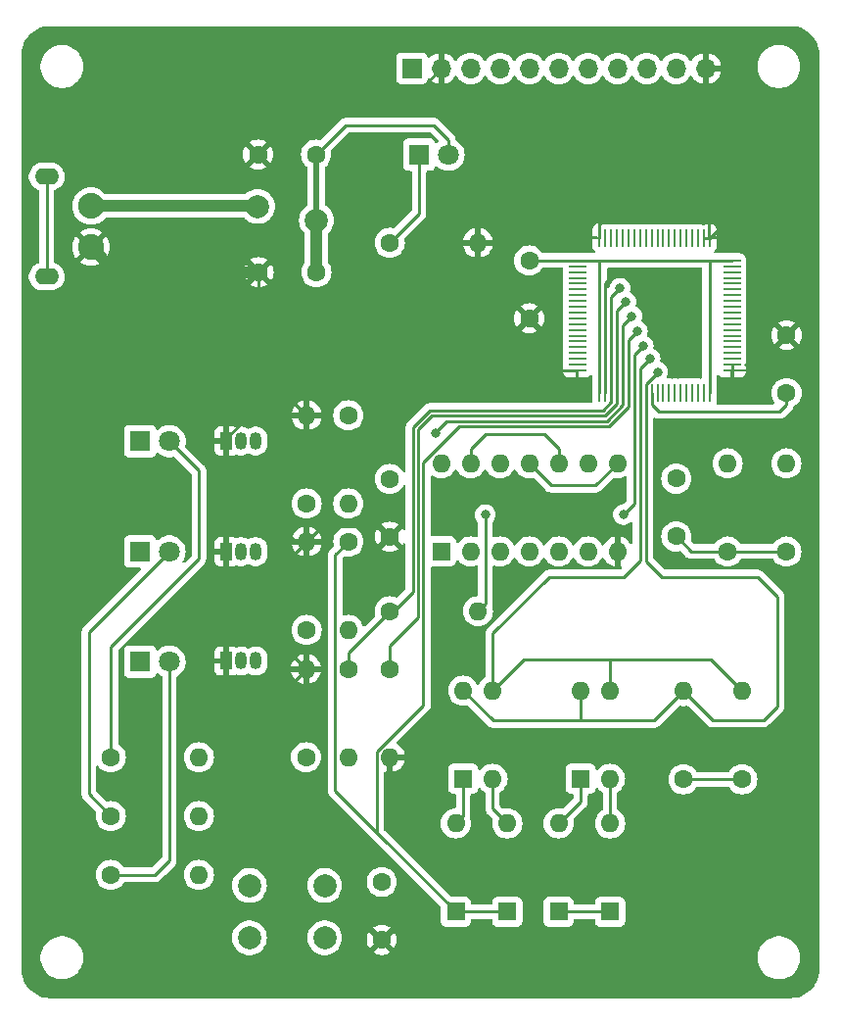
<source format=gtl>
G04 #@! TF.GenerationSoftware,KiCad,Pcbnew,8.0.8*
G04 #@! TF.CreationDate,2025-01-27T20:55:36+09:00*
G04 #@! TF.ProjectId,1bit-cpu_asic,31626974-2d63-4707-955f-617369632e6b,rev?*
G04 #@! TF.SameCoordinates,Original*
G04 #@! TF.FileFunction,Copper,L1,Top*
G04 #@! TF.FilePolarity,Positive*
%FSLAX46Y46*%
G04 Gerber Fmt 4.6, Leading zero omitted, Abs format (unit mm)*
G04 Created by KiCad (PCBNEW 8.0.8) date 2025-01-27 20:55:36*
%MOMM*%
%LPD*%
G01*
G04 APERTURE LIST*
G04 Aperture macros list*
%AMRoundRect*
0 Rectangle with rounded corners*
0 $1 Rounding radius*
0 $2 $3 $4 $5 $6 $7 $8 $9 X,Y pos of 4 corners*
0 Add a 4 corners polygon primitive as box body*
4,1,4,$2,$3,$4,$5,$6,$7,$8,$9,$2,$3,0*
0 Add four circle primitives for the rounded corners*
1,1,$1+$1,$2,$3*
1,1,$1+$1,$4,$5*
1,1,$1+$1,$6,$7*
1,1,$1+$1,$8,$9*
0 Add four rect primitives between the rounded corners*
20,1,$1+$1,$2,$3,$4,$5,0*
20,1,$1+$1,$4,$5,$6,$7,0*
20,1,$1+$1,$6,$7,$8,$9,0*
20,1,$1+$1,$8,$9,$2,$3,0*%
G04 Aperture macros list end*
G04 #@! TA.AperFunction,ComponentPad*
%ADD10R,1.600000X1.600000*%
G04 #@! TD*
G04 #@! TA.AperFunction,ComponentPad*
%ADD11O,1.600000X1.600000*%
G04 #@! TD*
G04 #@! TA.AperFunction,ComponentPad*
%ADD12R,1.800000X1.800000*%
G04 #@! TD*
G04 #@! TA.AperFunction,ComponentPad*
%ADD13C,1.800000*%
G04 #@! TD*
G04 #@! TA.AperFunction,ComponentPad*
%ADD14R,1.050000X1.500000*%
G04 #@! TD*
G04 #@! TA.AperFunction,ComponentPad*
%ADD15O,1.050000X1.500000*%
G04 #@! TD*
G04 #@! TA.AperFunction,ComponentPad*
%ADD16C,1.600000*%
G04 #@! TD*
G04 #@! TA.AperFunction,SMDPad,CuDef*
%ADD17RoundRect,0.062500X0.062500X-0.675000X0.062500X0.675000X-0.062500X0.675000X-0.062500X-0.675000X0*%
G04 #@! TD*
G04 #@! TA.AperFunction,SMDPad,CuDef*
%ADD18RoundRect,0.062500X0.675000X-0.062500X0.675000X0.062500X-0.675000X0.062500X-0.675000X-0.062500X0*%
G04 #@! TD*
G04 #@! TA.AperFunction,ComponentPad*
%ADD19C,2.000000*%
G04 #@! TD*
G04 #@! TA.AperFunction,ComponentPad*
%ADD20C,2.240000*%
G04 #@! TD*
G04 #@! TA.AperFunction,ComponentPad*
%ADD21O,2.100000X1.400000*%
G04 #@! TD*
G04 #@! TA.AperFunction,ComponentPad*
%ADD22C,2.010000*%
G04 #@! TD*
G04 #@! TA.AperFunction,ComponentPad*
%ADD23R,1.700000X1.700000*%
G04 #@! TD*
G04 #@! TA.AperFunction,ComponentPad*
%ADD24O,1.700000X1.700000*%
G04 #@! TD*
G04 #@! TA.AperFunction,ViaPad*
%ADD25C,0.800000*%
G04 #@! TD*
G04 #@! TA.AperFunction,Conductor*
%ADD26C,0.250000*%
G04 #@! TD*
G04 #@! TA.AperFunction,Conductor*
%ADD27C,1.000000*%
G04 #@! TD*
G04 #@! TA.AperFunction,Conductor*
%ADD28C,0.500000*%
G04 #@! TD*
G04 APERTURE END LIST*
D10*
G04 #@! TO.P,U1,1*
G04 #@! TO.N,N/C*
X142240000Y-104140000D03*
D11*
G04 #@! TO.P,U1,2*
X144780000Y-104140000D03*
G04 #@! TO.P,U1,3*
X147320000Y-104140000D03*
G04 #@! TO.P,U1,4*
X149860000Y-104140000D03*
G04 #@! TO.P,U1,5*
X152400000Y-104140000D03*
G04 #@! TO.P,U1,6*
X154940000Y-104140000D03*
G04 #@! TO.P,U1,7,GND*
G04 #@! TO.N,GND*
X157480000Y-104140000D03*
G04 #@! TO.P,U1,8*
G04 #@! TO.N,Net-(R4-Pad2)*
X157480000Y-96520000D03*
G04 #@! TO.P,U1,9*
G04 #@! TO.N,Net-(R3-Pad2)*
X154940000Y-96520000D03*
G04 #@! TO.P,U1,10*
G04 #@! TO.N,Net-(C2-Pad2)*
X152400000Y-96520000D03*
G04 #@! TO.P,U1,11*
G04 #@! TO.N,Net-(R4-Pad2)*
X149860000Y-96520000D03*
G04 #@! TO.P,U1,12*
G04 #@! TO.N,Net-(R5-Pad2)*
X147320000Y-96520000D03*
G04 #@! TO.P,U1,13*
G04 #@! TO.N,Net-(C2-Pad2)*
X144780000Y-96520000D03*
G04 #@! TO.P,U1,14,VCC*
G04 #@! TO.N,+5V*
X142240000Y-96520000D03*
G04 #@! TD*
D12*
G04 #@! TO.P,LED3,1,K*
G04 #@! TO.N,Net-(LED3-K)*
X116200000Y-113665000D03*
D13*
G04 #@! TO.P,LED3,2,A*
G04 #@! TO.N,Net-(LED3-A)*
X118740000Y-113665000D03*
G04 #@! TD*
D14*
G04 #@! TO.P,Q3,1,E*
G04 #@! TO.N,GND*
X123650000Y-113600000D03*
D15*
G04 #@! TO.P,Q3,2,C*
G04 #@! TO.N,Net-(LED3-K)*
X124920000Y-113600000D03*
G04 #@! TO.P,Q3,3,B*
G04 #@! TO.N,Net-(Q3-B)*
X126190000Y-113600000D03*
G04 #@! TD*
D16*
G04 #@! TO.P,R4,1*
G04 #@! TO.N,Net-(C2-Pad1)*
X167010000Y-104150000D03*
D11*
G04 #@! TO.P,R4,2*
G04 #@! TO.N,Net-(R4-Pad2)*
X167010000Y-96530000D03*
G04 #@! TD*
D16*
G04 #@! TO.P,C7,1*
G04 #@! TO.N,GND*
X126445000Y-80010000D03*
G04 #@! TO.P,C7,2*
G04 #@! TO.N,+5V*
X131445000Y-80010000D03*
G04 #@! TD*
G04 #@! TO.P,R15,1*
G04 #@! TO.N,Net-(J2-Pin_3)*
X134200000Y-114300000D03*
D11*
G04 #@! TO.P,R15,2*
G04 #@! TO.N,Net-(Q3-B)*
X134200000Y-121920000D03*
G04 #@! TD*
D14*
G04 #@! TO.P,Q1,1,E*
G04 #@! TO.N,GND*
X123650000Y-94600000D03*
D15*
G04 #@! TO.P,Q1,2,C*
G04 #@! TO.N,Net-(LED1-K)*
X124920000Y-94600000D03*
G04 #@! TO.P,Q1,3,B*
G04 #@! TO.N,Net-(Q1-B)*
X126190000Y-94600000D03*
G04 #@! TD*
D17*
G04 #@! TO.P,U4,1,VDD*
G04 #@! TO.N,+5V*
X155937500Y-90437500D03*
G04 #@! TO.P,U4,2,VSS_GXP*
G04 #@! TO.N,GND*
X156437500Y-90437500D03*
G04 #@! TO.P,U4,3,CLK_GXP*
G04 #@! TO.N,Net-(J2-Pin_3)*
X156937500Y-90437500D03*
G04 #@! TO.P,U4,4,RESET_GXP*
G04 #@! TO.N,Net-(J2-Pin_4)*
X157437500Y-90437500D03*
G04 #@! TO.P,U4,5,REG0_GXP*
G04 #@! TO.N,Net-(J2-Pin_5)*
X157937500Y-90437500D03*
G04 #@! TO.P,U4,6,PC0_GXP*
G04 #@! TO.N,Net-(D1-K)*
X158437500Y-90437500D03*
G04 #@! TO.P,U4,7,PC1_GXP*
G04 #@! TO.N,Net-(D3-K)*
X158937500Y-90437500D03*
G04 #@! TO.P,U4,8,PROG1_GXP*
G04 #@! TO.N,Net-(J2-Pin_8)*
X159437500Y-90437500D03*
G04 #@! TO.P,U4,9,PROG0_GXP*
G04 #@! TO.N,Net-(J2-Pin_9)*
X159937500Y-90437500D03*
G04 #@! TO.P,U4,10,VDD_GXP*
G04 #@! TO.N,+5V*
X160437500Y-90437500D03*
G04 #@! TO.P,U4,11*
G04 #@! TO.N,unconnected-(U4-Pad11)*
X160937500Y-90437500D03*
G04 #@! TO.P,U4,12*
G04 #@! TO.N,unconnected-(U4-Pad12)*
X161437500Y-90437500D03*
G04 #@! TO.P,U4,13*
G04 #@! TO.N,unconnected-(U4-Pad13)*
X161937500Y-90437500D03*
G04 #@! TO.P,U4,14*
G04 #@! TO.N,unconnected-(U4-Pad14)*
X162437500Y-90437500D03*
G04 #@! TO.P,U4,15*
G04 #@! TO.N,unconnected-(U4-Pad15)*
X162937500Y-90437500D03*
G04 #@! TO.P,U4,16*
G04 #@! TO.N,unconnected-(U4-Pad16)*
X163437500Y-90437500D03*
G04 #@! TO.P,U4,17*
G04 #@! TO.N,unconnected-(U4-Pad17)*
X163937500Y-90437500D03*
G04 #@! TO.P,U4,18*
G04 #@! TO.N,unconnected-(U4-Pad18)*
X164437500Y-90437500D03*
G04 #@! TO.P,U4,19*
G04 #@! TO.N,unconnected-(U4-Pad19)*
X164937500Y-90437500D03*
G04 #@! TO.P,U4,20,VSS*
G04 #@! TO.N,+5V*
X165437500Y-90437500D03*
D18*
G04 #@! TO.P,U4,21,VDD*
G04 #@! TO.N,GND*
X167375000Y-88500000D03*
G04 #@! TO.P,U4,22,VSS_BA1*
X167375000Y-88000000D03*
G04 #@! TO.P,U4,23*
G04 #@! TO.N,unconnected-(U4-Pad23)*
X167375000Y-87500000D03*
G04 #@! TO.P,U4,24*
G04 #@! TO.N,unconnected-(U4-Pad24)*
X167375000Y-87000000D03*
G04 #@! TO.P,U4,25*
G04 #@! TO.N,unconnected-(U4-Pad25)*
X167375000Y-86500000D03*
G04 #@! TO.P,U4,26*
G04 #@! TO.N,unconnected-(U4-Pad26)*
X167375000Y-86000000D03*
G04 #@! TO.P,U4,27*
G04 #@! TO.N,unconnected-(U4-Pad27)*
X167375000Y-85500000D03*
G04 #@! TO.P,U4,28*
G04 #@! TO.N,unconnected-(U4-Pad28)*
X167375000Y-85000000D03*
G04 #@! TO.P,U4,29*
G04 #@! TO.N,unconnected-(U4-Pad29)*
X167375000Y-84500000D03*
G04 #@! TO.P,U4,30*
G04 #@! TO.N,unconnected-(U4-Pad30)*
X167375000Y-84000000D03*
G04 #@! TO.P,U4,31*
G04 #@! TO.N,unconnected-(U4-Pad31)*
X167375000Y-83500000D03*
G04 #@! TO.P,U4,32*
G04 #@! TO.N,unconnected-(U4-Pad32)*
X167375000Y-83000000D03*
G04 #@! TO.P,U4,33*
G04 #@! TO.N,unconnected-(U4-Pad33)*
X167375000Y-82500000D03*
G04 #@! TO.P,U4,34*
G04 #@! TO.N,unconnected-(U4-Pad34)*
X167375000Y-82000000D03*
G04 #@! TO.P,U4,35*
G04 #@! TO.N,unconnected-(U4-Pad35)*
X167375000Y-81500000D03*
G04 #@! TO.P,U4,36*
G04 #@! TO.N,unconnected-(U4-Pad36)*
X167375000Y-81000000D03*
G04 #@! TO.P,U4,37*
G04 #@! TO.N,unconnected-(U4-Pad37)*
X167375000Y-80500000D03*
G04 #@! TO.P,U4,38*
G04 #@! TO.N,unconnected-(U4-Pad38)*
X167375000Y-80000000D03*
G04 #@! TO.P,U4,39*
G04 #@! TO.N,unconnected-(U4-Pad39)*
X167375000Y-79500000D03*
G04 #@! TO.P,U4,40,VSS*
G04 #@! TO.N,+5V*
X167375000Y-79000000D03*
D17*
G04 #@! TO.P,U4,41,VDD*
G04 #@! TO.N,GND*
X165437500Y-77062500D03*
G04 #@! TO.P,U4,42,VSS_BA2*
X164937500Y-77062500D03*
G04 #@! TO.P,U4,43*
G04 #@! TO.N,unconnected-(U4-Pad43)*
X164437500Y-77062500D03*
G04 #@! TO.P,U4,44*
G04 #@! TO.N,unconnected-(U4-Pad44)*
X163937500Y-77062500D03*
G04 #@! TO.P,U4,45*
G04 #@! TO.N,unconnected-(U4-Pad45)*
X163437500Y-77062500D03*
G04 #@! TO.P,U4,46*
G04 #@! TO.N,unconnected-(U4-Pad46)*
X162937500Y-77062500D03*
G04 #@! TO.P,U4,47*
G04 #@! TO.N,unconnected-(U4-Pad47)*
X162437500Y-77062500D03*
G04 #@! TO.P,U4,48*
G04 #@! TO.N,unconnected-(U4-Pad48)*
X161937500Y-77062500D03*
G04 #@! TO.P,U4,49*
G04 #@! TO.N,unconnected-(U4-Pad49)*
X161437500Y-77062500D03*
G04 #@! TO.P,U4,50*
G04 #@! TO.N,unconnected-(U4-Pad50)*
X160937500Y-77062500D03*
G04 #@! TO.P,U4,51*
G04 #@! TO.N,unconnected-(U4-Pad51)*
X160437500Y-77062500D03*
G04 #@! TO.P,U4,52*
G04 #@! TO.N,unconnected-(U4-Pad52)*
X159937500Y-77062500D03*
G04 #@! TO.P,U4,53*
G04 #@! TO.N,unconnected-(U4-Pad53)*
X159437500Y-77062500D03*
G04 #@! TO.P,U4,54*
G04 #@! TO.N,unconnected-(U4-Pad54)*
X158937500Y-77062500D03*
G04 #@! TO.P,U4,55*
G04 #@! TO.N,unconnected-(U4-Pad55)*
X158437500Y-77062500D03*
G04 #@! TO.P,U4,56*
G04 #@! TO.N,unconnected-(U4-Pad56)*
X157937500Y-77062500D03*
G04 #@! TO.P,U4,57*
G04 #@! TO.N,unconnected-(U4-Pad57)*
X157437500Y-77062500D03*
G04 #@! TO.P,U4,58*
G04 #@! TO.N,unconnected-(U4-Pad58)*
X156937500Y-77062500D03*
G04 #@! TO.P,U4,59*
G04 #@! TO.N,unconnected-(U4-Pad59)*
X156437500Y-77062500D03*
G04 #@! TO.P,U4,60,VSS*
G04 #@! TO.N,GND*
X155937500Y-77062500D03*
D18*
G04 #@! TO.P,U4,61,VDD*
G04 #@! TO.N,+5V*
X154000000Y-79000000D03*
G04 #@! TO.P,U4,62*
G04 #@! TO.N,unconnected-(U4-Pad62)*
X154000000Y-79500000D03*
G04 #@! TO.P,U4,63*
G04 #@! TO.N,unconnected-(U4-Pad63)*
X154000000Y-80000000D03*
G04 #@! TO.P,U4,64*
G04 #@! TO.N,unconnected-(U4-Pad64)*
X154000000Y-80500000D03*
G04 #@! TO.P,U4,65*
G04 #@! TO.N,unconnected-(U4-Pad65)*
X154000000Y-81000000D03*
G04 #@! TO.P,U4,66*
G04 #@! TO.N,unconnected-(U4-Pad66)*
X154000000Y-81500000D03*
G04 #@! TO.P,U4,67*
G04 #@! TO.N,unconnected-(U4-Pad67)*
X154000000Y-82000000D03*
G04 #@! TO.P,U4,68*
G04 #@! TO.N,unconnected-(U4-Pad68)*
X154000000Y-82500000D03*
G04 #@! TO.P,U4,69*
G04 #@! TO.N,unconnected-(U4-Pad69)*
X154000000Y-83000000D03*
G04 #@! TO.P,U4,70*
G04 #@! TO.N,unconnected-(U4-Pad70)*
X154000000Y-83500000D03*
G04 #@! TO.P,U4,71*
G04 #@! TO.N,unconnected-(U4-Pad71)*
X154000000Y-84000000D03*
G04 #@! TO.P,U4,72*
G04 #@! TO.N,unconnected-(U4-Pad72)*
X154000000Y-84500000D03*
G04 #@! TO.P,U4,73*
G04 #@! TO.N,unconnected-(U4-Pad73)*
X154000000Y-85000000D03*
G04 #@! TO.P,U4,74*
G04 #@! TO.N,unconnected-(U4-Pad74)*
X154000000Y-85500000D03*
G04 #@! TO.P,U4,75*
G04 #@! TO.N,unconnected-(U4-Pad75)*
X154000000Y-86000000D03*
G04 #@! TO.P,U4,76*
G04 #@! TO.N,unconnected-(U4-Pad76)*
X154000000Y-86500000D03*
G04 #@! TO.P,U4,77*
G04 #@! TO.N,unconnected-(U4-Pad77)*
X154000000Y-87000000D03*
G04 #@! TO.P,U4,78*
G04 #@! TO.N,unconnected-(U4-Pad78)*
X154000000Y-87500000D03*
G04 #@! TO.P,U4,79*
G04 #@! TO.N,unconnected-(U4-Pad79)*
X154000000Y-88000000D03*
G04 #@! TO.P,U4,80,VSS*
G04 #@! TO.N,GND*
X154000000Y-88500000D03*
G04 #@! TD*
D10*
G04 #@! TO.P,D3,1,K*
G04 #@! TO.N,Net-(D3-K)*
X152400000Y-135255000D03*
D11*
G04 #@! TO.P,D3,2,A*
G04 #@! TO.N,Net-(D3-A)*
X152400000Y-127635000D03*
G04 #@! TD*
D12*
G04 #@! TO.P,LED4,1,K*
G04 #@! TO.N,Net-(LED4-K)*
X140330000Y-69850000D03*
D13*
G04 #@! TO.P,LED4,2,A*
G04 #@! TO.N,+5V*
X142870000Y-69850000D03*
G04 #@! TD*
D16*
G04 #@! TO.P,C5,1*
G04 #@! TO.N,GND*
X172100000Y-85450000D03*
G04 #@! TO.P,C5,2*
G04 #@! TO.N,+5V*
X172100000Y-90450000D03*
G04 #@! TD*
G04 #@! TO.P,R3,1*
G04 #@! TO.N,Net-(C2-Pad1)*
X172090000Y-104150000D03*
D11*
G04 #@! TO.P,R3,2*
G04 #@! TO.N,Net-(R3-Pad2)*
X172090000Y-96530000D03*
G04 #@! TD*
D10*
G04 #@! TO.P,D4,1,K*
G04 #@! TO.N,Net-(D3-K)*
X156845000Y-135255000D03*
D11*
G04 #@! TO.P,D4,2,A*
G04 #@! TO.N,Net-(D4-A)*
X156845000Y-127635000D03*
G04 #@! TD*
D12*
G04 #@! TO.P,LED1,1,K*
G04 #@! TO.N,Net-(LED1-K)*
X116205000Y-94615000D03*
D13*
G04 #@! TO.P,LED1,2,A*
G04 #@! TO.N,Net-(LED1-A)*
X118745000Y-94615000D03*
G04 #@! TD*
D16*
G04 #@! TO.P,R9,1*
G04 #@! TO.N,+5V*
X163195000Y-123825000D03*
D11*
G04 #@! TO.P,R9,2*
G04 #@! TO.N,Net-(J2-Pin_9)*
X163195000Y-116205000D03*
G04 #@! TD*
D16*
G04 #@! TO.P,R8,1*
G04 #@! TO.N,Net-(LED3-A)*
X113665000Y-132080000D03*
D11*
G04 #@! TO.P,R8,2*
G04 #@! TO.N,+5V*
X121285000Y-132080000D03*
G04 #@! TD*
D10*
G04 #@! TO.P,SW1,1*
G04 #@! TO.N,Net-(D1-A)*
X144140000Y-123782500D03*
D11*
G04 #@! TO.P,SW1,2*
G04 #@! TO.N,Net-(D2-A)*
X146680000Y-123782500D03*
G04 #@! TO.P,SW1,3*
G04 #@! TO.N,Net-(J2-Pin_8)*
X146680000Y-116162500D03*
G04 #@! TO.P,SW1,4*
G04 #@! TO.N,Net-(J2-Pin_9)*
X144140000Y-116162500D03*
G04 #@! TD*
D10*
G04 #@! TO.P,SW2,1*
G04 #@! TO.N,Net-(D3-A)*
X154300000Y-123782500D03*
D11*
G04 #@! TO.P,SW2,2*
G04 #@! TO.N,Net-(D4-A)*
X156840000Y-123782500D03*
G04 #@! TO.P,SW2,3*
G04 #@! TO.N,Net-(J2-Pin_8)*
X156840000Y-116162500D03*
G04 #@! TO.P,SW2,4*
G04 #@! TO.N,Net-(J2-Pin_9)*
X154300000Y-116162500D03*
G04 #@! TD*
D10*
G04 #@! TO.P,D2,1,K*
G04 #@! TO.N,Net-(D1-K)*
X147955000Y-135255000D03*
D11*
G04 #@! TO.P,D2,2,A*
G04 #@! TO.N,Net-(D2-A)*
X147955000Y-127635000D03*
G04 #@! TD*
D16*
G04 #@! TO.P,R1,1*
G04 #@! TO.N,Net-(J2-Pin_4)*
X137800000Y-114300000D03*
D11*
G04 #@! TO.P,R1,2*
G04 #@! TO.N,GND*
X137800000Y-121920000D03*
G04 #@! TD*
D12*
G04 #@! TO.P,LED2,1,K*
G04 #@! TO.N,Net-(LED2-K)*
X116200000Y-104140000D03*
D13*
G04 #@! TO.P,LED2,2,A*
G04 #@! TO.N,Net-(LED2-A)*
X118740000Y-104140000D03*
G04 #@! TD*
D16*
G04 #@! TO.P,C4,1*
G04 #@! TO.N,GND*
X137795000Y-102870000D03*
G04 #@! TO.P,C4,2*
G04 #@! TO.N,+5V*
X137795000Y-97870000D03*
G04 #@! TD*
G04 #@! TO.P,R5,1*
G04 #@! TO.N,Net-(J2-Pin_3)*
X137800000Y-109300000D03*
D11*
G04 #@! TO.P,R5,2*
G04 #@! TO.N,Net-(R5-Pad2)*
X145420000Y-109300000D03*
G04 #@! TD*
D16*
G04 #@! TO.P,R7,1*
G04 #@! TO.N,Net-(LED2-A)*
X113665000Y-127000000D03*
D11*
G04 #@! TO.P,R7,2*
G04 #@! TO.N,+5V*
X121285000Y-127000000D03*
G04 #@! TD*
D19*
G04 #@! TO.P,SW3,1,1*
G04 #@! TO.N,+5V*
X125655000Y-133005000D03*
X132155000Y-133005000D03*
G04 #@! TO.P,SW3,2,2*
G04 #@! TO.N,Net-(J2-Pin_4)*
X125655000Y-137505000D03*
X132155000Y-137505000D03*
G04 #@! TD*
D20*
G04 #@! TO.P,J1,A9,VBUS*
G04 #@! TO.N,Net-(F1-Pad1)*
X111940000Y-74295000D03*
G04 #@! TO.P,J1,A12,GND*
G04 #@! TO.N,GND*
X111940000Y-77851000D03*
D21*
G04 #@! TO.P,J1,S1,SHIELD*
G04 #@! TO.N,unconnected-(J1-SHIELD-PadS1)*
X108130000Y-71755000D03*
G04 #@! TO.N,unconnected-(J1-SHIELD-PadS1)_1*
X108130000Y-80391000D03*
G04 #@! TD*
D14*
G04 #@! TO.P,Q2,1,E*
G04 #@! TO.N,GND*
X123650000Y-104150000D03*
D15*
G04 #@! TO.P,Q2,2,C*
G04 #@! TO.N,Net-(LED2-K)*
X124920000Y-104150000D03*
G04 #@! TO.P,Q2,3,B*
G04 #@! TO.N,Net-(Q2-B)*
X126190000Y-104150000D03*
G04 #@! TD*
D16*
G04 #@! TO.P,R16,1*
G04 #@! TO.N,Net-(Q3-B)*
X130550000Y-121920000D03*
D11*
G04 #@! TO.P,R16,2*
G04 #@! TO.N,GND*
X130550000Y-114300000D03*
G04 #@! TD*
D16*
G04 #@! TO.P,R12,1*
G04 #@! TO.N,Net-(Q1-B)*
X130600000Y-100000000D03*
D11*
G04 #@! TO.P,R12,2*
G04 #@! TO.N,GND*
X130600000Y-92380000D03*
G04 #@! TD*
D16*
G04 #@! TO.P,C2,1*
G04 #@! TO.N,Net-(C2-Pad1)*
X162565000Y-102840000D03*
G04 #@! TO.P,C2,2*
G04 #@! TO.N,Net-(C2-Pad2)*
X162565000Y-97840000D03*
G04 #@! TD*
G04 #@! TO.P,R14,1*
G04 #@! TO.N,Net-(Q2-B)*
X130600000Y-110920000D03*
D11*
G04 #@! TO.P,R14,2*
G04 #@! TO.N,GND*
X130600000Y-103300000D03*
G04 #@! TD*
D16*
G04 #@! TO.P,C1,1*
G04 #@! TO.N,GND*
X137100000Y-137700000D03*
G04 #@! TO.P,C1,2*
G04 #@! TO.N,Net-(J2-Pin_4)*
X137100000Y-132700000D03*
G04 #@! TD*
D22*
G04 #@! TO.P,F1,1*
G04 #@! TO.N,Net-(F1-Pad1)*
X126355000Y-74330000D03*
G04 #@! TO.P,F1,2*
G04 #@! TO.N,+5V*
X131455000Y-75530000D03*
G04 #@! TD*
D16*
G04 #@! TO.P,C3,1*
G04 #@! TO.N,GND*
X126405000Y-69850000D03*
G04 #@! TO.P,C3,2*
G04 #@! TO.N,+5V*
X131405000Y-69850000D03*
G04 #@! TD*
G04 #@! TO.P,C6,1*
G04 #@! TO.N,GND*
X149850000Y-84000000D03*
G04 #@! TO.P,C6,2*
G04 #@! TO.N,+5V*
X149850000Y-79000000D03*
G04 #@! TD*
D10*
G04 #@! TO.P,D1,1,K*
G04 #@! TO.N,Net-(D1-K)*
X143510000Y-135255000D03*
D11*
G04 #@! TO.P,D1,2,A*
G04 #@! TO.N,Net-(D1-A)*
X143510000Y-127635000D03*
G04 #@! TD*
D23*
G04 #@! TO.P,J2,1,Pin_1*
G04 #@! TO.N,+5V*
X139700000Y-62400000D03*
D24*
G04 #@! TO.P,J2,2,Pin_2*
G04 #@! TO.N,GND*
X142240000Y-62400000D03*
G04 #@! TO.P,J2,3,Pin_3*
G04 #@! TO.N,Net-(J2-Pin_3)*
X144780000Y-62400000D03*
G04 #@! TO.P,J2,4,Pin_4*
G04 #@! TO.N,Net-(J2-Pin_4)*
X147320000Y-62400000D03*
G04 #@! TO.P,J2,5,Pin_5*
G04 #@! TO.N,Net-(J2-Pin_5)*
X149860000Y-62400000D03*
G04 #@! TO.P,J2,6,Pin_6*
G04 #@! TO.N,Net-(D1-K)*
X152400000Y-62400000D03*
G04 #@! TO.P,J2,7,Pin_7*
G04 #@! TO.N,Net-(D3-K)*
X154940000Y-62400000D03*
G04 #@! TO.P,J2,8,Pin_8*
G04 #@! TO.N,Net-(J2-Pin_8)*
X157480000Y-62400000D03*
G04 #@! TO.P,J2,9,Pin_9*
G04 #@! TO.N,Net-(J2-Pin_9)*
X160020000Y-62400000D03*
G04 #@! TO.P,J2,10,Pin_10*
G04 #@! TO.N,+5V*
X162560000Y-62400000D03*
G04 #@! TO.P,J2,11,Pin_11*
G04 #@! TO.N,GND*
X165100000Y-62400000D03*
G04 #@! TD*
D16*
G04 #@! TO.P,R10,1*
G04 #@! TO.N,+5V*
X168275000Y-123825000D03*
D11*
G04 #@! TO.P,R10,2*
G04 #@! TO.N,Net-(J2-Pin_8)*
X168275000Y-116205000D03*
G04 #@! TD*
D16*
G04 #@! TO.P,R2,1*
G04 #@! TO.N,Net-(LED4-K)*
X137790000Y-77470000D03*
D11*
G04 #@! TO.P,R2,2*
G04 #@! TO.N,GND*
X145410000Y-77470000D03*
G04 #@! TD*
D16*
G04 #@! TO.P,R11,1*
G04 #@! TO.N,Net-(J2-Pin_5)*
X134200000Y-92380000D03*
D11*
G04 #@! TO.P,R11,2*
G04 #@! TO.N,Net-(Q1-B)*
X134200000Y-100000000D03*
G04 #@! TD*
D16*
G04 #@! TO.P,R6,1*
G04 #@! TO.N,Net-(LED1-A)*
X113665000Y-121920000D03*
D11*
G04 #@! TO.P,R6,2*
G04 #@! TO.N,+5V*
X121285000Y-121920000D03*
G04 #@! TD*
D16*
G04 #@! TO.P,R13,1*
G04 #@! TO.N,Net-(D1-K)*
X134200000Y-103300000D03*
D11*
G04 #@! TO.P,R13,2*
G04 #@! TO.N,Net-(Q2-B)*
X134200000Y-110920000D03*
G04 #@! TD*
D25*
G04 #@! TO.N,Net-(J2-Pin_4)*
X158200000Y-82600000D03*
G04 #@! TO.N,GND*
X149300000Y-101000000D03*
X168100000Y-76350000D03*
X151750000Y-88500000D03*
X168100000Y-90400000D03*
X143600000Y-101000000D03*
X157200000Y-80200000D03*
G04 #@! TO.N,Net-(D1-K)*
X159200000Y-85100000D03*
G04 #@! TO.N,Net-(D3-K)*
X159700000Y-86400000D03*
X158000000Y-100950000D03*
G04 #@! TO.N,Net-(R5-Pad2)*
X146050000Y-100965000D03*
G04 #@! TO.N,Net-(J2-Pin_3)*
X157700000Y-81400000D03*
G04 #@! TO.N,Net-(J2-Pin_9)*
X160943880Y-88643880D03*
G04 #@! TO.N,Net-(J2-Pin_8)*
X160300000Y-87500000D03*
G04 #@! TO.N,Net-(J2-Pin_5)*
X158700000Y-83800000D03*
X141750000Y-93950000D03*
G04 #@! TD*
D26*
G04 #@! TO.N,Net-(J2-Pin_4)*
X131705000Y-137505000D02*
X132155000Y-137505000D01*
X157437500Y-91361136D02*
X156398636Y-92400000D01*
X157437500Y-83362500D02*
X157437500Y-90437500D01*
X137795000Y-112255000D02*
X137795000Y-114300000D01*
X156398636Y-92400000D02*
X141436396Y-92400000D01*
X141436396Y-92400000D02*
X140250000Y-93586396D01*
X157437500Y-90437500D02*
X157437500Y-91361136D01*
X140250000Y-93586396D02*
X140250000Y-109800000D01*
X158200000Y-82600000D02*
X157437500Y-83362500D01*
X136910000Y-133005000D02*
X137160000Y-132755000D01*
X140250000Y-109800000D02*
X137795000Y-112255000D01*
G04 #@! TO.N,GND*
X138740000Y-65900000D02*
X130355000Y-65900000D01*
X123650000Y-94600000D02*
X123650000Y-94375000D01*
X165437500Y-77062500D02*
X166150000Y-76350000D01*
X129000000Y-102600000D02*
X129700000Y-103300000D01*
X154000000Y-88500000D02*
X151750000Y-88500000D01*
D27*
X114099000Y-80010000D02*
X111940000Y-77851000D01*
D26*
X134100000Y-134700000D02*
X137100000Y-137700000D01*
X128270000Y-71715000D02*
X128270000Y-78185000D01*
X128950000Y-125450000D02*
X134100000Y-130600000D01*
X167450000Y-75700000D02*
X168100000Y-76350000D01*
X130600000Y-103300000D02*
X131900000Y-102000000D01*
X136925000Y-102000000D02*
X137795000Y-102870000D01*
X129050000Y-104850000D02*
X129050000Y-112800000D01*
X126405000Y-69850000D02*
X128270000Y-71715000D01*
X134100000Y-130600000D02*
X134100000Y-134700000D01*
X130355000Y-65900000D02*
X126405000Y-69850000D01*
X125645000Y-92380000D02*
X130600000Y-92380000D01*
X167375000Y-89675000D02*
X168100000Y-90400000D01*
X130600000Y-103300000D02*
X129050000Y-104850000D01*
X128950000Y-115900000D02*
X128950000Y-125450000D01*
X129000000Y-97300000D02*
X129000000Y-102600000D01*
X128270000Y-78185000D02*
X126445000Y-80010000D01*
X130600000Y-92380000D02*
X130600000Y-95700000D01*
X164937500Y-77062500D02*
X165437500Y-77062500D01*
X130600000Y-95700000D02*
X129000000Y-97300000D01*
D27*
X126445000Y-80010000D02*
X114099000Y-80010000D01*
D26*
X123650000Y-104150000D02*
X123650000Y-113600000D01*
X131900000Y-102000000D02*
X136925000Y-102000000D01*
X126445000Y-80010000D02*
X126445000Y-88225000D01*
X136910000Y-137505000D02*
X137160000Y-137755000D01*
X167375000Y-88500000D02*
X167375000Y-89675000D01*
X126445000Y-88225000D02*
X130600000Y-92380000D01*
X129700000Y-103300000D02*
X130600000Y-103300000D01*
X130550000Y-114300000D02*
X128950000Y-115900000D01*
X157200000Y-80200000D02*
X156437500Y-80962500D01*
X156437500Y-80962500D02*
X156437500Y-90437500D01*
X123650000Y-94600000D02*
X123650000Y-104150000D01*
X155937500Y-77062500D02*
X155937500Y-75912500D01*
X166150000Y-76350000D02*
X168100000Y-76350000D01*
X156150000Y-75700000D02*
X167450000Y-75700000D01*
X129050000Y-112800000D02*
X130550000Y-114300000D01*
X123650000Y-94375000D02*
X125645000Y-92380000D01*
X142240000Y-62400000D02*
X138740000Y-65900000D01*
X155937500Y-75912500D02*
X156150000Y-75700000D01*
X167375000Y-88000000D02*
X167375000Y-88500000D01*
G04 #@! TO.N,Net-(C2-Pad1)*
X167010000Y-104150000D02*
X163875000Y-104150000D01*
X172090000Y-104150000D02*
X167010000Y-104150000D01*
X163875000Y-104150000D02*
X162565000Y-102840000D01*
G04 #@! TO.N,Net-(C2-Pad2)*
X144780000Y-96520000D02*
X144780000Y-95250000D01*
X144780000Y-95250000D02*
X146050000Y-93980000D01*
X151130000Y-93980000D02*
X152400000Y-95250000D01*
X152400000Y-95250000D02*
X152400000Y-96520000D01*
X146050000Y-93980000D02*
X151130000Y-93980000D01*
G04 #@! TO.N,+5V*
X171500000Y-92050000D02*
X172100000Y-91450000D01*
X131405000Y-69850000D02*
X131405000Y-69905000D01*
X131455000Y-75530000D02*
X131455000Y-76455000D01*
X160437500Y-91437500D02*
X161050000Y-92050000D01*
X154000000Y-79000000D02*
X149850000Y-79000000D01*
X133945000Y-67310000D02*
X141605000Y-67310000D01*
X165437500Y-90437500D02*
X165437500Y-79012500D01*
X161050000Y-92050000D02*
X171500000Y-92050000D01*
X141605000Y-67310000D02*
X142870000Y-68575000D01*
X131405000Y-79970000D02*
X131445000Y-80010000D01*
D28*
X131455000Y-69955000D02*
X131455000Y-75530000D01*
D26*
X163195000Y-123825000D02*
X168275000Y-123825000D01*
X154000000Y-79000000D02*
X155900000Y-79000000D01*
X131405000Y-69905000D02*
X131455000Y-69955000D01*
D27*
X131445000Y-76465000D02*
X131445000Y-76477845D01*
D26*
X172100000Y-91450000D02*
X172100000Y-90450000D01*
X131455000Y-76455000D02*
X131445000Y-76465000D01*
X160437500Y-90437500D02*
X160437500Y-91437500D01*
X142870000Y-68575000D02*
X142870000Y-69850000D01*
X165437500Y-79012500D02*
X165450000Y-79000000D01*
X155937500Y-90437500D02*
X155937500Y-79037500D01*
X131405000Y-69850000D02*
X133945000Y-67310000D01*
D27*
X131445000Y-76477845D02*
X131445000Y-80010000D01*
D26*
X155937500Y-79037500D02*
X155900000Y-79000000D01*
X165450000Y-79000000D02*
X167375000Y-79000000D01*
X155900000Y-79000000D02*
X165450000Y-79000000D01*
G04 #@! TO.N,Net-(D1-K)*
X158437500Y-85862500D02*
X158437500Y-90437500D01*
X156721428Y-93350000D02*
X158437500Y-91633928D01*
X143819009Y-93350000D02*
X156721428Y-93350000D01*
X134200000Y-103300000D02*
X133075000Y-104425000D01*
X133075000Y-104425000D02*
X133075000Y-124820000D01*
X133075000Y-124820000D02*
X136677500Y-128422500D01*
X159200000Y-85100000D02*
X158437500Y-85862500D01*
X140700000Y-117424009D02*
X140700000Y-96469009D01*
X136650000Y-121474009D02*
X140700000Y-117424009D01*
X136677500Y-128422500D02*
X143510000Y-135255000D01*
X143510000Y-135255000D02*
X147955000Y-135255000D01*
X136677500Y-128422500D02*
X136650000Y-128395000D01*
X140700000Y-96469009D02*
X143819009Y-93350000D01*
X136650000Y-128395000D02*
X136650000Y-121474009D01*
X158437500Y-91633928D02*
X158437500Y-90437500D01*
G04 #@! TO.N,Net-(D1-A)*
X144140000Y-127005000D02*
X143510000Y-127635000D01*
X144140000Y-123782500D02*
X144140000Y-127005000D01*
G04 #@! TO.N,Net-(D2-A)*
X146680000Y-123782500D02*
X146680000Y-126360000D01*
X146680000Y-126360000D02*
X147955000Y-127635000D01*
G04 #@! TO.N,Net-(D3-K)*
X158937500Y-90437500D02*
X158937500Y-96653491D01*
X152400000Y-135255000D02*
X156845000Y-135255000D01*
X159700000Y-86400000D02*
X158937500Y-87162500D01*
X158937500Y-96653491D02*
X158937500Y-100012500D01*
X158937500Y-100012500D02*
X158000000Y-100950000D01*
X158937500Y-87162500D02*
X158937500Y-90437500D01*
G04 #@! TO.N,Net-(D3-A)*
X154300000Y-125735000D02*
X152400000Y-127635000D01*
X154300000Y-123782500D02*
X154300000Y-125735000D01*
G04 #@! TO.N,Net-(D4-A)*
X156840000Y-123782500D02*
X156840000Y-127630000D01*
X156840000Y-127630000D02*
X156845000Y-127635000D01*
G04 #@! TO.N,Net-(LED1-A)*
X121285000Y-104775000D02*
X113665000Y-112395000D01*
X118745000Y-94615000D02*
X121285000Y-97155000D01*
X121285000Y-97155000D02*
X121285000Y-104775000D01*
X113665000Y-112395000D02*
X113665000Y-121920000D01*
G04 #@! TO.N,Net-(LED2-A)*
X118740000Y-104140000D02*
X111760000Y-111120000D01*
X111760000Y-111120000D02*
X111760000Y-125095000D01*
X111760000Y-125095000D02*
X113665000Y-127000000D01*
G04 #@! TO.N,Net-(LED3-A)*
X117475000Y-132080000D02*
X113665000Y-132080000D01*
X118740000Y-113665000D02*
X118740000Y-130815000D01*
X118740000Y-130815000D02*
X117475000Y-132080000D01*
G04 #@! TO.N,Net-(LED4-K)*
X140330000Y-74930000D02*
X137790000Y-77470000D01*
X140330000Y-69850000D02*
X140330000Y-74930000D01*
G04 #@! TO.N,Net-(R4-Pad2)*
X157480000Y-96520000D02*
X155575000Y-98425000D01*
X151765000Y-98425000D02*
X149860000Y-96520000D01*
X155575000Y-98425000D02*
X151765000Y-98425000D01*
G04 #@! TO.N,Net-(R5-Pad2)*
X146050000Y-100965000D02*
X146050000Y-108670000D01*
X146050000Y-108670000D02*
X145420000Y-109300000D01*
G04 #@! TO.N,Net-(LED2-K)*
X116205000Y-104135000D02*
X116200000Y-104140000D01*
G04 #@! TO.N,Net-(F1-Pad1)*
X126320000Y-74295000D02*
X126355000Y-74330000D01*
D27*
X111940000Y-74295000D02*
X126320000Y-74295000D01*
D26*
G04 #@! TO.N,unconnected-(J1-SHIELD-PadS1)*
X108130000Y-71755000D02*
X108130000Y-80391000D01*
G04 #@! TO.N,Net-(J2-Pin_3)*
X139800000Y-107650000D02*
X138150000Y-109300000D01*
X138150000Y-109300000D02*
X137800000Y-109300000D01*
X134200000Y-114300000D02*
X134200000Y-112900000D01*
X156937500Y-82162500D02*
X156937500Y-90437500D01*
X156937500Y-91224740D02*
X156212240Y-91950000D01*
X157700000Y-81400000D02*
X156937500Y-82162500D01*
X156212240Y-91950000D02*
X141250000Y-91950000D01*
X156937500Y-90437500D02*
X156937500Y-91224740D01*
X139800000Y-93400000D02*
X139800000Y-107650000D01*
X134200000Y-112900000D02*
X137800000Y-109300000D01*
X141250000Y-91950000D02*
X139800000Y-93400000D01*
G04 #@! TO.N,Net-(J2-Pin_9)*
X163195000Y-116205000D02*
X165690000Y-118700000D01*
X154300000Y-116162500D02*
X154300000Y-118740000D01*
X169600000Y-106350000D02*
X161288604Y-106350000D01*
X171300000Y-117500000D02*
X171300000Y-108050000D01*
X165690000Y-118700000D02*
X170100000Y-118700000D01*
X154300000Y-118740000D02*
X154305000Y-118745000D01*
X161288604Y-106350000D02*
X159937500Y-104998896D01*
X146722500Y-118745000D02*
X144140000Y-116162500D01*
X171300000Y-108050000D02*
X169600000Y-106350000D01*
X163195000Y-116205000D02*
X160655000Y-118745000D01*
X170100000Y-118700000D02*
X171300000Y-117500000D01*
X160943880Y-88643880D02*
X159937500Y-89650260D01*
X160655000Y-118745000D02*
X154305000Y-118745000D01*
X154305000Y-118745000D02*
X146722500Y-118745000D01*
X159937500Y-104998896D02*
X159937500Y-90437500D01*
X159937500Y-89650260D02*
X159937500Y-90437500D01*
G04 #@! TO.N,Net-(J2-Pin_8)*
X168275000Y-116205000D02*
X165570000Y-113500000D01*
X159437500Y-104912500D02*
X159437500Y-90437500D01*
X156850000Y-113500000D02*
X149342500Y-113500000D01*
X159437500Y-88362500D02*
X159437500Y-90437500D01*
X159800000Y-113500000D02*
X159502500Y-113500000D01*
X149342500Y-113500000D02*
X146680000Y-116162500D01*
X156840000Y-113510000D02*
X156850000Y-113500000D01*
X160300000Y-87500000D02*
X159437500Y-88362500D01*
X146680000Y-111220000D02*
X151550000Y-106350000D01*
X165570000Y-113500000D02*
X159800000Y-113500000D01*
X156840000Y-116162500D02*
X156840000Y-113510000D01*
X159502500Y-113500000D02*
X156850000Y-113500000D01*
X151550000Y-106350000D02*
X158000000Y-106350000D01*
X146680000Y-116162500D02*
X146680000Y-111220000D01*
X158000000Y-106350000D02*
X159437500Y-104912500D01*
G04 #@! TO.N,Net-(J2-Pin_5)*
X157937500Y-91497532D02*
X156535032Y-92900000D01*
X157937500Y-90437500D02*
X157937500Y-91497532D01*
X157937500Y-84562500D02*
X157937500Y-90437500D01*
X141750000Y-93850000D02*
X141750000Y-93950000D01*
X142700000Y-92900000D02*
X141750000Y-93850000D01*
X156535032Y-92900000D02*
X142700000Y-92900000D01*
X158700000Y-83800000D02*
X157937500Y-84562500D01*
G04 #@! TD*
G04 #@! TA.AperFunction,Conductor*
G04 #@! TO.N,GND*
G36*
X148657865Y-97063348D02*
G01*
X148702382Y-97114725D01*
X148729429Y-97172728D01*
X148729432Y-97172734D01*
X148859954Y-97359141D01*
X149020858Y-97520045D01*
X149020861Y-97520047D01*
X149207266Y-97650568D01*
X149413504Y-97746739D01*
X149633308Y-97805635D01*
X149790780Y-97819412D01*
X149859998Y-97825468D01*
X149860000Y-97825468D01*
X149860002Y-97825468D01*
X149929220Y-97819412D01*
X150086692Y-97805635D01*
X150155048Y-97787319D01*
X150224896Y-97788980D01*
X150274822Y-97819412D01*
X151276016Y-98820606D01*
X151276045Y-98820637D01*
X151366264Y-98910856D01*
X151366267Y-98910858D01*
X151443190Y-98962256D01*
X151468710Y-98979309D01*
X151468717Y-98979313D01*
X151478194Y-98983238D01*
X151520030Y-99000567D01*
X151520031Y-99000568D01*
X151554220Y-99014729D01*
X151582548Y-99026463D01*
X151642971Y-99038481D01*
X151703393Y-99050500D01*
X155636607Y-99050500D01*
X155697029Y-99038481D01*
X155757452Y-99026463D01*
X155819968Y-99000568D01*
X155819969Y-99000567D01*
X155819971Y-99000567D01*
X155871281Y-98979314D01*
X155871280Y-98979314D01*
X155871286Y-98979312D01*
X155922509Y-98945084D01*
X155973733Y-98910858D01*
X156060858Y-98823733D01*
X156060859Y-98823731D01*
X156067925Y-98816665D01*
X156067928Y-98816661D01*
X157065178Y-97819410D01*
X157126499Y-97785927D01*
X157184946Y-97787317D01*
X157253308Y-97805635D01*
X157410780Y-97819412D01*
X157479998Y-97825468D01*
X157480000Y-97825468D01*
X157480002Y-97825468D01*
X157549220Y-97819412D01*
X157706692Y-97805635D01*
X157926496Y-97746739D01*
X158132734Y-97650568D01*
X158132733Y-97650568D01*
X158135595Y-97649234D01*
X158204673Y-97638742D01*
X158268457Y-97667262D01*
X158306696Y-97725738D01*
X158312000Y-97761616D01*
X158312000Y-99702048D01*
X158292315Y-99769087D01*
X158275681Y-99789729D01*
X158052229Y-100013181D01*
X157990906Y-100046666D01*
X157964548Y-100049500D01*
X157905354Y-100049500D01*
X157872897Y-100056398D01*
X157720197Y-100088855D01*
X157720192Y-100088857D01*
X157547270Y-100165848D01*
X157547265Y-100165851D01*
X157394129Y-100277111D01*
X157267466Y-100417785D01*
X157172821Y-100581715D01*
X157172818Y-100581722D01*
X157114327Y-100761740D01*
X157114326Y-100761744D01*
X157094540Y-100950000D01*
X157114326Y-101138256D01*
X157114327Y-101138259D01*
X157172818Y-101318277D01*
X157172821Y-101318284D01*
X157267467Y-101482216D01*
X157367593Y-101593417D01*
X157394129Y-101622888D01*
X157547265Y-101734148D01*
X157547270Y-101734151D01*
X157720192Y-101811142D01*
X157720197Y-101811144D01*
X157905354Y-101850500D01*
X157905355Y-101850500D01*
X158094644Y-101850500D01*
X158094646Y-101850500D01*
X158279803Y-101811144D01*
X158452730Y-101734151D01*
X158572981Y-101646784D01*
X158611129Y-101619068D01*
X158612018Y-101620292D01*
X158668020Y-101593417D01*
X158737355Y-101602042D01*
X158791020Y-101646784D01*
X158811978Y-101713436D01*
X158812000Y-101715797D01*
X158812000Y-103382533D01*
X158792315Y-103449572D01*
X158739511Y-103495327D01*
X158670353Y-103505271D01*
X158606797Y-103476246D01*
X158586426Y-103453657D01*
X158479661Y-103301183D01*
X158318820Y-103140342D01*
X158132482Y-103009865D01*
X157926328Y-102913734D01*
X157730000Y-102861127D01*
X157730000Y-103824314D01*
X157725606Y-103819920D01*
X157634394Y-103767259D01*
X157532661Y-103740000D01*
X157427339Y-103740000D01*
X157325606Y-103767259D01*
X157234394Y-103819920D01*
X157230000Y-103824314D01*
X157230000Y-102861127D01*
X157033671Y-102913734D01*
X156827517Y-103009865D01*
X156641179Y-103140342D01*
X156480342Y-103301179D01*
X156349867Y-103487515D01*
X156322657Y-103545867D01*
X156276484Y-103598306D01*
X156209290Y-103617457D01*
X156142409Y-103597241D01*
X156097893Y-103545865D01*
X156097772Y-103545606D01*
X156070568Y-103487266D01*
X155947047Y-103310858D01*
X155940045Y-103300858D01*
X155779141Y-103139954D01*
X155592734Y-103009432D01*
X155592732Y-103009431D01*
X155386497Y-102913261D01*
X155386488Y-102913258D01*
X155166697Y-102854366D01*
X155166693Y-102854365D01*
X155166692Y-102854365D01*
X155166691Y-102854364D01*
X155166686Y-102854364D01*
X154940002Y-102834532D01*
X154939998Y-102834532D01*
X154713313Y-102854364D01*
X154713302Y-102854366D01*
X154493511Y-102913258D01*
X154493502Y-102913261D01*
X154287267Y-103009431D01*
X154287265Y-103009432D01*
X154100858Y-103139954D01*
X153939954Y-103300858D01*
X153809432Y-103487265D01*
X153809431Y-103487267D01*
X153782382Y-103545275D01*
X153736209Y-103597714D01*
X153669016Y-103616866D01*
X153602135Y-103596650D01*
X153557618Y-103545275D01*
X153548955Y-103526697D01*
X153530568Y-103487266D01*
X153407047Y-103310858D01*
X153400045Y-103300858D01*
X153239141Y-103139954D01*
X153052734Y-103009432D01*
X153052732Y-103009431D01*
X152846497Y-102913261D01*
X152846488Y-102913258D01*
X152626697Y-102854366D01*
X152626693Y-102854365D01*
X152626692Y-102854365D01*
X152626691Y-102854364D01*
X152626686Y-102854364D01*
X152400002Y-102834532D01*
X152399998Y-102834532D01*
X152173313Y-102854364D01*
X152173302Y-102854366D01*
X151953511Y-102913258D01*
X151953502Y-102913261D01*
X151747267Y-103009431D01*
X151747265Y-103009432D01*
X151560858Y-103139954D01*
X151399954Y-103300858D01*
X151269432Y-103487265D01*
X151269431Y-103487267D01*
X151242382Y-103545275D01*
X151196209Y-103597714D01*
X151129016Y-103616866D01*
X151062135Y-103596650D01*
X151017618Y-103545275D01*
X151008955Y-103526697D01*
X150990568Y-103487266D01*
X150867047Y-103310858D01*
X150860045Y-103300858D01*
X150699141Y-103139954D01*
X150512734Y-103009432D01*
X150512732Y-103009431D01*
X150306497Y-102913261D01*
X150306488Y-102913258D01*
X150086697Y-102854366D01*
X150086693Y-102854365D01*
X150086692Y-102854365D01*
X150086691Y-102854364D01*
X150086686Y-102854364D01*
X149860002Y-102834532D01*
X149859998Y-102834532D01*
X149633313Y-102854364D01*
X149633302Y-102854366D01*
X149413511Y-102913258D01*
X149413502Y-102913261D01*
X149207267Y-103009431D01*
X149207265Y-103009432D01*
X149020858Y-103139954D01*
X148859954Y-103300858D01*
X148729432Y-103487265D01*
X148729431Y-103487267D01*
X148702382Y-103545275D01*
X148656209Y-103597714D01*
X148589016Y-103616866D01*
X148522135Y-103596650D01*
X148477618Y-103545275D01*
X148468955Y-103526697D01*
X148450568Y-103487266D01*
X148327047Y-103310858D01*
X148320045Y-103300858D01*
X148159141Y-103139954D01*
X147972734Y-103009432D01*
X147972732Y-103009431D01*
X147766497Y-102913261D01*
X147766488Y-102913258D01*
X147546697Y-102854366D01*
X147546693Y-102854365D01*
X147546692Y-102854365D01*
X147546691Y-102854364D01*
X147546686Y-102854364D01*
X147320002Y-102834532D01*
X147319998Y-102834532D01*
X147093313Y-102854364D01*
X147093302Y-102854366D01*
X146873511Y-102913258D01*
X146873501Y-102913262D01*
X146851901Y-102923334D01*
X146782824Y-102933824D01*
X146719040Y-102905302D01*
X146680803Y-102846824D01*
X146675500Y-102810950D01*
X146675500Y-101663687D01*
X146695185Y-101596648D01*
X146707350Y-101580715D01*
X146731076Y-101554364D01*
X146782533Y-101497216D01*
X146877179Y-101333284D01*
X146935674Y-101153256D01*
X146955460Y-100965000D01*
X146935674Y-100776744D01*
X146877179Y-100596716D01*
X146782533Y-100432784D01*
X146655871Y-100292112D01*
X146655870Y-100292111D01*
X146502734Y-100180851D01*
X146502729Y-100180848D01*
X146329807Y-100103857D01*
X146329802Y-100103855D01*
X146184001Y-100072865D01*
X146144646Y-100064500D01*
X145955354Y-100064500D01*
X145922897Y-100071398D01*
X145770197Y-100103855D01*
X145770192Y-100103857D01*
X145597270Y-100180848D01*
X145597265Y-100180851D01*
X145444129Y-100292111D01*
X145317466Y-100432785D01*
X145222821Y-100596715D01*
X145222818Y-100596722D01*
X145164327Y-100776740D01*
X145164326Y-100776744D01*
X145144540Y-100965000D01*
X145164326Y-101153256D01*
X145164327Y-101153259D01*
X145222818Y-101333277D01*
X145222821Y-101333284D01*
X145317467Y-101497216D01*
X145351067Y-101534532D01*
X145392650Y-101580715D01*
X145422880Y-101643706D01*
X145424500Y-101663687D01*
X145424500Y-102810950D01*
X145404815Y-102877989D01*
X145352011Y-102923744D01*
X145282853Y-102933688D01*
X145248099Y-102923334D01*
X145226498Y-102913262D01*
X145226488Y-102913258D01*
X145006697Y-102854366D01*
X145006693Y-102854365D01*
X145006692Y-102854365D01*
X145006691Y-102854364D01*
X145006686Y-102854364D01*
X144780002Y-102834532D01*
X144779998Y-102834532D01*
X144553313Y-102854364D01*
X144553302Y-102854366D01*
X144333511Y-102913258D01*
X144333502Y-102913261D01*
X144127267Y-103009431D01*
X144127265Y-103009432D01*
X143940858Y-103139954D01*
X143779954Y-103300858D01*
X143762725Y-103325464D01*
X143708147Y-103369088D01*
X143638648Y-103376280D01*
X143576294Y-103344757D01*
X143540882Y-103284526D01*
X143537861Y-103267591D01*
X143534091Y-103232516D01*
X143483797Y-103097671D01*
X143483793Y-103097664D01*
X143397547Y-102982455D01*
X143397544Y-102982452D01*
X143282335Y-102896206D01*
X143282328Y-102896202D01*
X143147482Y-102845908D01*
X143147483Y-102845908D01*
X143087883Y-102839501D01*
X143087881Y-102839500D01*
X143087873Y-102839500D01*
X143087865Y-102839500D01*
X141449500Y-102839500D01*
X141382461Y-102819815D01*
X141336706Y-102767011D01*
X141325500Y-102715500D01*
X141325500Y-97705479D01*
X141345185Y-97638440D01*
X141397989Y-97592685D01*
X141467147Y-97582741D01*
X141520621Y-97603903D01*
X141587266Y-97650568D01*
X141793504Y-97746739D01*
X142013308Y-97805635D01*
X142170780Y-97819412D01*
X142239998Y-97825468D01*
X142240000Y-97825468D01*
X142240002Y-97825468D01*
X142309220Y-97819412D01*
X142466692Y-97805635D01*
X142686496Y-97746739D01*
X142892734Y-97650568D01*
X143079139Y-97520047D01*
X143240047Y-97359139D01*
X143370568Y-97172734D01*
X143397618Y-97114724D01*
X143443790Y-97062285D01*
X143510983Y-97043133D01*
X143577865Y-97063348D01*
X143622382Y-97114725D01*
X143649429Y-97172728D01*
X143649432Y-97172734D01*
X143779954Y-97359141D01*
X143940858Y-97520045D01*
X143940861Y-97520047D01*
X144127266Y-97650568D01*
X144333504Y-97746739D01*
X144553308Y-97805635D01*
X144710780Y-97819412D01*
X144779998Y-97825468D01*
X144780000Y-97825468D01*
X144780002Y-97825468D01*
X144849220Y-97819412D01*
X145006692Y-97805635D01*
X145226496Y-97746739D01*
X145432734Y-97650568D01*
X145619139Y-97520047D01*
X145780047Y-97359139D01*
X145910568Y-97172734D01*
X145937618Y-97114724D01*
X145983790Y-97062285D01*
X146050983Y-97043133D01*
X146117865Y-97063348D01*
X146162382Y-97114725D01*
X146189429Y-97172728D01*
X146189432Y-97172734D01*
X146319954Y-97359141D01*
X146480858Y-97520045D01*
X146480861Y-97520047D01*
X146667266Y-97650568D01*
X146873504Y-97746739D01*
X147093308Y-97805635D01*
X147250780Y-97819412D01*
X147319998Y-97825468D01*
X147320000Y-97825468D01*
X147320002Y-97825468D01*
X147389220Y-97819412D01*
X147546692Y-97805635D01*
X147766496Y-97746739D01*
X147972734Y-97650568D01*
X148159139Y-97520047D01*
X148320047Y-97359139D01*
X148450568Y-97172734D01*
X148477618Y-97114724D01*
X148523790Y-97062285D01*
X148590983Y-97043133D01*
X148657865Y-97063348D01*
G37*
G04 #@! TD.AperFunction*
G04 #@! TA.AperFunction,Conductor*
G36*
X164755039Y-79645185D02*
G01*
X164800794Y-79697989D01*
X164812000Y-79749500D01*
X164812000Y-89096354D01*
X164792315Y-89163393D01*
X164739511Y-89209148D01*
X164735432Y-89210924D01*
X164734932Y-89211131D01*
X164665461Y-89218587D01*
X164654978Y-89215515D01*
X164654823Y-89216095D01*
X164646970Y-89213990D01*
X164536901Y-89199500D01*
X164338096Y-89199500D01*
X164228031Y-89213989D01*
X164220178Y-89216094D01*
X164219302Y-89212824D01*
X164165353Y-89218567D01*
X164154977Y-89215518D01*
X164154823Y-89216095D01*
X164146970Y-89213990D01*
X164036901Y-89199500D01*
X163838096Y-89199500D01*
X163728031Y-89213989D01*
X163720178Y-89216094D01*
X163719302Y-89212824D01*
X163665353Y-89218567D01*
X163654977Y-89215518D01*
X163654823Y-89216095D01*
X163646970Y-89213990D01*
X163536901Y-89199500D01*
X163338096Y-89199500D01*
X163228031Y-89213989D01*
X163220178Y-89216094D01*
X163219302Y-89212824D01*
X163165353Y-89218567D01*
X163154977Y-89215518D01*
X163154823Y-89216095D01*
X163146970Y-89213990D01*
X163036901Y-89199500D01*
X162838096Y-89199500D01*
X162728031Y-89213989D01*
X162720178Y-89216094D01*
X162719302Y-89212824D01*
X162665353Y-89218567D01*
X162654977Y-89215518D01*
X162654823Y-89216095D01*
X162646970Y-89213990D01*
X162536901Y-89199500D01*
X162338096Y-89199500D01*
X162228031Y-89213989D01*
X162220178Y-89216094D01*
X162219302Y-89212824D01*
X162165353Y-89218567D01*
X162154977Y-89215518D01*
X162154823Y-89216095D01*
X162146970Y-89213990D01*
X162036902Y-89199500D01*
X161877673Y-89199500D01*
X161810634Y-89179815D01*
X161764879Y-89127011D01*
X161754935Y-89057853D01*
X161768661Y-89018202D01*
X161768418Y-89018094D01*
X161769682Y-89015254D01*
X161770293Y-89013490D01*
X161771059Y-89012164D01*
X161829554Y-88832136D01*
X161849340Y-88643880D01*
X161829554Y-88455624D01*
X161771059Y-88275596D01*
X161676413Y-88111664D01*
X161549751Y-87970992D01*
X161484388Y-87923503D01*
X161396614Y-87859731D01*
X161396612Y-87859730D01*
X161260187Y-87798988D01*
X161206951Y-87753737D01*
X161186630Y-87686888D01*
X161187302Y-87672764D01*
X161205460Y-87500000D01*
X161185674Y-87311744D01*
X161127179Y-87131716D01*
X161032533Y-86967784D01*
X160905871Y-86827112D01*
X160855519Y-86790529D01*
X160752734Y-86715851D01*
X160752729Y-86715848D01*
X160662632Y-86675734D01*
X160609395Y-86630484D01*
X160589074Y-86563634D01*
X160589746Y-86549511D01*
X160605460Y-86400000D01*
X160585674Y-86211744D01*
X160527179Y-86031716D01*
X160432533Y-85867784D01*
X160305871Y-85727112D01*
X160292402Y-85717326D01*
X160152732Y-85615849D01*
X160103155Y-85593776D01*
X160049919Y-85548525D01*
X160029598Y-85481676D01*
X160035661Y-85442179D01*
X160049171Y-85400599D01*
X160085674Y-85288256D01*
X160105460Y-85100000D01*
X160085674Y-84911744D01*
X160027179Y-84731716D01*
X159932533Y-84567784D01*
X159805871Y-84427112D01*
X159805870Y-84427111D01*
X159652732Y-84315849D01*
X159603155Y-84293776D01*
X159549919Y-84248525D01*
X159529598Y-84181676D01*
X159535661Y-84142179D01*
X159549560Y-84099403D01*
X159585674Y-83988256D01*
X159605460Y-83800000D01*
X159585674Y-83611744D01*
X159527179Y-83431716D01*
X159432533Y-83267784D01*
X159305871Y-83127112D01*
X159267733Y-83099403D01*
X159152733Y-83015850D01*
X159131539Y-83006414D01*
X159078303Y-82961162D01*
X159057983Y-82894313D01*
X159064044Y-82854821D01*
X159085674Y-82788256D01*
X159105460Y-82600000D01*
X159085674Y-82411744D01*
X159027179Y-82231716D01*
X158932533Y-82067784D01*
X158805871Y-81927112D01*
X158805870Y-81927111D01*
X158652733Y-81815850D01*
X158631539Y-81806414D01*
X158578303Y-81761162D01*
X158557983Y-81694313D01*
X158564044Y-81654821D01*
X158585674Y-81588256D01*
X158605460Y-81400000D01*
X158585674Y-81211744D01*
X158527179Y-81031716D01*
X158432533Y-80867784D01*
X158305871Y-80727112D01*
X158292402Y-80717326D01*
X158152734Y-80615851D01*
X158152729Y-80615848D01*
X157979807Y-80538857D01*
X157979802Y-80538855D01*
X157834001Y-80507865D01*
X157794646Y-80499500D01*
X157605354Y-80499500D01*
X157572897Y-80506398D01*
X157420197Y-80538855D01*
X157420192Y-80538857D01*
X157247270Y-80615848D01*
X157247265Y-80615851D01*
X157094129Y-80727111D01*
X156967466Y-80867785D01*
X156872821Y-81031715D01*
X156872818Y-81031722D01*
X156815064Y-81209472D01*
X156814326Y-81211744D01*
X156810320Y-81249858D01*
X156783736Y-81314470D01*
X156726439Y-81354455D01*
X156656620Y-81357115D01*
X156596446Y-81321605D01*
X156565023Y-81259201D01*
X156563000Y-81236894D01*
X156563000Y-79749500D01*
X156582685Y-79682461D01*
X156635489Y-79636706D01*
X156687000Y-79625500D01*
X164688000Y-79625500D01*
X164755039Y-79645185D01*
G37*
G04 #@! TD.AperFunction*
G04 #@! TA.AperFunction,Conductor*
G36*
X172443736Y-58740726D02*
G01*
X172733796Y-58758271D01*
X172748659Y-58760076D01*
X173030798Y-58811780D01*
X173045335Y-58815363D01*
X173319172Y-58900695D01*
X173333163Y-58906000D01*
X173594743Y-59023727D01*
X173607989Y-59030680D01*
X173853465Y-59179075D01*
X173865776Y-59187573D01*
X174091573Y-59364473D01*
X174102781Y-59374403D01*
X174305596Y-59577218D01*
X174315526Y-59588426D01*
X174435481Y-59741538D01*
X174492422Y-59814217D01*
X174500928Y-59826540D01*
X174649316Y-60072004D01*
X174656275Y-60085263D01*
X174773997Y-60346831D01*
X174779306Y-60360832D01*
X174864635Y-60634663D01*
X174868219Y-60649201D01*
X174919923Y-60931340D01*
X174921728Y-60946205D01*
X174939274Y-61236263D01*
X174939500Y-61243750D01*
X174939500Y-140236249D01*
X174939274Y-140243736D01*
X174921728Y-140533794D01*
X174919923Y-140548659D01*
X174868219Y-140830798D01*
X174864635Y-140845336D01*
X174779306Y-141119167D01*
X174773997Y-141133168D01*
X174656275Y-141394736D01*
X174649316Y-141407995D01*
X174500928Y-141653459D01*
X174492422Y-141665782D01*
X174315526Y-141891573D01*
X174305596Y-141902781D01*
X174102781Y-142105596D01*
X174091573Y-142115526D01*
X173865782Y-142292422D01*
X173853459Y-142300928D01*
X173607995Y-142449316D01*
X173594736Y-142456275D01*
X173333168Y-142573997D01*
X173319167Y-142579306D01*
X173045336Y-142664635D01*
X173030798Y-142668219D01*
X172748659Y-142719923D01*
X172733794Y-142721728D01*
X172443736Y-142739274D01*
X172436249Y-142739500D01*
X108443751Y-142739500D01*
X108436264Y-142739274D01*
X108146205Y-142721728D01*
X108131340Y-142719923D01*
X107849201Y-142668219D01*
X107834663Y-142664635D01*
X107560832Y-142579306D01*
X107546831Y-142573997D01*
X107285263Y-142456275D01*
X107272004Y-142449316D01*
X107026540Y-142300928D01*
X107014217Y-142292422D01*
X106788426Y-142115526D01*
X106777218Y-142105596D01*
X106574403Y-141902781D01*
X106564473Y-141891573D01*
X106387573Y-141665776D01*
X106379075Y-141653465D01*
X106230680Y-141407989D01*
X106223727Y-141394743D01*
X106106000Y-141133163D01*
X106100693Y-141119167D01*
X106015364Y-140845336D01*
X106011780Y-140830798D01*
X105960076Y-140548659D01*
X105958271Y-140533794D01*
X105940726Y-140243736D01*
X105940500Y-140236249D01*
X105940500Y-139118711D01*
X107589500Y-139118711D01*
X107589500Y-139361288D01*
X107621161Y-139601785D01*
X107683947Y-139836104D01*
X107776773Y-140060205D01*
X107776776Y-140060212D01*
X107898064Y-140270289D01*
X107898066Y-140270292D01*
X107898067Y-140270293D01*
X108045733Y-140462736D01*
X108045739Y-140462743D01*
X108217256Y-140634260D01*
X108217262Y-140634265D01*
X108409711Y-140781936D01*
X108619788Y-140903224D01*
X108843900Y-140996054D01*
X109078211Y-141058838D01*
X109258586Y-141082584D01*
X109318711Y-141090500D01*
X109318712Y-141090500D01*
X109561289Y-141090500D01*
X109609388Y-141084167D01*
X109801789Y-141058838D01*
X110036100Y-140996054D01*
X110260212Y-140903224D01*
X110470289Y-140781936D01*
X110662738Y-140634265D01*
X110834265Y-140462738D01*
X110981936Y-140270289D01*
X111103224Y-140060212D01*
X111196054Y-139836100D01*
X111258838Y-139601789D01*
X111290500Y-139361288D01*
X111290500Y-139118712D01*
X111290500Y-139118711D01*
X169589500Y-139118711D01*
X169589500Y-139361288D01*
X169621161Y-139601785D01*
X169683947Y-139836104D01*
X169776773Y-140060205D01*
X169776776Y-140060212D01*
X169898064Y-140270289D01*
X169898066Y-140270292D01*
X169898067Y-140270293D01*
X170045733Y-140462736D01*
X170045739Y-140462743D01*
X170217256Y-140634260D01*
X170217262Y-140634265D01*
X170409711Y-140781936D01*
X170619788Y-140903224D01*
X170843900Y-140996054D01*
X171078211Y-141058838D01*
X171258586Y-141082584D01*
X171318711Y-141090500D01*
X171318712Y-141090500D01*
X171561289Y-141090500D01*
X171609388Y-141084167D01*
X171801789Y-141058838D01*
X172036100Y-140996054D01*
X172260212Y-140903224D01*
X172470289Y-140781936D01*
X172662738Y-140634265D01*
X172834265Y-140462738D01*
X172981936Y-140270289D01*
X173103224Y-140060212D01*
X173196054Y-139836100D01*
X173258838Y-139601789D01*
X173290500Y-139361288D01*
X173290500Y-139118712D01*
X173258838Y-138878211D01*
X173196054Y-138643900D01*
X173103224Y-138419788D01*
X172981936Y-138209711D01*
X172897752Y-138100000D01*
X172834266Y-138017263D01*
X172834260Y-138017256D01*
X172662743Y-137845739D01*
X172662736Y-137845733D01*
X172470293Y-137698067D01*
X172470292Y-137698066D01*
X172470289Y-137698064D01*
X172260212Y-137576776D01*
X172184961Y-137545606D01*
X172036104Y-137483947D01*
X171801785Y-137421161D01*
X171561289Y-137389500D01*
X171561288Y-137389500D01*
X171318712Y-137389500D01*
X171318711Y-137389500D01*
X171078214Y-137421161D01*
X170843895Y-137483947D01*
X170619794Y-137576773D01*
X170619785Y-137576777D01*
X170409706Y-137698067D01*
X170217263Y-137845733D01*
X170217256Y-137845739D01*
X170045739Y-138017256D01*
X170045733Y-138017263D01*
X169898067Y-138209706D01*
X169776777Y-138419785D01*
X169776773Y-138419794D01*
X169683947Y-138643895D01*
X169621161Y-138878214D01*
X169589500Y-139118711D01*
X111290500Y-139118711D01*
X111258838Y-138878211D01*
X111196054Y-138643900D01*
X111103224Y-138419788D01*
X110981936Y-138209711D01*
X110897752Y-138100000D01*
X110834266Y-138017263D01*
X110834260Y-138017256D01*
X110662743Y-137845739D01*
X110662736Y-137845733D01*
X110470293Y-137698067D01*
X110470292Y-137698066D01*
X110470289Y-137698064D01*
X110260212Y-137576776D01*
X110184961Y-137545606D01*
X110086916Y-137504994D01*
X124149357Y-137504994D01*
X124149357Y-137505005D01*
X124169890Y-137752812D01*
X124169892Y-137752824D01*
X124230936Y-137993881D01*
X124330826Y-138221606D01*
X124466833Y-138429782D01*
X124466836Y-138429785D01*
X124635256Y-138612738D01*
X124831491Y-138765474D01*
X125050190Y-138883828D01*
X125285386Y-138964571D01*
X125530665Y-139005500D01*
X125779335Y-139005500D01*
X126024614Y-138964571D01*
X126259810Y-138883828D01*
X126478509Y-138765474D01*
X126674744Y-138612738D01*
X126843164Y-138429785D01*
X126979173Y-138221607D01*
X127079063Y-137993881D01*
X127140108Y-137752821D01*
X127140109Y-137752812D01*
X127160643Y-137505005D01*
X127160643Y-137504994D01*
X130649357Y-137504994D01*
X130649357Y-137505005D01*
X130669890Y-137752812D01*
X130669892Y-137752824D01*
X130730936Y-137993881D01*
X130830826Y-138221606D01*
X130966833Y-138429782D01*
X130966836Y-138429785D01*
X131135256Y-138612738D01*
X131331491Y-138765474D01*
X131550190Y-138883828D01*
X131785386Y-138964571D01*
X132030665Y-139005500D01*
X132279335Y-139005500D01*
X132524614Y-138964571D01*
X132759810Y-138883828D01*
X132978509Y-138765474D01*
X133174744Y-138612738D01*
X133343164Y-138429785D01*
X133479173Y-138221607D01*
X133579063Y-137993881D01*
X133640108Y-137752821D01*
X133640109Y-137752812D01*
X133644485Y-137699997D01*
X135795034Y-137699997D01*
X135795034Y-137700002D01*
X135814858Y-137926599D01*
X135814860Y-137926610D01*
X135873730Y-138146317D01*
X135873735Y-138146331D01*
X135969863Y-138352478D01*
X136020974Y-138425472D01*
X136700000Y-137746446D01*
X136700000Y-137752661D01*
X136727259Y-137854394D01*
X136779920Y-137945606D01*
X136854394Y-138020080D01*
X136945606Y-138072741D01*
X137047339Y-138100000D01*
X137053553Y-138100000D01*
X136374526Y-138779025D01*
X136447513Y-138830132D01*
X136447521Y-138830136D01*
X136653668Y-138926264D01*
X136653682Y-138926269D01*
X136873389Y-138985139D01*
X136873400Y-138985141D01*
X137099998Y-139004966D01*
X137100002Y-139004966D01*
X137326599Y-138985141D01*
X137326610Y-138985139D01*
X137546317Y-138926269D01*
X137546331Y-138926264D01*
X137752478Y-138830136D01*
X137825471Y-138779024D01*
X137146447Y-138100000D01*
X137152661Y-138100000D01*
X137254394Y-138072741D01*
X137345606Y-138020080D01*
X137420080Y-137945606D01*
X137472741Y-137854394D01*
X137500000Y-137752661D01*
X137500000Y-137746447D01*
X138179024Y-138425471D01*
X138230136Y-138352478D01*
X138326264Y-138146331D01*
X138326269Y-138146317D01*
X138385139Y-137926610D01*
X138385141Y-137926599D01*
X138404966Y-137700002D01*
X138404966Y-137699997D01*
X138385141Y-137473400D01*
X138385139Y-137473389D01*
X138326269Y-137253682D01*
X138326264Y-137253668D01*
X138230136Y-137047521D01*
X138230132Y-137047513D01*
X138179025Y-136974526D01*
X137500000Y-137653551D01*
X137500000Y-137647339D01*
X137472741Y-137545606D01*
X137420080Y-137454394D01*
X137345606Y-137379920D01*
X137254394Y-137327259D01*
X137152661Y-137300000D01*
X137146445Y-137300000D01*
X137825472Y-136620974D01*
X137752478Y-136569863D01*
X137546331Y-136473735D01*
X137546317Y-136473730D01*
X137326610Y-136414860D01*
X137326599Y-136414858D01*
X137100002Y-136395034D01*
X137099998Y-136395034D01*
X136873400Y-136414858D01*
X136873389Y-136414860D01*
X136653682Y-136473730D01*
X136653673Y-136473734D01*
X136447516Y-136569866D01*
X136447512Y-136569868D01*
X136374526Y-136620973D01*
X136374526Y-136620974D01*
X137053553Y-137300000D01*
X137047339Y-137300000D01*
X136945606Y-137327259D01*
X136854394Y-137379920D01*
X136779920Y-137454394D01*
X136727259Y-137545606D01*
X136700000Y-137647339D01*
X136700000Y-137653552D01*
X136020974Y-136974526D01*
X136020973Y-136974526D01*
X135969868Y-137047512D01*
X135969866Y-137047516D01*
X135873734Y-137253673D01*
X135873730Y-137253682D01*
X135814860Y-137473389D01*
X135814858Y-137473400D01*
X135795034Y-137699997D01*
X133644485Y-137699997D01*
X133660643Y-137505005D01*
X133660643Y-137504994D01*
X133640109Y-137257187D01*
X133640107Y-137257175D01*
X133579063Y-137016118D01*
X133479173Y-136788393D01*
X133343166Y-136580217D01*
X133268213Y-136498797D01*
X133174744Y-136397262D01*
X132978509Y-136244526D01*
X132978507Y-136244525D01*
X132978506Y-136244524D01*
X132759811Y-136126172D01*
X132759802Y-136126169D01*
X132524616Y-136045429D01*
X132279335Y-136004500D01*
X132030665Y-136004500D01*
X131785383Y-136045429D01*
X131550197Y-136126169D01*
X131550188Y-136126172D01*
X131331493Y-136244524D01*
X131135257Y-136397261D01*
X130966833Y-136580217D01*
X130830826Y-136788393D01*
X130730936Y-137016118D01*
X130669892Y-137257175D01*
X130669890Y-137257187D01*
X130649357Y-137504994D01*
X127160643Y-137504994D01*
X127140109Y-137257187D01*
X127140107Y-137257175D01*
X127079063Y-137016118D01*
X126979173Y-136788393D01*
X126843166Y-136580217D01*
X126768213Y-136498797D01*
X126674744Y-136397262D01*
X126478509Y-136244526D01*
X126478507Y-136244525D01*
X126478506Y-136244524D01*
X126259811Y-136126172D01*
X126259802Y-136126169D01*
X126024616Y-136045429D01*
X125779335Y-136004500D01*
X125530665Y-136004500D01*
X125285383Y-136045429D01*
X125050197Y-136126169D01*
X125050188Y-136126172D01*
X124831493Y-136244524D01*
X124635257Y-136397261D01*
X124466833Y-136580217D01*
X124330826Y-136788393D01*
X124230936Y-137016118D01*
X124169892Y-137257175D01*
X124169890Y-137257187D01*
X124149357Y-137504994D01*
X110086916Y-137504994D01*
X110036104Y-137483947D01*
X109801785Y-137421161D01*
X109561289Y-137389500D01*
X109561288Y-137389500D01*
X109318712Y-137389500D01*
X109318711Y-137389500D01*
X109078214Y-137421161D01*
X108843895Y-137483947D01*
X108619794Y-137576773D01*
X108619785Y-137576777D01*
X108409706Y-137698067D01*
X108217263Y-137845733D01*
X108217256Y-137845739D01*
X108045739Y-138017256D01*
X108045733Y-138017263D01*
X107898067Y-138209706D01*
X107776777Y-138419785D01*
X107776773Y-138419794D01*
X107683947Y-138643895D01*
X107621161Y-138878214D01*
X107589500Y-139118711D01*
X105940500Y-139118711D01*
X105940500Y-132079998D01*
X112359532Y-132079998D01*
X112359532Y-132080001D01*
X112379364Y-132306686D01*
X112379366Y-132306697D01*
X112438258Y-132526488D01*
X112438261Y-132526497D01*
X112534431Y-132732732D01*
X112534432Y-132732734D01*
X112664954Y-132919141D01*
X112825858Y-133080045D01*
X112825861Y-133080047D01*
X113012266Y-133210568D01*
X113218504Y-133306739D01*
X113438308Y-133365635D01*
X113600230Y-133379801D01*
X113664998Y-133385468D01*
X113665000Y-133385468D01*
X113665002Y-133385468D01*
X113721673Y-133380509D01*
X113891692Y-133365635D01*
X114111496Y-133306739D01*
X114317734Y-133210568D01*
X114504139Y-133080047D01*
X114665047Y-132919139D01*
X114777613Y-132758377D01*
X114832189Y-132714752D01*
X114879188Y-132705500D01*
X117536608Y-132705500D01*
X117536608Y-132705499D01*
X117597469Y-132693394D01*
X117597470Y-132693394D01*
X117617833Y-132689343D01*
X117657452Y-132681463D01*
X117690792Y-132667652D01*
X117771286Y-132634312D01*
X117822509Y-132600084D01*
X117873733Y-132565858D01*
X117960858Y-132478733D01*
X117960859Y-132478731D01*
X117967925Y-132471665D01*
X117967928Y-132471661D01*
X118359591Y-132079998D01*
X119979532Y-132079998D01*
X119979532Y-132080001D01*
X119999364Y-132306686D01*
X119999366Y-132306697D01*
X120058258Y-132526488D01*
X120058261Y-132526497D01*
X120154431Y-132732732D01*
X120154432Y-132732734D01*
X120284954Y-132919141D01*
X120445858Y-133080045D01*
X120445861Y-133080047D01*
X120632266Y-133210568D01*
X120838504Y-133306739D01*
X121058308Y-133365635D01*
X121220230Y-133379801D01*
X121284998Y-133385468D01*
X121285000Y-133385468D01*
X121285002Y-133385468D01*
X121341673Y-133380509D01*
X121511692Y-133365635D01*
X121731496Y-133306739D01*
X121937734Y-133210568D01*
X122124139Y-133080047D01*
X122199192Y-133004994D01*
X124149357Y-133004994D01*
X124149357Y-133005005D01*
X124169890Y-133252812D01*
X124169892Y-133252824D01*
X124230936Y-133493881D01*
X124330826Y-133721606D01*
X124466833Y-133929782D01*
X124466836Y-133929785D01*
X124635256Y-134112738D01*
X124831491Y-134265474D01*
X125050190Y-134383828D01*
X125285386Y-134464571D01*
X125530665Y-134505500D01*
X125779335Y-134505500D01*
X126024614Y-134464571D01*
X126259810Y-134383828D01*
X126478509Y-134265474D01*
X126674744Y-134112738D01*
X126843164Y-133929785D01*
X126979173Y-133721607D01*
X127079063Y-133493881D01*
X127140108Y-133252821D01*
X127143609Y-133210568D01*
X127160643Y-133005005D01*
X127160643Y-133004994D01*
X130649357Y-133004994D01*
X130649357Y-133005005D01*
X130669890Y-133252812D01*
X130669892Y-133252824D01*
X130730936Y-133493881D01*
X130830826Y-133721606D01*
X130966833Y-133929782D01*
X130966836Y-133929785D01*
X131135256Y-134112738D01*
X131331491Y-134265474D01*
X131550190Y-134383828D01*
X131785386Y-134464571D01*
X132030665Y-134505500D01*
X132279335Y-134505500D01*
X132524614Y-134464571D01*
X132759810Y-134383828D01*
X132978509Y-134265474D01*
X133174744Y-134112738D01*
X133343164Y-133929785D01*
X133479173Y-133721607D01*
X133579063Y-133493881D01*
X133640108Y-133252821D01*
X133643609Y-133210568D01*
X133660643Y-133005005D01*
X133660643Y-133004994D01*
X133640109Y-132757187D01*
X133640107Y-132757175D01*
X133625628Y-132699998D01*
X135794532Y-132699998D01*
X135794532Y-132700001D01*
X135814364Y-132926686D01*
X135814366Y-132926697D01*
X135873258Y-133146488D01*
X135873261Y-133146497D01*
X135969431Y-133352732D01*
X135969432Y-133352734D01*
X136099954Y-133539141D01*
X136260858Y-133700045D01*
X136260861Y-133700047D01*
X136447266Y-133830568D01*
X136653504Y-133926739D01*
X136653509Y-133926740D01*
X136653511Y-133926741D01*
X136664872Y-133929785D01*
X136873308Y-133985635D01*
X137035230Y-133999801D01*
X137099998Y-134005468D01*
X137100000Y-134005468D01*
X137100002Y-134005468D01*
X137156673Y-134000509D01*
X137326692Y-133985635D01*
X137546496Y-133926739D01*
X137752734Y-133830568D01*
X137939139Y-133700047D01*
X138100047Y-133539139D01*
X138230568Y-133352734D01*
X138326739Y-133146496D01*
X138385635Y-132926692D01*
X138405468Y-132700000D01*
X138403846Y-132681465D01*
X138396727Y-132600087D01*
X138385635Y-132473308D01*
X138326739Y-132253504D01*
X138230568Y-132047266D01*
X138100047Y-131860861D01*
X138100045Y-131860858D01*
X137939141Y-131699954D01*
X137752734Y-131569432D01*
X137752732Y-131569431D01*
X137546497Y-131473261D01*
X137546488Y-131473258D01*
X137326697Y-131414366D01*
X137326693Y-131414365D01*
X137326692Y-131414365D01*
X137326691Y-131414364D01*
X137326686Y-131414364D01*
X137100002Y-131394532D01*
X137099998Y-131394532D01*
X136873313Y-131414364D01*
X136873302Y-131414366D01*
X136653511Y-131473258D01*
X136653502Y-131473261D01*
X136447267Y-131569431D01*
X136447265Y-131569432D01*
X136260858Y-131699954D01*
X136099954Y-131860858D01*
X135969432Y-132047265D01*
X135969431Y-132047267D01*
X135873261Y-132253502D01*
X135873258Y-132253511D01*
X135814366Y-132473302D01*
X135814364Y-132473313D01*
X135794532Y-132699998D01*
X133625628Y-132699998D01*
X133579063Y-132516118D01*
X133479173Y-132288393D01*
X133343166Y-132080217D01*
X133312831Y-132047265D01*
X133174744Y-131897262D01*
X132978509Y-131744526D01*
X132978507Y-131744525D01*
X132978506Y-131744524D01*
X132759811Y-131626172D01*
X132759802Y-131626169D01*
X132524616Y-131545429D01*
X132279335Y-131504500D01*
X132030665Y-131504500D01*
X131785383Y-131545429D01*
X131550197Y-131626169D01*
X131550188Y-131626172D01*
X131331493Y-131744524D01*
X131135257Y-131897261D01*
X130966833Y-132080217D01*
X130830826Y-132288393D01*
X130730936Y-132516118D01*
X130669892Y-132757175D01*
X130669890Y-132757187D01*
X130649357Y-133004994D01*
X127160643Y-133004994D01*
X127140109Y-132757187D01*
X127140107Y-132757175D01*
X127079063Y-132516118D01*
X126979173Y-132288393D01*
X126843166Y-132080217D01*
X126812831Y-132047265D01*
X126674744Y-131897262D01*
X126478509Y-131744526D01*
X126478507Y-131744525D01*
X126478506Y-131744524D01*
X126259811Y-131626172D01*
X126259802Y-131626169D01*
X126024616Y-131545429D01*
X125779335Y-131504500D01*
X125530665Y-131504500D01*
X125285383Y-131545429D01*
X125050197Y-131626169D01*
X125050188Y-131626172D01*
X124831493Y-131744524D01*
X124635257Y-131897261D01*
X124466833Y-132080217D01*
X124330826Y-132288393D01*
X124230936Y-132516118D01*
X124169892Y-132757175D01*
X124169890Y-132757187D01*
X124149357Y-133004994D01*
X122199192Y-133004994D01*
X122285047Y-132919139D01*
X122415568Y-132732734D01*
X122511739Y-132526496D01*
X122570635Y-132306692D01*
X122590468Y-132080000D01*
X122570635Y-131853308D01*
X122511739Y-131633504D01*
X122415568Y-131427266D01*
X122285047Y-131240861D01*
X122285045Y-131240858D01*
X122124141Y-131079954D01*
X121937734Y-130949432D01*
X121937732Y-130949431D01*
X121731497Y-130853261D01*
X121731488Y-130853258D01*
X121511697Y-130794366D01*
X121511693Y-130794365D01*
X121511692Y-130794365D01*
X121511691Y-130794364D01*
X121511686Y-130794364D01*
X121285002Y-130774532D01*
X121284998Y-130774532D01*
X121058313Y-130794364D01*
X121058302Y-130794366D01*
X120838511Y-130853258D01*
X120838502Y-130853261D01*
X120632267Y-130949431D01*
X120632265Y-130949432D01*
X120445858Y-131079954D01*
X120284954Y-131240858D01*
X120154432Y-131427265D01*
X120154431Y-131427267D01*
X120058261Y-131633502D01*
X120058258Y-131633511D01*
X119999366Y-131853302D01*
X119999364Y-131853313D01*
X119979532Y-132079998D01*
X118359591Y-132079998D01*
X119138729Y-131300860D01*
X119138733Y-131300858D01*
X119225858Y-131213733D01*
X119260084Y-131162509D01*
X119294312Y-131111286D01*
X119341463Y-130997451D01*
X119365500Y-130876607D01*
X119365500Y-130753393D01*
X119365500Y-126999998D01*
X119979532Y-126999998D01*
X119979532Y-127000001D01*
X119999364Y-127226686D01*
X119999366Y-127226697D01*
X120058258Y-127446488D01*
X120058261Y-127446497D01*
X120154431Y-127652732D01*
X120154432Y-127652734D01*
X120284954Y-127839141D01*
X120445858Y-128000045D01*
X120445861Y-128000047D01*
X120632266Y-128130568D01*
X120838504Y-128226739D01*
X121058308Y-128285635D01*
X121220230Y-128299801D01*
X121284998Y-128305468D01*
X121285000Y-128305468D01*
X121285002Y-128305468D01*
X121341673Y-128300509D01*
X121511692Y-128285635D01*
X121731496Y-128226739D01*
X121937734Y-128130568D01*
X122124139Y-128000047D01*
X122285047Y-127839139D01*
X122415568Y-127652734D01*
X122511739Y-127446496D01*
X122570635Y-127226692D01*
X122590468Y-127000000D01*
X122588916Y-126982266D01*
X122572608Y-126795861D01*
X122570635Y-126773308D01*
X122511739Y-126553504D01*
X122415568Y-126347266D01*
X122285047Y-126160861D01*
X122285045Y-126160858D01*
X122124141Y-125999954D01*
X121937734Y-125869432D01*
X121937732Y-125869431D01*
X121731497Y-125773261D01*
X121731488Y-125773258D01*
X121511697Y-125714366D01*
X121511693Y-125714365D01*
X121511692Y-125714365D01*
X121511691Y-125714364D01*
X121511686Y-125714364D01*
X121285002Y-125694532D01*
X121284998Y-125694532D01*
X121058313Y-125714364D01*
X121058302Y-125714366D01*
X120838511Y-125773258D01*
X120838502Y-125773261D01*
X120632267Y-125869431D01*
X120632265Y-125869432D01*
X120445858Y-125999954D01*
X120284954Y-126160858D01*
X120154432Y-126347265D01*
X120154431Y-126347267D01*
X120058261Y-126553502D01*
X120058258Y-126553511D01*
X119999366Y-126773302D01*
X119999364Y-126773313D01*
X119979532Y-126999998D01*
X119365500Y-126999998D01*
X119365500Y-121919998D01*
X119979532Y-121919998D01*
X119979532Y-121920000D01*
X119999364Y-122146686D01*
X119999366Y-122146697D01*
X120058258Y-122366488D01*
X120058261Y-122366497D01*
X120154431Y-122572732D01*
X120154432Y-122572734D01*
X120284954Y-122759141D01*
X120445858Y-122920045D01*
X120445861Y-122920047D01*
X120632266Y-123050568D01*
X120838504Y-123146739D01*
X121058308Y-123205635D01*
X121220230Y-123219801D01*
X121284998Y-123225468D01*
X121285000Y-123225468D01*
X121285002Y-123225468D01*
X121341673Y-123220509D01*
X121511692Y-123205635D01*
X121731496Y-123146739D01*
X121937734Y-123050568D01*
X122124139Y-122920047D01*
X122285047Y-122759139D01*
X122415568Y-122572734D01*
X122511739Y-122366496D01*
X122570635Y-122146692D01*
X122590468Y-121920000D01*
X122590468Y-121919998D01*
X129244532Y-121919998D01*
X129244532Y-121920000D01*
X129264364Y-122146686D01*
X129264366Y-122146697D01*
X129323258Y-122366488D01*
X129323261Y-122366497D01*
X129419431Y-122572732D01*
X129419432Y-122572734D01*
X129549954Y-122759141D01*
X129710858Y-122920045D01*
X129710861Y-122920047D01*
X129897266Y-123050568D01*
X130103504Y-123146739D01*
X130323308Y-123205635D01*
X130485230Y-123219801D01*
X130549998Y-123225468D01*
X130550000Y-123225468D01*
X130550002Y-123225468D01*
X130606673Y-123220509D01*
X130776692Y-123205635D01*
X130996496Y-123146739D01*
X131202734Y-123050568D01*
X131389139Y-122920047D01*
X131550047Y-122759139D01*
X131680568Y-122572734D01*
X131776739Y-122366496D01*
X131835635Y-122146692D01*
X131855468Y-121920000D01*
X131835635Y-121693308D01*
X131776739Y-121473504D01*
X131680568Y-121267266D01*
X131550047Y-121080861D01*
X131550045Y-121080858D01*
X131389141Y-120919954D01*
X131202734Y-120789432D01*
X131202732Y-120789431D01*
X130996497Y-120693261D01*
X130996488Y-120693258D01*
X130776697Y-120634366D01*
X130776693Y-120634365D01*
X130776692Y-120634365D01*
X130776691Y-120634364D01*
X130776686Y-120634364D01*
X130550002Y-120614532D01*
X130549998Y-120614532D01*
X130323313Y-120634364D01*
X130323302Y-120634366D01*
X130103511Y-120693258D01*
X130103502Y-120693261D01*
X129897267Y-120789431D01*
X129897265Y-120789432D01*
X129710858Y-120919954D01*
X129549954Y-121080858D01*
X129419432Y-121267265D01*
X129419431Y-121267267D01*
X129323261Y-121473502D01*
X129323258Y-121473511D01*
X129264366Y-121693302D01*
X129264364Y-121693313D01*
X129244532Y-121919998D01*
X122590468Y-121919998D01*
X122570635Y-121693308D01*
X122511739Y-121473504D01*
X122415568Y-121267266D01*
X122285047Y-121080861D01*
X122285045Y-121080858D01*
X122124141Y-120919954D01*
X121937734Y-120789432D01*
X121937732Y-120789431D01*
X121731497Y-120693261D01*
X121731488Y-120693258D01*
X121511697Y-120634366D01*
X121511693Y-120634365D01*
X121511692Y-120634365D01*
X121511691Y-120634364D01*
X121511686Y-120634364D01*
X121285002Y-120614532D01*
X121284998Y-120614532D01*
X121058313Y-120634364D01*
X121058302Y-120634366D01*
X120838511Y-120693258D01*
X120838502Y-120693261D01*
X120632267Y-120789431D01*
X120632265Y-120789432D01*
X120445858Y-120919954D01*
X120284954Y-121080858D01*
X120154432Y-121267265D01*
X120154431Y-121267267D01*
X120058261Y-121473502D01*
X120058258Y-121473511D01*
X119999366Y-121693302D01*
X119999364Y-121693313D01*
X119979532Y-121919998D01*
X119365500Y-121919998D01*
X119365500Y-114992814D01*
X119385185Y-114925775D01*
X119430483Y-114883759D01*
X119443224Y-114876864D01*
X119508626Y-114841470D01*
X119691784Y-114698913D01*
X119848979Y-114528153D01*
X119849938Y-114526686D01*
X119884220Y-114474212D01*
X119975924Y-114333849D01*
X120069157Y-114121300D01*
X120126134Y-113896305D01*
X120129666Y-113853682D01*
X120145300Y-113665006D01*
X120145300Y-113664993D01*
X120126135Y-113433702D01*
X120126133Y-113433691D01*
X120069157Y-113208699D01*
X119975924Y-112996151D01*
X119849181Y-112802155D01*
X122625000Y-112802155D01*
X122625000Y-113350000D01*
X123369670Y-113350000D01*
X123349925Y-113369745D01*
X123300556Y-113455255D01*
X123275000Y-113550630D01*
X123275000Y-113649370D01*
X123300556Y-113744745D01*
X123349925Y-113830255D01*
X123369670Y-113850000D01*
X122625000Y-113850000D01*
X122625000Y-114397844D01*
X122631401Y-114457372D01*
X122631403Y-114457379D01*
X122681645Y-114592086D01*
X122681649Y-114592093D01*
X122767809Y-114707187D01*
X122767812Y-114707190D01*
X122882906Y-114793350D01*
X122882913Y-114793354D01*
X123017620Y-114843596D01*
X123017627Y-114843598D01*
X123077155Y-114849999D01*
X123077172Y-114850000D01*
X123400000Y-114850000D01*
X123400000Y-113880330D01*
X123419745Y-113900075D01*
X123505255Y-113949444D01*
X123600630Y-113975000D01*
X123699370Y-113975000D01*
X123794745Y-113949444D01*
X123880255Y-113900075D01*
X123894500Y-113885830D01*
X123894500Y-113926002D01*
X123897617Y-113941671D01*
X123900000Y-113965865D01*
X123900000Y-114850000D01*
X124222828Y-114850000D01*
X124222844Y-114849999D01*
X124282372Y-114843598D01*
X124282376Y-114843597D01*
X124417089Y-114793352D01*
X124417896Y-114792748D01*
X124418845Y-114792393D01*
X124424876Y-114789101D01*
X124425349Y-114789967D01*
X124483360Y-114768329D01*
X124539661Y-114777451D01*
X124620873Y-114811091D01*
X124773570Y-114841464D01*
X124818992Y-114850499D01*
X124818996Y-114850500D01*
X124818997Y-114850500D01*
X125021004Y-114850500D01*
X125021005Y-114850499D01*
X125219127Y-114811091D01*
X125405756Y-114733786D01*
X125486110Y-114680094D01*
X125552786Y-114659217D01*
X125620166Y-114677701D01*
X125623865Y-114680078D01*
X125704244Y-114733786D01*
X125890873Y-114811091D01*
X126043570Y-114841464D01*
X126088992Y-114850499D01*
X126088996Y-114850500D01*
X126088997Y-114850500D01*
X126291004Y-114850500D01*
X126291005Y-114850499D01*
X126489127Y-114811091D01*
X126675756Y-114733786D01*
X126843718Y-114621558D01*
X126986558Y-114478718D01*
X127098786Y-114310756D01*
X127176091Y-114124127D01*
X127190836Y-114049999D01*
X129271127Y-114049999D01*
X129271128Y-114050000D01*
X130234314Y-114050000D01*
X130229920Y-114054394D01*
X130177259Y-114145606D01*
X130150000Y-114247339D01*
X130150000Y-114352661D01*
X130177259Y-114454394D01*
X130229920Y-114545606D01*
X130234314Y-114550000D01*
X129271128Y-114550000D01*
X129323730Y-114746317D01*
X129323734Y-114746326D01*
X129419865Y-114952482D01*
X129550342Y-115138820D01*
X129711179Y-115299657D01*
X129897517Y-115430134D01*
X130103673Y-115526265D01*
X130103682Y-115526269D01*
X130299999Y-115578872D01*
X130300000Y-115578871D01*
X130300000Y-114615686D01*
X130304394Y-114620080D01*
X130395606Y-114672741D01*
X130497339Y-114700000D01*
X130602661Y-114700000D01*
X130704394Y-114672741D01*
X130795606Y-114620080D01*
X130800000Y-114615686D01*
X130800000Y-115578872D01*
X130996317Y-115526269D01*
X130996326Y-115526265D01*
X131202482Y-115430134D01*
X131388820Y-115299657D01*
X131549657Y-115138820D01*
X131680134Y-114952482D01*
X131776265Y-114746326D01*
X131776269Y-114746317D01*
X131828872Y-114550000D01*
X130865686Y-114550000D01*
X130870080Y-114545606D01*
X130922741Y-114454394D01*
X130950000Y-114352661D01*
X130950000Y-114247339D01*
X130922741Y-114145606D01*
X130870080Y-114054394D01*
X130865686Y-114050000D01*
X131828872Y-114050000D01*
X131828872Y-114049999D01*
X131776269Y-113853682D01*
X131776265Y-113853673D01*
X131680134Y-113647517D01*
X131549657Y-113461179D01*
X131388820Y-113300342D01*
X131202482Y-113169865D01*
X130996328Y-113073734D01*
X130800000Y-113021127D01*
X130800000Y-113984314D01*
X130795606Y-113979920D01*
X130704394Y-113927259D01*
X130602661Y-113900000D01*
X130497339Y-113900000D01*
X130395606Y-113927259D01*
X130304394Y-113979920D01*
X130300000Y-113984314D01*
X130300000Y-113021127D01*
X130103671Y-113073734D01*
X129897517Y-113169865D01*
X129711179Y-113300342D01*
X129550342Y-113461179D01*
X129419865Y-113647517D01*
X129323734Y-113853673D01*
X129323730Y-113853682D01*
X129271127Y-114049999D01*
X127190836Y-114049999D01*
X127215500Y-113926003D01*
X127215500Y-113273997D01*
X127176091Y-113075873D01*
X127098786Y-112889244D01*
X127098784Y-112889241D01*
X127098782Y-112889237D01*
X126986558Y-112721281D01*
X126843718Y-112578441D01*
X126675762Y-112466217D01*
X126675752Y-112466212D01*
X126489127Y-112388909D01*
X126489119Y-112388907D01*
X126291007Y-112349500D01*
X126291003Y-112349500D01*
X126088997Y-112349500D01*
X126088992Y-112349500D01*
X125890880Y-112388907D01*
X125890872Y-112388909D01*
X125704244Y-112466213D01*
X125623891Y-112519904D01*
X125557213Y-112540782D01*
X125489833Y-112522297D01*
X125486109Y-112519904D01*
X125405755Y-112466213D01*
X125219127Y-112388909D01*
X125219119Y-112388907D01*
X125021007Y-112349500D01*
X125021003Y-112349500D01*
X124818997Y-112349500D01*
X124818992Y-112349500D01*
X124620880Y-112388907D01*
X124620868Y-112388910D01*
X124539661Y-112422547D01*
X124470191Y-112430016D01*
X124425140Y-112410405D01*
X124424872Y-112410897D01*
X124419374Y-112407894D01*
X124417895Y-112407251D01*
X124417086Y-112406645D01*
X124282379Y-112356403D01*
X124282372Y-112356401D01*
X124222844Y-112350000D01*
X123900000Y-112350000D01*
X123900000Y-113234134D01*
X123897617Y-113258326D01*
X123894500Y-113273995D01*
X123894500Y-113314170D01*
X123880255Y-113299925D01*
X123794745Y-113250556D01*
X123699370Y-113225000D01*
X123600630Y-113225000D01*
X123505255Y-113250556D01*
X123419745Y-113299925D01*
X123400000Y-113319670D01*
X123400000Y-112350000D01*
X123077155Y-112350000D01*
X123017627Y-112356401D01*
X123017620Y-112356403D01*
X122882913Y-112406645D01*
X122882906Y-112406649D01*
X122767812Y-112492809D01*
X122767809Y-112492812D01*
X122681649Y-112607906D01*
X122681645Y-112607913D01*
X122631403Y-112742620D01*
X122631401Y-112742627D01*
X122625000Y-112802155D01*
X119849181Y-112802155D01*
X119848983Y-112801852D01*
X119848980Y-112801849D01*
X119848979Y-112801847D01*
X119691784Y-112631087D01*
X119691779Y-112631083D01*
X119691777Y-112631081D01*
X119508634Y-112488535D01*
X119508628Y-112488531D01*
X119304504Y-112378064D01*
X119304495Y-112378061D01*
X119084984Y-112302702D01*
X118894450Y-112270908D01*
X118856049Y-112264500D01*
X118623951Y-112264500D01*
X118585550Y-112270908D01*
X118395015Y-112302702D01*
X118175504Y-112378061D01*
X118175495Y-112378064D01*
X117971371Y-112488531D01*
X117971365Y-112488535D01*
X117788222Y-112631081D01*
X117788218Y-112631085D01*
X117779866Y-112640158D01*
X117719979Y-112676148D01*
X117650141Y-112674047D01*
X117592525Y-112634522D01*
X117572455Y-112599507D01*
X117543797Y-112522671D01*
X117543793Y-112522664D01*
X117457547Y-112407455D01*
X117457544Y-112407452D01*
X117342335Y-112321206D01*
X117342328Y-112321202D01*
X117207482Y-112270908D01*
X117207483Y-112270908D01*
X117147883Y-112264501D01*
X117147881Y-112264500D01*
X117147873Y-112264500D01*
X117147864Y-112264500D01*
X115252129Y-112264500D01*
X115252123Y-112264501D01*
X115192516Y-112270908D01*
X115057671Y-112321202D01*
X115057664Y-112321206D01*
X114942455Y-112407452D01*
X114942452Y-112407455D01*
X114856206Y-112522664D01*
X114856202Y-112522671D01*
X114805908Y-112657517D01*
X114799501Y-112717116D01*
X114799500Y-112717135D01*
X114799500Y-114612870D01*
X114799501Y-114612876D01*
X114805908Y-114672483D01*
X114856202Y-114807328D01*
X114856206Y-114807335D01*
X114942452Y-114922544D01*
X114942455Y-114922547D01*
X115057664Y-115008793D01*
X115057671Y-115008797D01*
X115192517Y-115059091D01*
X115192516Y-115059091D01*
X115199444Y-115059835D01*
X115252127Y-115065500D01*
X117147872Y-115065499D01*
X117207483Y-115059091D01*
X117342331Y-115008796D01*
X117457546Y-114922546D01*
X117543796Y-114807331D01*
X117549368Y-114792393D01*
X117572455Y-114730493D01*
X117614326Y-114674559D01*
X117679790Y-114650141D01*
X117748063Y-114664992D01*
X117779866Y-114689843D01*
X117787302Y-114697920D01*
X117788215Y-114698912D01*
X117788222Y-114698918D01*
X117971365Y-114841464D01*
X117971372Y-114841468D01*
X117971374Y-114841470D01*
X117975304Y-114843597D01*
X118049517Y-114883759D01*
X118099108Y-114932978D01*
X118114500Y-114992814D01*
X118114500Y-130504548D01*
X118094815Y-130571587D01*
X118078181Y-130592229D01*
X117252229Y-131418181D01*
X117190906Y-131451666D01*
X117164548Y-131454500D01*
X114879188Y-131454500D01*
X114812149Y-131434815D01*
X114777613Y-131401623D01*
X114665045Y-131240858D01*
X114504141Y-131079954D01*
X114317734Y-130949432D01*
X114317732Y-130949431D01*
X114111497Y-130853261D01*
X114111488Y-130853258D01*
X113891697Y-130794366D01*
X113891693Y-130794365D01*
X113891692Y-130794365D01*
X113891691Y-130794364D01*
X113891686Y-130794364D01*
X113665002Y-130774532D01*
X113664998Y-130774532D01*
X113438313Y-130794364D01*
X113438302Y-130794366D01*
X113218511Y-130853258D01*
X113218502Y-130853261D01*
X113012267Y-130949431D01*
X113012265Y-130949432D01*
X112825858Y-131079954D01*
X112664954Y-131240858D01*
X112534432Y-131427265D01*
X112534431Y-131427267D01*
X112438261Y-131633502D01*
X112438258Y-131633511D01*
X112379366Y-131853302D01*
X112379364Y-131853313D01*
X112359532Y-132079998D01*
X105940500Y-132079998D01*
X105940500Y-111058389D01*
X111134500Y-111058389D01*
X111134500Y-125156611D01*
X111158535Y-125277444D01*
X111158540Y-125277461D01*
X111205685Y-125391280D01*
X111205686Y-125391282D01*
X111205688Y-125391286D01*
X111221586Y-125415079D01*
X111237377Y-125438712D01*
X111237379Y-125438714D01*
X111274141Y-125493732D01*
X111274144Y-125493736D01*
X111365586Y-125585178D01*
X111365608Y-125585198D01*
X112365586Y-126585176D01*
X112399071Y-126646499D01*
X112397681Y-126704948D01*
X112379365Y-126773307D01*
X112379364Y-126773313D01*
X112359532Y-126999999D01*
X112359532Y-127000001D01*
X112379364Y-127226686D01*
X112379366Y-127226697D01*
X112438258Y-127446488D01*
X112438261Y-127446497D01*
X112534431Y-127652732D01*
X112534432Y-127652734D01*
X112664954Y-127839141D01*
X112825858Y-128000045D01*
X112825861Y-128000047D01*
X113012266Y-128130568D01*
X113218504Y-128226739D01*
X113438308Y-128285635D01*
X113600230Y-128299801D01*
X113664998Y-128305468D01*
X113665000Y-128305468D01*
X113665002Y-128305468D01*
X113721673Y-128300509D01*
X113891692Y-128285635D01*
X114111496Y-128226739D01*
X114317734Y-128130568D01*
X114504139Y-128000047D01*
X114665047Y-127839139D01*
X114795568Y-127652734D01*
X114891739Y-127446496D01*
X114950635Y-127226692D01*
X114970468Y-127000000D01*
X114968916Y-126982266D01*
X114952608Y-126795861D01*
X114950635Y-126773308D01*
X114891739Y-126553504D01*
X114795568Y-126347266D01*
X114665047Y-126160861D01*
X114665045Y-126160858D01*
X114504141Y-125999954D01*
X114317734Y-125869432D01*
X114317732Y-125869431D01*
X114111497Y-125773261D01*
X114111488Y-125773258D01*
X113891697Y-125714366D01*
X113891693Y-125714365D01*
X113891692Y-125714365D01*
X113891691Y-125714364D01*
X113891686Y-125714364D01*
X113665002Y-125694532D01*
X113664999Y-125694532D01*
X113438313Y-125714364D01*
X113438307Y-125714365D01*
X113369948Y-125732681D01*
X113300098Y-125731016D01*
X113250176Y-125700586D01*
X112421819Y-124872229D01*
X112388334Y-124810906D01*
X112385500Y-124784548D01*
X112385500Y-122753315D01*
X112405185Y-122686276D01*
X112457989Y-122640521D01*
X112527147Y-122630577D01*
X112590703Y-122659602D01*
X112611072Y-122682189D01*
X112651667Y-122740164D01*
X112664955Y-122759142D01*
X112825858Y-122920045D01*
X112825861Y-122920047D01*
X113012266Y-123050568D01*
X113218504Y-123146739D01*
X113438308Y-123205635D01*
X113600230Y-123219801D01*
X113664998Y-123225468D01*
X113665000Y-123225468D01*
X113665002Y-123225468D01*
X113721673Y-123220509D01*
X113891692Y-123205635D01*
X114111496Y-123146739D01*
X114317734Y-123050568D01*
X114504139Y-122920047D01*
X114665047Y-122759139D01*
X114795568Y-122572734D01*
X114891739Y-122366496D01*
X114950635Y-122146692D01*
X114970468Y-121920000D01*
X114950635Y-121693308D01*
X114891739Y-121473504D01*
X114795568Y-121267266D01*
X114665047Y-121080861D01*
X114665045Y-121080858D01*
X114504140Y-120919953D01*
X114343377Y-120807386D01*
X114299752Y-120752809D01*
X114290500Y-120705811D01*
X114290500Y-112705452D01*
X114310185Y-112638413D01*
X114326819Y-112617771D01*
X116024592Y-110919998D01*
X129294532Y-110919998D01*
X129294532Y-110920001D01*
X129314364Y-111146686D01*
X129314366Y-111146697D01*
X129373258Y-111366488D01*
X129373261Y-111366497D01*
X129469431Y-111572732D01*
X129469432Y-111572734D01*
X129599954Y-111759141D01*
X129760858Y-111920045D01*
X129760861Y-111920047D01*
X129947266Y-112050568D01*
X130153504Y-112146739D01*
X130373308Y-112205635D01*
X130535230Y-112219801D01*
X130599998Y-112225468D01*
X130600000Y-112225468D01*
X130600002Y-112225468D01*
X130656673Y-112220509D01*
X130826692Y-112205635D01*
X131046496Y-112146739D01*
X131252734Y-112050568D01*
X131439139Y-111920047D01*
X131600047Y-111759139D01*
X131730568Y-111572734D01*
X131826739Y-111366496D01*
X131885635Y-111146692D01*
X131905468Y-110920000D01*
X131904086Y-110904209D01*
X131896830Y-110821264D01*
X131885635Y-110693308D01*
X131826739Y-110473504D01*
X131730568Y-110267266D01*
X131600047Y-110080861D01*
X131600045Y-110080858D01*
X131439141Y-109919954D01*
X131252734Y-109789432D01*
X131252732Y-109789431D01*
X131046497Y-109693261D01*
X131046488Y-109693258D01*
X130826697Y-109634366D01*
X130826693Y-109634365D01*
X130826692Y-109634365D01*
X130826691Y-109634364D01*
X130826686Y-109634364D01*
X130600002Y-109614532D01*
X130599998Y-109614532D01*
X130373313Y-109634364D01*
X130373302Y-109634366D01*
X130153511Y-109693258D01*
X130153502Y-109693261D01*
X129947267Y-109789431D01*
X129947265Y-109789432D01*
X129760858Y-109919954D01*
X129599954Y-110080858D01*
X129469432Y-110267265D01*
X129469431Y-110267267D01*
X129373261Y-110473502D01*
X129373258Y-110473511D01*
X129314366Y-110693302D01*
X129314364Y-110693313D01*
X129294532Y-110919998D01*
X116024592Y-110919998D01*
X118022820Y-108921770D01*
X121770857Y-105173734D01*
X121786685Y-105150047D01*
X121786687Y-105150045D01*
X121807599Y-105118746D01*
X121839311Y-105071286D01*
X121886463Y-104957452D01*
X121896794Y-104905511D01*
X121902206Y-104878305D01*
X121902206Y-104878302D01*
X121910500Y-104836607D01*
X121910500Y-104713394D01*
X121910500Y-103352155D01*
X122625000Y-103352155D01*
X122625000Y-103900000D01*
X123369670Y-103900000D01*
X123349925Y-103919745D01*
X123300556Y-104005255D01*
X123275000Y-104100630D01*
X123275000Y-104199370D01*
X123300556Y-104294745D01*
X123349925Y-104380255D01*
X123369670Y-104400000D01*
X122625000Y-104400000D01*
X122625000Y-104947844D01*
X122631401Y-105007372D01*
X122631403Y-105007379D01*
X122681645Y-105142086D01*
X122681649Y-105142093D01*
X122767809Y-105257187D01*
X122767812Y-105257190D01*
X122882906Y-105343350D01*
X122882913Y-105343354D01*
X123017620Y-105393596D01*
X123017627Y-105393598D01*
X123077155Y-105399999D01*
X123077172Y-105400000D01*
X123400000Y-105400000D01*
X123400000Y-104430330D01*
X123419745Y-104450075D01*
X123505255Y-104499444D01*
X123600630Y-104525000D01*
X123699370Y-104525000D01*
X123794745Y-104499444D01*
X123880255Y-104450075D01*
X123894500Y-104435830D01*
X123894500Y-104476002D01*
X123897617Y-104491671D01*
X123900000Y-104515865D01*
X123900000Y-105400000D01*
X124222828Y-105400000D01*
X124222844Y-105399999D01*
X124282372Y-105393598D01*
X124282376Y-105393597D01*
X124417089Y-105343352D01*
X124417896Y-105342748D01*
X124418845Y-105342393D01*
X124424876Y-105339101D01*
X124425349Y-105339967D01*
X124483360Y-105318329D01*
X124539661Y-105327451D01*
X124620873Y-105361091D01*
X124784288Y-105393596D01*
X124818992Y-105400499D01*
X124818996Y-105400500D01*
X124818997Y-105400500D01*
X125021004Y-105400500D01*
X125021005Y-105400499D01*
X125219127Y-105361091D01*
X125405756Y-105283786D01*
X125486110Y-105230094D01*
X125552786Y-105209217D01*
X125620166Y-105227701D01*
X125623865Y-105230078D01*
X125704244Y-105283786D01*
X125890873Y-105361091D01*
X126054288Y-105393596D01*
X126088992Y-105400499D01*
X126088996Y-105400500D01*
X126088997Y-105400500D01*
X126291004Y-105400500D01*
X126291005Y-105400499D01*
X126489127Y-105361091D01*
X126675756Y-105283786D01*
X126843718Y-105171558D01*
X126986558Y-105028718D01*
X127098786Y-104860756D01*
X127176091Y-104674127D01*
X127215500Y-104476003D01*
X127215500Y-103823997D01*
X127176091Y-103625873D01*
X127098786Y-103439244D01*
X127098784Y-103439241D01*
X127098782Y-103439237D01*
X126986558Y-103271281D01*
X126843718Y-103128441D01*
X126726321Y-103049999D01*
X129321127Y-103049999D01*
X129321128Y-103050000D01*
X130284314Y-103050000D01*
X130279920Y-103054394D01*
X130227259Y-103145606D01*
X130200000Y-103247339D01*
X130200000Y-103352661D01*
X130227259Y-103454394D01*
X130279920Y-103545606D01*
X130284314Y-103550000D01*
X129321128Y-103550000D01*
X129373730Y-103746317D01*
X129373734Y-103746326D01*
X129469865Y-103952482D01*
X129600342Y-104138820D01*
X129761179Y-104299657D01*
X129947517Y-104430134D01*
X130153673Y-104526265D01*
X130153682Y-104526269D01*
X130349999Y-104578872D01*
X130350000Y-104578871D01*
X130350000Y-103615686D01*
X130354394Y-103620080D01*
X130445606Y-103672741D01*
X130547339Y-103700000D01*
X130652661Y-103700000D01*
X130754394Y-103672741D01*
X130845606Y-103620080D01*
X130850000Y-103615686D01*
X130850000Y-104578872D01*
X131046317Y-104526269D01*
X131046326Y-104526265D01*
X131252482Y-104430134D01*
X131347801Y-104363390D01*
X132449500Y-104363390D01*
X132449500Y-104363394D01*
X132449500Y-124881606D01*
X132472391Y-124996688D01*
X132473538Y-125002455D01*
X132473538Y-125002456D01*
X132483412Y-125026292D01*
X132483413Y-125026296D01*
X132520685Y-125116280D01*
X132520687Y-125116283D01*
X132520688Y-125116286D01*
X132547630Y-125156607D01*
X132554914Y-125167507D01*
X132554915Y-125167509D01*
X132589140Y-125218731D01*
X132589141Y-125218732D01*
X132589142Y-125218733D01*
X132676267Y-125305858D01*
X132676268Y-125305858D01*
X132683335Y-125312925D01*
X132683334Y-125312925D01*
X132683338Y-125312928D01*
X136283085Y-128912677D01*
X136283107Y-128912697D01*
X142173181Y-134802771D01*
X142206666Y-134864094D01*
X142209500Y-134890452D01*
X142209500Y-136102870D01*
X142209501Y-136102876D01*
X142215908Y-136162483D01*
X142266202Y-136297328D01*
X142266206Y-136297335D01*
X142352452Y-136412544D01*
X142352455Y-136412547D01*
X142467664Y-136498793D01*
X142467671Y-136498797D01*
X142602517Y-136549091D01*
X142602516Y-136549091D01*
X142609444Y-136549835D01*
X142662127Y-136555500D01*
X144357872Y-136555499D01*
X144417483Y-136549091D01*
X144552331Y-136498796D01*
X144667546Y-136412546D01*
X144753796Y-136297331D01*
X144804091Y-136162483D01*
X144810500Y-136102873D01*
X144810500Y-136004500D01*
X144830185Y-135937461D01*
X144882989Y-135891706D01*
X144934500Y-135880500D01*
X146530501Y-135880500D01*
X146597540Y-135900185D01*
X146643295Y-135952989D01*
X146654501Y-136004500D01*
X146654501Y-136102876D01*
X146660908Y-136162483D01*
X146711202Y-136297328D01*
X146711206Y-136297335D01*
X146797452Y-136412544D01*
X146797455Y-136412547D01*
X146912664Y-136498793D01*
X146912671Y-136498797D01*
X147047517Y-136549091D01*
X147047516Y-136549091D01*
X147054444Y-136549835D01*
X147107127Y-136555500D01*
X148802872Y-136555499D01*
X148862483Y-136549091D01*
X148997331Y-136498796D01*
X149112546Y-136412546D01*
X149198796Y-136297331D01*
X149249091Y-136162483D01*
X149255500Y-136102873D01*
X149255499Y-134407135D01*
X151099500Y-134407135D01*
X151099500Y-136102870D01*
X151099501Y-136102876D01*
X151105908Y-136162483D01*
X151156202Y-136297328D01*
X151156206Y-136297335D01*
X151242452Y-136412544D01*
X151242455Y-136412547D01*
X151357664Y-136498793D01*
X151357671Y-136498797D01*
X151492517Y-136549091D01*
X151492516Y-136549091D01*
X151499444Y-136549835D01*
X151552127Y-136555500D01*
X153247872Y-136555499D01*
X153307483Y-136549091D01*
X153442331Y-136498796D01*
X153557546Y-136412546D01*
X153643796Y-136297331D01*
X153694091Y-136162483D01*
X153700500Y-136102873D01*
X153700500Y-136004500D01*
X153720185Y-135937461D01*
X153772989Y-135891706D01*
X153824500Y-135880500D01*
X155420501Y-135880500D01*
X155487540Y-135900185D01*
X155533295Y-135952989D01*
X155544501Y-136004500D01*
X155544501Y-136102876D01*
X155550908Y-136162483D01*
X155601202Y-136297328D01*
X155601206Y-136297335D01*
X155687452Y-136412544D01*
X155687455Y-136412547D01*
X155802664Y-136498793D01*
X155802671Y-136498797D01*
X155937517Y-136549091D01*
X155937516Y-136549091D01*
X155944444Y-136549835D01*
X155997127Y-136555500D01*
X157692872Y-136555499D01*
X157752483Y-136549091D01*
X157887331Y-136498796D01*
X158002546Y-136412546D01*
X158088796Y-136297331D01*
X158139091Y-136162483D01*
X158145500Y-136102873D01*
X158145499Y-134407128D01*
X158139091Y-134347517D01*
X158108491Y-134265475D01*
X158088797Y-134212671D01*
X158088793Y-134212664D01*
X158002547Y-134097455D01*
X158002544Y-134097452D01*
X157887335Y-134011206D01*
X157887328Y-134011202D01*
X157752482Y-133960908D01*
X157752483Y-133960908D01*
X157692883Y-133954501D01*
X157692881Y-133954500D01*
X157692873Y-133954500D01*
X157692864Y-133954500D01*
X155997129Y-133954500D01*
X155997123Y-133954501D01*
X155937516Y-133960908D01*
X155802671Y-134011202D01*
X155802664Y-134011206D01*
X155687455Y-134097452D01*
X155687452Y-134097455D01*
X155601206Y-134212664D01*
X155601202Y-134212671D01*
X155550908Y-134347517D01*
X155544501Y-134407116D01*
X155544501Y-134407123D01*
X155544500Y-134407135D01*
X155544500Y-134505500D01*
X155524815Y-134572539D01*
X155472011Y-134618294D01*
X155420500Y-134629500D01*
X153824499Y-134629500D01*
X153757460Y-134609815D01*
X153711705Y-134557011D01*
X153700499Y-134505500D01*
X153700499Y-134407129D01*
X153700498Y-134407123D01*
X153700497Y-134407116D01*
X153694091Y-134347517D01*
X153663491Y-134265475D01*
X153643797Y-134212671D01*
X153643793Y-134212664D01*
X153557547Y-134097455D01*
X153557544Y-134097452D01*
X153442335Y-134011206D01*
X153442328Y-134011202D01*
X153307482Y-133960908D01*
X153307483Y-133960908D01*
X153247883Y-133954501D01*
X153247881Y-133954500D01*
X153247873Y-133954500D01*
X153247864Y-133954500D01*
X151552129Y-133954500D01*
X151552123Y-133954501D01*
X151492516Y-133960908D01*
X151357671Y-134011202D01*
X151357664Y-134011206D01*
X151242455Y-134097452D01*
X151242452Y-134097455D01*
X151156206Y-134212664D01*
X151156202Y-134212671D01*
X151105908Y-134347517D01*
X151099501Y-134407116D01*
X151099501Y-134407123D01*
X151099500Y-134407135D01*
X149255499Y-134407135D01*
X149255499Y-134407128D01*
X149249091Y-134347517D01*
X149218491Y-134265475D01*
X149198797Y-134212671D01*
X149198793Y-134212664D01*
X149112547Y-134097455D01*
X149112544Y-134097452D01*
X148997335Y-134011206D01*
X148997328Y-134011202D01*
X148862482Y-133960908D01*
X148862483Y-133960908D01*
X148802883Y-133954501D01*
X148802881Y-133954500D01*
X148802873Y-133954500D01*
X148802864Y-133954500D01*
X147107129Y-133954500D01*
X147107123Y-133954501D01*
X147047516Y-133960908D01*
X146912671Y-134011202D01*
X146912664Y-134011206D01*
X146797455Y-134097452D01*
X146797452Y-134097455D01*
X146711206Y-134212664D01*
X146711202Y-134212671D01*
X146660908Y-134347517D01*
X146654501Y-134407116D01*
X146654501Y-134407123D01*
X146654500Y-134407135D01*
X146654500Y-134505500D01*
X146634815Y-134572539D01*
X146582011Y-134618294D01*
X146530500Y-134629500D01*
X144934499Y-134629500D01*
X144867460Y-134609815D01*
X144821705Y-134557011D01*
X144810499Y-134505500D01*
X144810499Y-134407129D01*
X144810498Y-134407123D01*
X144810497Y-134407116D01*
X144804091Y-134347517D01*
X144773491Y-134265475D01*
X144753797Y-134212671D01*
X144753793Y-134212664D01*
X144667547Y-134097455D01*
X144667544Y-134097452D01*
X144552335Y-134011206D01*
X144552328Y-134011202D01*
X144417482Y-133960908D01*
X144417483Y-133960908D01*
X144357883Y-133954501D01*
X144357881Y-133954500D01*
X144357873Y-133954500D01*
X144357865Y-133954500D01*
X143145452Y-133954500D01*
X143078413Y-133934815D01*
X143057771Y-133918181D01*
X137311819Y-128172229D01*
X137278334Y-128110906D01*
X137275500Y-128084548D01*
X137275500Y-127634998D01*
X142204532Y-127634998D01*
X142204532Y-127635001D01*
X142224364Y-127861686D01*
X142224366Y-127861697D01*
X142283258Y-128081488D01*
X142283261Y-128081497D01*
X142379431Y-128287732D01*
X142379432Y-128287734D01*
X142509954Y-128474141D01*
X142670858Y-128635045D01*
X142670861Y-128635047D01*
X142857266Y-128765568D01*
X143063504Y-128861739D01*
X143283308Y-128920635D01*
X143445230Y-128934801D01*
X143509998Y-128940468D01*
X143510000Y-128940468D01*
X143510002Y-128940468D01*
X143566673Y-128935509D01*
X143736692Y-128920635D01*
X143956496Y-128861739D01*
X144162734Y-128765568D01*
X144349139Y-128635047D01*
X144510047Y-128474139D01*
X144640568Y-128287734D01*
X144736739Y-128081496D01*
X144795635Y-127861692D01*
X144812634Y-127667384D01*
X144815468Y-127635001D01*
X144815468Y-127634998D01*
X144795635Y-127408313D01*
X144795635Y-127408308D01*
X144746812Y-127226100D01*
X144744971Y-127169817D01*
X144765501Y-127066608D01*
X144765501Y-126938283D01*
X144765500Y-126938257D01*
X144765500Y-125206999D01*
X144785185Y-125139960D01*
X144837989Y-125094205D01*
X144889500Y-125082999D01*
X144987871Y-125082999D01*
X144987872Y-125082999D01*
X145047483Y-125076591D01*
X145182331Y-125026296D01*
X145182333Y-125026294D01*
X145182338Y-125026292D01*
X145276811Y-124955568D01*
X145297546Y-124940046D01*
X145383796Y-124824831D01*
X145434091Y-124689983D01*
X145437862Y-124654901D01*
X145464599Y-124590355D01*
X145521990Y-124550506D01*
X145591816Y-124548011D01*
X145651905Y-124583663D01*
X145662726Y-124597036D01*
X145679956Y-124621643D01*
X145840858Y-124782545D01*
X146001623Y-124895113D01*
X146045248Y-124949689D01*
X146054500Y-124996688D01*
X146054500Y-126421611D01*
X146078535Y-126542444D01*
X146078540Y-126542461D01*
X146125685Y-126656281D01*
X146125691Y-126656292D01*
X146157378Y-126703712D01*
X146157379Y-126703716D01*
X146157380Y-126703716D01*
X146194138Y-126758728D01*
X146194144Y-126758736D01*
X146285586Y-126850178D01*
X146285608Y-126850198D01*
X146655586Y-127220176D01*
X146689071Y-127281499D01*
X146687681Y-127339948D01*
X146669365Y-127408307D01*
X146669364Y-127408313D01*
X146649532Y-127634999D01*
X146649532Y-127635001D01*
X146669364Y-127861686D01*
X146669366Y-127861697D01*
X146728258Y-128081488D01*
X146728261Y-128081497D01*
X146824431Y-128287732D01*
X146824432Y-128287734D01*
X146954954Y-128474141D01*
X147115858Y-128635045D01*
X147115861Y-128635047D01*
X147302266Y-128765568D01*
X147508504Y-128861739D01*
X147728308Y-128920635D01*
X147890230Y-128934801D01*
X147954998Y-128940468D01*
X147955000Y-128940468D01*
X147955002Y-128940468D01*
X148011673Y-128935509D01*
X148181692Y-128920635D01*
X148401496Y-128861739D01*
X148607734Y-128765568D01*
X148794139Y-128635047D01*
X148955047Y-128474139D01*
X149085568Y-128287734D01*
X149181739Y-128081496D01*
X149240635Y-127861692D01*
X149257634Y-127667384D01*
X149260468Y-127635001D01*
X149260468Y-127634998D01*
X151094532Y-127634998D01*
X151094532Y-127635001D01*
X151114364Y-127861686D01*
X151114366Y-127861697D01*
X151173258Y-128081488D01*
X151173261Y-128081497D01*
X151269431Y-128287732D01*
X151269432Y-128287734D01*
X151399954Y-128474141D01*
X151560858Y-128635045D01*
X151560861Y-128635047D01*
X151747266Y-128765568D01*
X151953504Y-128861739D01*
X152173308Y-128920635D01*
X152335230Y-128934801D01*
X152399998Y-128940468D01*
X152400000Y-128940468D01*
X152400002Y-128940468D01*
X152456673Y-128935509D01*
X152626692Y-128920635D01*
X152846496Y-128861739D01*
X153052734Y-128765568D01*
X153239139Y-128635047D01*
X153400047Y-128474139D01*
X153530568Y-128287734D01*
X153626739Y-128081496D01*
X153685635Y-127861692D01*
X153702634Y-127667384D01*
X153705468Y-127635001D01*
X153705468Y-127634998D01*
X153685635Y-127408313D01*
X153685635Y-127408308D01*
X153667318Y-127339947D01*
X153668981Y-127270101D01*
X153699410Y-127220178D01*
X154698729Y-126220860D01*
X154698733Y-126220858D01*
X154785858Y-126133733D01*
X154854311Y-126031286D01*
X154854312Y-126031285D01*
X154901463Y-125917451D01*
X154925500Y-125796607D01*
X154925500Y-125673393D01*
X154925500Y-125206999D01*
X154945185Y-125139960D01*
X154997989Y-125094205D01*
X155049500Y-125082999D01*
X155147871Y-125082999D01*
X155147872Y-125082999D01*
X155207483Y-125076591D01*
X155342331Y-125026296D01*
X155342333Y-125026294D01*
X155342338Y-125026292D01*
X155436811Y-124955568D01*
X155457546Y-124940046D01*
X155543796Y-124824831D01*
X155594091Y-124689983D01*
X155597862Y-124654901D01*
X155624599Y-124590355D01*
X155681990Y-124550506D01*
X155751816Y-124548011D01*
X155811905Y-124583663D01*
X155822726Y-124597036D01*
X155839956Y-124621643D01*
X156000858Y-124782545D01*
X156161623Y-124895113D01*
X156205248Y-124949689D01*
X156214500Y-124996688D01*
X156214500Y-126424313D01*
X156194815Y-126491352D01*
X156161623Y-126525888D01*
X156005858Y-126634954D01*
X155844954Y-126795858D01*
X155714432Y-126982265D01*
X155714431Y-126982267D01*
X155618261Y-127188502D01*
X155618258Y-127188511D01*
X155559366Y-127408302D01*
X155559364Y-127408313D01*
X155539532Y-127634998D01*
X155539532Y-127635001D01*
X155559364Y-127861686D01*
X155559366Y-127861697D01*
X155618258Y-128081488D01*
X155618261Y-128081497D01*
X155714431Y-128287732D01*
X155714432Y-128287734D01*
X155844954Y-128474141D01*
X156005858Y-128635045D01*
X156005861Y-128635047D01*
X156192266Y-128765568D01*
X156398504Y-128861739D01*
X156618308Y-128920635D01*
X156780230Y-128934801D01*
X156844998Y-128940468D01*
X156845000Y-128940468D01*
X156845002Y-128940468D01*
X156901673Y-128935509D01*
X157071692Y-128920635D01*
X157291496Y-128861739D01*
X157497734Y-128765568D01*
X157684139Y-128635047D01*
X157845047Y-128474139D01*
X157975568Y-128287734D01*
X158071739Y-128081496D01*
X158130635Y-127861692D01*
X158147634Y-127667384D01*
X158150468Y-127635001D01*
X158150468Y-127634998D01*
X158130635Y-127408313D01*
X158130635Y-127408308D01*
X158071739Y-127188504D01*
X157975568Y-126982266D01*
X157845047Y-126795861D01*
X157845045Y-126795858D01*
X157684140Y-126634953D01*
X157518377Y-126518885D01*
X157474752Y-126464308D01*
X157465500Y-126417310D01*
X157465500Y-124996688D01*
X157485185Y-124929649D01*
X157518377Y-124895113D01*
X157618745Y-124824835D01*
X157679139Y-124782547D01*
X157840047Y-124621639D01*
X157970568Y-124435234D01*
X158066739Y-124228996D01*
X158125635Y-124009192D01*
X158141750Y-123824998D01*
X161889532Y-123824998D01*
X161889532Y-123825001D01*
X161909364Y-124051686D01*
X161909366Y-124051697D01*
X161968258Y-124271488D01*
X161968261Y-124271497D01*
X162064431Y-124477732D01*
X162064432Y-124477734D01*
X162194954Y-124664141D01*
X162355858Y-124825045D01*
X162355861Y-124825047D01*
X162542266Y-124955568D01*
X162748504Y-125051739D01*
X162968308Y-125110635D01*
X163130230Y-125124801D01*
X163194998Y-125130468D01*
X163195000Y-125130468D01*
X163195002Y-125130468D01*
X163251673Y-125125509D01*
X163421692Y-125110635D01*
X163641496Y-125051739D01*
X163847734Y-124955568D01*
X164034139Y-124825047D01*
X164195047Y-124664139D01*
X164307613Y-124503377D01*
X164362189Y-124459752D01*
X164409188Y-124450500D01*
X167060812Y-124450500D01*
X167127851Y-124470185D01*
X167162387Y-124503377D01*
X167274954Y-124664141D01*
X167435858Y-124825045D01*
X167435861Y-124825047D01*
X167622266Y-124955568D01*
X167828504Y-125051739D01*
X168048308Y-125110635D01*
X168210230Y-125124801D01*
X168274998Y-125130468D01*
X168275000Y-125130468D01*
X168275002Y-125130468D01*
X168331673Y-125125509D01*
X168501692Y-125110635D01*
X168721496Y-125051739D01*
X168927734Y-124955568D01*
X169114139Y-124825047D01*
X169275047Y-124664139D01*
X169405568Y-124477734D01*
X169501739Y-124271496D01*
X169560635Y-124051692D01*
X169580468Y-123825000D01*
X169560635Y-123598308D01*
X169501739Y-123378504D01*
X169405568Y-123172266D01*
X169293061Y-123011588D01*
X169275045Y-122985858D01*
X169114141Y-122824954D01*
X168927734Y-122694432D01*
X168927732Y-122694431D01*
X168721497Y-122598261D01*
X168721488Y-122598258D01*
X168501697Y-122539366D01*
X168501693Y-122539365D01*
X168501692Y-122539365D01*
X168501691Y-122539364D01*
X168501686Y-122539364D01*
X168275002Y-122519532D01*
X168274998Y-122519532D01*
X168048313Y-122539364D01*
X168048302Y-122539366D01*
X167828511Y-122598258D01*
X167828502Y-122598261D01*
X167622267Y-122694431D01*
X167622265Y-122694432D01*
X167435858Y-122824954D01*
X167274954Y-122985858D01*
X167162387Y-123146623D01*
X167107811Y-123190248D01*
X167060812Y-123199500D01*
X164409188Y-123199500D01*
X164342149Y-123179815D01*
X164307613Y-123146623D01*
X164195045Y-122985858D01*
X164034141Y-122824954D01*
X163847734Y-122694432D01*
X163847732Y-122694431D01*
X163641497Y-122598261D01*
X163641488Y-122598258D01*
X163421697Y-122539366D01*
X163421693Y-122539365D01*
X163421692Y-122539365D01*
X163421691Y-122539364D01*
X163421686Y-122539364D01*
X163195002Y-122519532D01*
X163194998Y-122519532D01*
X162968313Y-122539364D01*
X162968302Y-122539366D01*
X162748511Y-122598258D01*
X162748502Y-122598261D01*
X162542267Y-122694431D01*
X162542265Y-122694432D01*
X162355858Y-122824954D01*
X162194954Y-122985858D01*
X162064432Y-123172265D01*
X162064431Y-123172267D01*
X161968261Y-123378502D01*
X161968258Y-123378511D01*
X161909366Y-123598302D01*
X161909364Y-123598313D01*
X161889532Y-123824998D01*
X158141750Y-123824998D01*
X158145468Y-123782500D01*
X158125635Y-123555808D01*
X158066739Y-123336004D01*
X157970568Y-123129766D01*
X157840047Y-122943361D01*
X157840045Y-122943358D01*
X157679141Y-122782454D01*
X157492734Y-122651932D01*
X157492732Y-122651931D01*
X157286497Y-122555761D01*
X157286488Y-122555758D01*
X157066697Y-122496866D01*
X157066693Y-122496865D01*
X157066692Y-122496865D01*
X157066691Y-122496864D01*
X157066686Y-122496864D01*
X156840002Y-122477032D01*
X156839998Y-122477032D01*
X156613313Y-122496864D01*
X156613302Y-122496866D01*
X156393511Y-122555758D01*
X156393502Y-122555761D01*
X156187267Y-122651931D01*
X156187265Y-122651932D01*
X156000858Y-122782454D01*
X155839954Y-122943358D01*
X155822725Y-122967964D01*
X155768147Y-123011588D01*
X155698648Y-123018780D01*
X155636294Y-122987257D01*
X155600882Y-122927026D01*
X155597861Y-122910091D01*
X155594091Y-122875016D01*
X155543797Y-122740171D01*
X155543793Y-122740164D01*
X155457547Y-122624955D01*
X155457544Y-122624952D01*
X155342335Y-122538706D01*
X155342328Y-122538702D01*
X155207482Y-122488408D01*
X155207483Y-122488408D01*
X155147883Y-122482001D01*
X155147881Y-122482000D01*
X155147873Y-122482000D01*
X155147864Y-122482000D01*
X153452129Y-122482000D01*
X153452123Y-122482001D01*
X153392516Y-122488408D01*
X153257671Y-122538702D01*
X153257664Y-122538706D01*
X153142455Y-122624952D01*
X153142452Y-122624955D01*
X153056206Y-122740164D01*
X153056202Y-122740171D01*
X153005908Y-122875017D01*
X152999501Y-122934616D01*
X152999500Y-122934635D01*
X152999500Y-124630370D01*
X152999501Y-124630376D01*
X153005908Y-124689983D01*
X153056202Y-124824828D01*
X153056206Y-124824835D01*
X153142452Y-124940044D01*
X153142455Y-124940047D01*
X153257662Y-125026292D01*
X153257671Y-125026297D01*
X153276697Y-125033393D01*
X153392517Y-125076591D01*
X153452127Y-125083000D01*
X153550500Y-125082999D01*
X153617538Y-125102683D01*
X153663294Y-125155486D01*
X153674500Y-125206999D01*
X153674500Y-125424547D01*
X153654815Y-125491586D01*
X153638181Y-125512228D01*
X152814822Y-126335586D01*
X152753499Y-126369071D01*
X152695049Y-126367680D01*
X152626699Y-126349367D01*
X152626702Y-126349367D01*
X152626692Y-126349365D01*
X152626689Y-126349364D01*
X152626686Y-126349364D01*
X152400001Y-126329532D01*
X152399998Y-126329532D01*
X152173313Y-126349364D01*
X152173302Y-126349366D01*
X151953511Y-126408258D01*
X151953502Y-126408261D01*
X151747267Y-126504431D01*
X151747265Y-126504432D01*
X151560858Y-126634954D01*
X151399954Y-126795858D01*
X151269432Y-126982265D01*
X151269431Y-126982267D01*
X151173261Y-127188502D01*
X151173258Y-127188511D01*
X151114366Y-127408302D01*
X151114364Y-127408313D01*
X151094532Y-127634998D01*
X149260468Y-127634998D01*
X149240635Y-127408313D01*
X149240635Y-127408308D01*
X149181739Y-127188504D01*
X149085568Y-126982266D01*
X148955047Y-126795861D01*
X148955045Y-126795858D01*
X148794141Y-126634954D01*
X148607734Y-126504432D01*
X148607732Y-126504431D01*
X148401497Y-126408261D01*
X148401488Y-126408258D01*
X148181697Y-126349366D01*
X148181693Y-126349365D01*
X148181692Y-126349365D01*
X148181691Y-126349364D01*
X148181686Y-126349364D01*
X147955002Y-126329532D01*
X147954999Y-126329532D01*
X147728313Y-126349364D01*
X147728307Y-126349365D01*
X147659948Y-126367681D01*
X147590098Y-126366016D01*
X147540176Y-126335586D01*
X147341819Y-126137229D01*
X147308334Y-126075906D01*
X147305500Y-126049548D01*
X147305500Y-124996688D01*
X147325185Y-124929649D01*
X147358377Y-124895113D01*
X147458745Y-124824835D01*
X147519139Y-124782547D01*
X147680047Y-124621639D01*
X147810568Y-124435234D01*
X147906739Y-124228996D01*
X147965635Y-124009192D01*
X147985468Y-123782500D01*
X147965635Y-123555808D01*
X147906739Y-123336004D01*
X147810568Y-123129766D01*
X147680047Y-122943361D01*
X147680045Y-122943358D01*
X147519141Y-122782454D01*
X147332734Y-122651932D01*
X147332732Y-122651931D01*
X147126497Y-122555761D01*
X147126488Y-122555758D01*
X146906697Y-122496866D01*
X146906693Y-122496865D01*
X146906692Y-122496865D01*
X146906691Y-122496864D01*
X146906686Y-122496864D01*
X146680002Y-122477032D01*
X146679998Y-122477032D01*
X146453313Y-122496864D01*
X146453302Y-122496866D01*
X146233511Y-122555758D01*
X146233502Y-122555761D01*
X146027267Y-122651931D01*
X146027265Y-122651932D01*
X145840858Y-122782454D01*
X145679954Y-122943358D01*
X145662725Y-122967964D01*
X145608147Y-123011588D01*
X145538648Y-123018780D01*
X145476294Y-122987257D01*
X145440882Y-122927026D01*
X145437861Y-122910091D01*
X145434091Y-122875016D01*
X145383797Y-122740171D01*
X145383793Y-122740164D01*
X145297547Y-122624955D01*
X145297544Y-122624952D01*
X145182335Y-122538706D01*
X145182328Y-122538702D01*
X145047482Y-122488408D01*
X145047483Y-122488408D01*
X144987883Y-122482001D01*
X144987881Y-122482000D01*
X144987873Y-122482000D01*
X144987864Y-122482000D01*
X143292129Y-122482000D01*
X143292123Y-122482001D01*
X143232516Y-122488408D01*
X143097671Y-122538702D01*
X143097664Y-122538706D01*
X142982455Y-122624952D01*
X142982452Y-122624955D01*
X142896206Y-122740164D01*
X142896202Y-122740171D01*
X142845908Y-122875017D01*
X142839501Y-122934616D01*
X142839500Y-122934635D01*
X142839500Y-124630370D01*
X142839501Y-124630376D01*
X142845908Y-124689983D01*
X142896202Y-124824828D01*
X142896206Y-124824835D01*
X142982452Y-124940044D01*
X142982455Y-124940047D01*
X143097662Y-125026292D01*
X143097671Y-125026297D01*
X143116697Y-125033393D01*
X143232517Y-125076591D01*
X143292127Y-125083000D01*
X143390500Y-125082999D01*
X143457538Y-125102683D01*
X143503294Y-125155486D01*
X143514500Y-125206999D01*
X143514500Y-126215513D01*
X143494815Y-126282552D01*
X143442011Y-126328307D01*
X143401308Y-126339041D01*
X143283312Y-126349364D01*
X143283302Y-126349366D01*
X143063511Y-126408258D01*
X143063502Y-126408261D01*
X142857267Y-126504431D01*
X142857265Y-126504432D01*
X142670858Y-126634954D01*
X142509954Y-126795858D01*
X142379432Y-126982265D01*
X142379431Y-126982267D01*
X142283261Y-127188502D01*
X142283258Y-127188511D01*
X142224366Y-127408302D01*
X142224364Y-127408313D01*
X142204532Y-127634998D01*
X137275500Y-127634998D01*
X137275500Y-123286920D01*
X137295185Y-123219881D01*
X137347989Y-123174126D01*
X137417147Y-123164182D01*
X137431594Y-123167145D01*
X137549999Y-123198871D01*
X137550000Y-123198871D01*
X137550000Y-122235686D01*
X137554394Y-122240080D01*
X137645606Y-122292741D01*
X137747339Y-122320000D01*
X137852661Y-122320000D01*
X137954394Y-122292741D01*
X138045606Y-122240080D01*
X138050000Y-122235686D01*
X138050000Y-123198872D01*
X138246317Y-123146269D01*
X138246326Y-123146265D01*
X138452482Y-123050134D01*
X138638820Y-122919657D01*
X138799657Y-122758820D01*
X138930134Y-122572482D01*
X139026265Y-122366326D01*
X139026269Y-122366317D01*
X139078872Y-122170000D01*
X138115686Y-122170000D01*
X138120080Y-122165606D01*
X138172741Y-122074394D01*
X138200000Y-121972661D01*
X138200000Y-121867339D01*
X138172741Y-121765606D01*
X138120080Y-121674394D01*
X138115686Y-121670000D01*
X139078872Y-121670000D01*
X139078872Y-121669999D01*
X139026269Y-121473682D01*
X139026265Y-121473673D01*
X138930134Y-121267517D01*
X138799657Y-121081179D01*
X138638820Y-120920342D01*
X138452478Y-120789863D01*
X138447793Y-120787158D01*
X138448507Y-120785920D01*
X138401121Y-120744189D01*
X138381974Y-120676994D01*
X138402195Y-120610115D01*
X138418277Y-120590321D01*
X141098729Y-117909869D01*
X141098733Y-117909867D01*
X141185858Y-117822742D01*
X141254311Y-117720295D01*
X141254312Y-117720294D01*
X141254313Y-117720291D01*
X141254315Y-117720288D01*
X141264672Y-117695281D01*
X141301463Y-117606460D01*
X141325500Y-117485616D01*
X141325500Y-117362402D01*
X141325500Y-105564499D01*
X141345185Y-105497460D01*
X141397989Y-105451705D01*
X141449495Y-105440499D01*
X143087872Y-105440499D01*
X143147483Y-105434091D01*
X143282331Y-105383796D01*
X143397546Y-105297546D01*
X143483796Y-105182331D01*
X143534091Y-105047483D01*
X143537862Y-105012401D01*
X143564599Y-104947855D01*
X143621990Y-104908006D01*
X143691816Y-104905511D01*
X143751905Y-104941163D01*
X143762726Y-104954536D01*
X143779956Y-104979143D01*
X143940858Y-105140045D01*
X143940861Y-105140047D01*
X144127266Y-105270568D01*
X144333504Y-105366739D01*
X144553308Y-105425635D01*
X144715230Y-105439801D01*
X144779998Y-105445468D01*
X144780000Y-105445468D01*
X144780002Y-105445468D01*
X144836807Y-105440498D01*
X145006692Y-105425635D01*
X145226496Y-105366739D01*
X145248093Y-105356667D01*
X145317169Y-105346173D01*
X145380954Y-105374691D01*
X145419195Y-105433167D01*
X145424500Y-105469048D01*
X145424500Y-107880513D01*
X145404815Y-107947552D01*
X145352011Y-107993307D01*
X145311308Y-108004041D01*
X145193312Y-108014364D01*
X145193302Y-108014366D01*
X144973511Y-108073258D01*
X144973502Y-108073261D01*
X144767267Y-108169431D01*
X144767265Y-108169432D01*
X144580858Y-108299954D01*
X144419954Y-108460858D01*
X144289432Y-108647265D01*
X144289431Y-108647267D01*
X144193261Y-108853502D01*
X144193258Y-108853511D01*
X144134366Y-109073302D01*
X144134364Y-109073313D01*
X144114532Y-109299998D01*
X144114532Y-109300001D01*
X144134364Y-109526686D01*
X144134366Y-109526697D01*
X144193258Y-109746488D01*
X144193261Y-109746497D01*
X144289431Y-109952732D01*
X144289432Y-109952734D01*
X144419954Y-110139141D01*
X144580858Y-110300045D01*
X144580861Y-110300047D01*
X144767266Y-110430568D01*
X144973504Y-110526739D01*
X145193308Y-110585635D01*
X145350780Y-110599412D01*
X145419998Y-110605468D01*
X145420000Y-110605468D01*
X145420002Y-110605468D01*
X145489220Y-110599412D01*
X145646692Y-110585635D01*
X145866496Y-110526739D01*
X146072734Y-110430568D01*
X146259139Y-110300047D01*
X146420047Y-110139139D01*
X146550568Y-109952734D01*
X146646739Y-109746496D01*
X146705635Y-109526692D01*
X146725468Y-109300000D01*
X146705635Y-109073308D01*
X146656812Y-108891100D01*
X146654971Y-108834817D01*
X146675501Y-108731608D01*
X146675501Y-108603283D01*
X146675500Y-108603257D01*
X146675500Y-105469048D01*
X146695185Y-105402009D01*
X146747989Y-105356254D01*
X146817147Y-105346310D01*
X146851905Y-105356667D01*
X146873504Y-105366739D01*
X147093308Y-105425635D01*
X147255230Y-105439801D01*
X147319998Y-105445468D01*
X147320000Y-105445468D01*
X147320002Y-105445468D01*
X147376807Y-105440498D01*
X147546692Y-105425635D01*
X147766496Y-105366739D01*
X147972734Y-105270568D01*
X148159139Y-105140047D01*
X148320047Y-104979139D01*
X148450568Y-104792734D01*
X148477618Y-104734724D01*
X148523790Y-104682285D01*
X148590983Y-104663133D01*
X148657865Y-104683348D01*
X148702381Y-104734724D01*
X148710187Y-104751463D01*
X148729429Y-104792728D01*
X148729432Y-104792734D01*
X148859954Y-104979141D01*
X149020858Y-105140045D01*
X149020861Y-105140047D01*
X149207266Y-105270568D01*
X149413504Y-105366739D01*
X149633308Y-105425635D01*
X149795230Y-105439801D01*
X149859998Y-105445468D01*
X149860000Y-105445468D01*
X149860002Y-105445468D01*
X149916807Y-105440498D01*
X150086692Y-105425635D01*
X150306496Y-105366739D01*
X150512734Y-105270568D01*
X150699139Y-105140047D01*
X150860047Y-104979139D01*
X150990568Y-104792734D01*
X151017618Y-104734724D01*
X151063790Y-104682285D01*
X151130983Y-104663133D01*
X151197865Y-104683348D01*
X151242381Y-104734724D01*
X151250187Y-104751463D01*
X151269429Y-104792728D01*
X151269432Y-104792734D01*
X151399954Y-104979141D01*
X151560858Y-105140045D01*
X151560861Y-105140047D01*
X151747266Y-105270568D01*
X151953504Y-105366739D01*
X152173308Y-105425635D01*
X152335230Y-105439801D01*
X152399998Y-105445468D01*
X152400000Y-105445468D01*
X152400002Y-105445468D01*
X152456807Y-105440498D01*
X152626692Y-105425635D01*
X152846496Y-105366739D01*
X153052734Y-105270568D01*
X153239139Y-105140047D01*
X153400047Y-104979139D01*
X153530568Y-104792734D01*
X153557618Y-104734724D01*
X153603790Y-104682285D01*
X153670983Y-104663133D01*
X153737865Y-104683348D01*
X153782381Y-104734724D01*
X153790187Y-104751463D01*
X153809429Y-104792728D01*
X153809432Y-104792734D01*
X153939954Y-104979141D01*
X154100858Y-105140045D01*
X154100861Y-105140047D01*
X154287266Y-105270568D01*
X154493504Y-105366739D01*
X154713308Y-105425635D01*
X154875230Y-105439801D01*
X154939998Y-105445468D01*
X154940000Y-105445468D01*
X154940002Y-105445468D01*
X154996807Y-105440498D01*
X155166692Y-105425635D01*
X155386496Y-105366739D01*
X155592734Y-105270568D01*
X155779139Y-105140047D01*
X155940047Y-104979139D01*
X156070568Y-104792734D01*
X156097895Y-104734129D01*
X156144064Y-104681695D01*
X156211257Y-104662542D01*
X156278139Y-104682757D01*
X156322657Y-104734133D01*
X156349865Y-104792482D01*
X156480342Y-104978820D01*
X156641179Y-105139657D01*
X156827517Y-105270134D01*
X157033673Y-105366265D01*
X157033682Y-105366269D01*
X157229999Y-105418872D01*
X157230000Y-105418871D01*
X157230000Y-104455686D01*
X157234394Y-104460080D01*
X157325606Y-104512741D01*
X157427339Y-104540000D01*
X157532661Y-104540000D01*
X157634394Y-104512741D01*
X157725606Y-104460080D01*
X157730000Y-104455686D01*
X157730000Y-105418871D01*
X157735732Y-105423270D01*
X157785242Y-105424449D01*
X157843104Y-105463611D01*
X157870609Y-105527839D01*
X157859023Y-105596742D01*
X157835168Y-105630241D01*
X157777230Y-105688180D01*
X157715907Y-105721666D01*
X157689548Y-105724500D01*
X151488389Y-105724500D01*
X151427971Y-105736518D01*
X151390259Y-105744019D01*
X151367550Y-105748536D01*
X151367548Y-105748537D01*
X151334207Y-105762347D01*
X151253719Y-105795684D01*
X151253705Y-105795692D01*
X151151272Y-105864138D01*
X151151264Y-105864144D01*
X146194144Y-110821264D01*
X146194138Y-110821272D01*
X146125690Y-110923708D01*
X146125688Y-110923713D01*
X146078540Y-111037538D01*
X146078535Y-111037554D01*
X146056828Y-111146687D01*
X146056828Y-111146692D01*
X146054500Y-111158394D01*
X146054500Y-111158397D01*
X146054500Y-114948311D01*
X146034815Y-115015350D01*
X146001623Y-115049886D01*
X145840859Y-115162453D01*
X145679954Y-115323358D01*
X145549432Y-115509765D01*
X145549431Y-115509767D01*
X145522382Y-115567775D01*
X145476209Y-115620214D01*
X145409016Y-115639366D01*
X145342135Y-115619150D01*
X145297618Y-115567775D01*
X145291363Y-115554361D01*
X145270568Y-115509766D01*
X145140047Y-115323361D01*
X145140045Y-115323358D01*
X144979141Y-115162454D01*
X144792734Y-115031932D01*
X144792732Y-115031931D01*
X144586497Y-114935761D01*
X144586488Y-114935758D01*
X144366697Y-114876866D01*
X144366693Y-114876865D01*
X144366692Y-114876865D01*
X144366691Y-114876864D01*
X144366686Y-114876864D01*
X144140002Y-114857032D01*
X144139998Y-114857032D01*
X143913313Y-114876864D01*
X143913302Y-114876866D01*
X143693511Y-114935758D01*
X143693502Y-114935761D01*
X143487267Y-115031931D01*
X143487265Y-115031932D01*
X143300858Y-115162454D01*
X143139954Y-115323358D01*
X143009432Y-115509765D01*
X143009431Y-115509767D01*
X142913261Y-115716002D01*
X142913258Y-115716011D01*
X142854366Y-115935802D01*
X142854364Y-115935813D01*
X142834532Y-116162498D01*
X142834532Y-116162501D01*
X142854364Y-116389186D01*
X142854366Y-116389197D01*
X142913258Y-116608988D01*
X142913261Y-116608997D01*
X143009431Y-116815232D01*
X143009432Y-116815234D01*
X143139954Y-117001641D01*
X143300858Y-117162545D01*
X143326636Y-117180595D01*
X143487266Y-117293068D01*
X143693504Y-117389239D01*
X143913308Y-117448135D01*
X144070791Y-117461913D01*
X144139998Y-117467968D01*
X144140000Y-117467968D01*
X144140002Y-117467968D01*
X144196673Y-117463009D01*
X144366692Y-117448135D01*
X144435048Y-117429819D01*
X144504897Y-117431482D01*
X144554822Y-117461913D01*
X146323763Y-119230855D01*
X146323767Y-119230858D01*
X146426208Y-119299308D01*
X146426215Y-119299312D01*
X146489439Y-119325500D01*
X146540048Y-119346463D01*
X146560097Y-119350451D01*
X146593696Y-119357134D01*
X146660892Y-119370501D01*
X146660894Y-119370501D01*
X146790221Y-119370501D01*
X146790241Y-119370500D01*
X160716607Y-119370500D01*
X160777029Y-119358481D01*
X160837452Y-119346463D01*
X160888061Y-119325500D01*
X160951286Y-119299312D01*
X161002509Y-119265084D01*
X161053733Y-119230858D01*
X161140858Y-119143733D01*
X161140858Y-119143731D01*
X161151066Y-119133524D01*
X161151067Y-119133521D01*
X162780179Y-117504410D01*
X162841500Y-117470927D01*
X162899947Y-117472317D01*
X162968308Y-117490635D01*
X163125780Y-117504412D01*
X163194998Y-117510468D01*
X163195000Y-117510468D01*
X163195002Y-117510468D01*
X163264220Y-117504412D01*
X163421692Y-117490635D01*
X163490048Y-117472319D01*
X163559896Y-117473980D01*
X163609822Y-117504412D01*
X165201016Y-119095606D01*
X165201045Y-119095637D01*
X165291266Y-119185858D01*
X165351131Y-119225858D01*
X165351132Y-119225859D01*
X165393710Y-119254309D01*
X165393709Y-119254309D01*
X165393712Y-119254310D01*
X165393715Y-119254312D01*
X165460396Y-119281931D01*
X165460398Y-119281933D01*
X165500640Y-119298601D01*
X165507548Y-119301463D01*
X165567971Y-119313481D01*
X165628393Y-119325500D01*
X170161607Y-119325500D01*
X170222029Y-119313481D01*
X170282452Y-119301463D01*
X170282455Y-119301461D01*
X170282458Y-119301461D01*
X170315787Y-119287654D01*
X170315786Y-119287654D01*
X170315792Y-119287652D01*
X170396286Y-119254312D01*
X170447509Y-119220084D01*
X170498733Y-119185858D01*
X170585858Y-119098733D01*
X170585859Y-119098731D01*
X170592925Y-119091665D01*
X170592928Y-119091661D01*
X171698729Y-117985860D01*
X171698733Y-117985858D01*
X171785858Y-117898733D01*
X171854311Y-117796286D01*
X171901463Y-117682452D01*
X171925500Y-117561606D01*
X171925500Y-107988394D01*
X171917124Y-107946286D01*
X171901463Y-107867549D01*
X171901460Y-107867543D01*
X171901459Y-107867538D01*
X171854314Y-107753718D01*
X171854312Y-107753715D01*
X171854312Y-107753714D01*
X171820084Y-107702490D01*
X171785858Y-107651267D01*
X171785856Y-107651264D01*
X171695637Y-107561045D01*
X171695606Y-107561016D01*
X170090198Y-105955608D01*
X170090178Y-105955586D01*
X169998733Y-105864141D01*
X169947509Y-105829915D01*
X169896286Y-105795688D01*
X169896283Y-105795686D01*
X169896280Y-105795685D01*
X169815792Y-105762347D01*
X169782453Y-105748537D01*
X169772427Y-105746543D01*
X169722029Y-105736518D01*
X169661610Y-105724500D01*
X169661607Y-105724500D01*
X169661606Y-105724500D01*
X161599057Y-105724500D01*
X161532018Y-105704815D01*
X161511376Y-105688181D01*
X160599319Y-104776124D01*
X160565834Y-104714801D01*
X160563000Y-104688443D01*
X160563000Y-102839998D01*
X161259532Y-102839998D01*
X161259532Y-102840001D01*
X161279364Y-103066686D01*
X161279366Y-103066697D01*
X161338258Y-103286488D01*
X161338261Y-103286497D01*
X161434431Y-103492732D01*
X161434432Y-103492734D01*
X161564954Y-103679141D01*
X161725858Y-103840045D01*
X161725861Y-103840047D01*
X161912266Y-103970568D01*
X162118504Y-104066739D01*
X162338308Y-104125635D01*
X162492682Y-104139141D01*
X162564998Y-104145468D01*
X162565000Y-104145468D01*
X162565002Y-104145468D01*
X162634220Y-104139412D01*
X162791692Y-104125635D01*
X162860048Y-104107319D01*
X162929896Y-104108980D01*
X162979822Y-104139412D01*
X163386016Y-104545606D01*
X163386045Y-104545637D01*
X163476262Y-104635854D01*
X163476265Y-104635856D01*
X163476267Y-104635858D01*
X163533541Y-104674127D01*
X163578715Y-104704312D01*
X163640850Y-104730049D01*
X163692548Y-104751463D01*
X163752971Y-104763481D01*
X163813393Y-104775500D01*
X163813394Y-104775500D01*
X165795812Y-104775500D01*
X165862851Y-104795185D01*
X165897387Y-104828377D01*
X166009954Y-104989141D01*
X166170858Y-105150045D01*
X166170861Y-105150047D01*
X166357266Y-105280568D01*
X166563504Y-105376739D01*
X166783308Y-105435635D01*
X166945230Y-105449801D01*
X167009998Y-105455468D01*
X167010000Y-105455468D01*
X167010002Y-105455468D01*
X167066673Y-105450509D01*
X167236692Y-105435635D01*
X167456496Y-105376739D01*
X167662734Y-105280568D01*
X167849139Y-105150047D01*
X168010047Y-104989139D01*
X168116850Y-104836607D01*
X168122613Y-104828377D01*
X168177189Y-104784752D01*
X168224188Y-104775500D01*
X170875812Y-104775500D01*
X170942851Y-104795185D01*
X170977387Y-104828377D01*
X171089954Y-104989141D01*
X171250858Y-105150045D01*
X171250861Y-105150047D01*
X171437266Y-105280568D01*
X171643504Y-105376739D01*
X171863308Y-105435635D01*
X172025230Y-105449801D01*
X172089998Y-105455468D01*
X172090000Y-105455468D01*
X172090002Y-105455468D01*
X172146673Y-105450509D01*
X172316692Y-105435635D01*
X172536496Y-105376739D01*
X172742734Y-105280568D01*
X172929139Y-105150047D01*
X173090047Y-104989139D01*
X173220568Y-104802734D01*
X173316739Y-104596496D01*
X173375635Y-104376692D01*
X173395468Y-104150000D01*
X173375635Y-103923308D01*
X173316739Y-103703504D01*
X173220568Y-103497266D01*
X173090047Y-103310861D01*
X173090045Y-103310858D01*
X172929141Y-103149954D01*
X172742734Y-103019432D01*
X172742732Y-103019431D01*
X172536497Y-102923261D01*
X172536488Y-102923258D01*
X172316697Y-102864366D01*
X172316693Y-102864365D01*
X172316692Y-102864365D01*
X172316691Y-102864364D01*
X172316686Y-102864364D01*
X172090002Y-102844532D01*
X172089998Y-102844532D01*
X171863313Y-102864364D01*
X171863302Y-102864366D01*
X171643511Y-102923258D01*
X171643502Y-102923261D01*
X171437267Y-103019431D01*
X171437265Y-103019432D01*
X171250858Y-103149954D01*
X171089954Y-103310858D01*
X170977387Y-103471623D01*
X170922811Y-103515248D01*
X170875812Y-103524500D01*
X168224188Y-103524500D01*
X168157149Y-103504815D01*
X168122613Y-103471623D01*
X168010045Y-103310858D01*
X167849141Y-103149954D01*
X167662734Y-103019432D01*
X167662732Y-103019431D01*
X167456497Y-102923261D01*
X167456488Y-102923258D01*
X167236697Y-102864366D01*
X167236693Y-102864365D01*
X167236692Y-102864365D01*
X167236691Y-102864364D01*
X167236686Y-102864364D01*
X167010002Y-102844532D01*
X167009998Y-102844532D01*
X166783313Y-102864364D01*
X166783302Y-102864366D01*
X166563511Y-102923258D01*
X166563502Y-102923261D01*
X166357267Y-103019431D01*
X166357265Y-103019432D01*
X166170858Y-103149954D01*
X166009954Y-103310858D01*
X165897387Y-103471623D01*
X165842811Y-103515248D01*
X165795812Y-103524500D01*
X164185452Y-103524500D01*
X164118413Y-103504815D01*
X164097771Y-103488181D01*
X163864412Y-103254822D01*
X163830927Y-103193499D01*
X163832318Y-103135048D01*
X163850635Y-103066692D01*
X163870468Y-102840000D01*
X163870424Y-102839501D01*
X163859585Y-102715606D01*
X163850635Y-102613308D01*
X163791739Y-102393504D01*
X163695568Y-102187266D01*
X163565047Y-102000861D01*
X163565045Y-102000858D01*
X163404141Y-101839954D01*
X163217734Y-101709432D01*
X163217732Y-101709431D01*
X163011497Y-101613261D01*
X163011488Y-101613258D01*
X162791697Y-101554366D01*
X162791693Y-101554365D01*
X162791692Y-101554365D01*
X162791691Y-101554364D01*
X162791686Y-101554364D01*
X162565002Y-101534532D01*
X162564998Y-101534532D01*
X162338313Y-101554364D01*
X162338302Y-101554366D01*
X162118511Y-101613258D01*
X162118502Y-101613261D01*
X161912267Y-101709431D01*
X161912265Y-101709432D01*
X161725858Y-101839954D01*
X161564954Y-102000858D01*
X161434432Y-102187265D01*
X161434431Y-102187267D01*
X161338261Y-102393502D01*
X161338258Y-102393511D01*
X161279366Y-102613302D01*
X161279364Y-102613313D01*
X161259532Y-102839998D01*
X160563000Y-102839998D01*
X160563000Y-97839998D01*
X161259532Y-97839998D01*
X161259532Y-97840001D01*
X161279364Y-98066686D01*
X161279366Y-98066697D01*
X161338258Y-98286488D01*
X161338261Y-98286497D01*
X161434431Y-98492732D01*
X161434432Y-98492734D01*
X161564954Y-98679141D01*
X161725858Y-98840045D01*
X161768703Y-98870045D01*
X161912266Y-98970568D01*
X162118504Y-99066739D01*
X162338308Y-99125635D01*
X162500230Y-99139801D01*
X162564998Y-99145468D01*
X162565000Y-99145468D01*
X162565002Y-99145468D01*
X162621673Y-99140509D01*
X162791692Y-99125635D01*
X163011496Y-99066739D01*
X163217734Y-98970568D01*
X163404139Y-98840047D01*
X163565047Y-98679139D01*
X163695568Y-98492734D01*
X163791739Y-98286496D01*
X163850635Y-98066692D01*
X163870468Y-97840000D01*
X163867461Y-97805635D01*
X163863184Y-97756739D01*
X163850635Y-97613308D01*
X163791739Y-97393504D01*
X163695568Y-97187266D01*
X163565047Y-97000861D01*
X163565045Y-97000858D01*
X163404141Y-96839954D01*
X163217734Y-96709432D01*
X163217732Y-96709431D01*
X163011497Y-96613261D01*
X163011488Y-96613258D01*
X162791697Y-96554366D01*
X162791693Y-96554365D01*
X162791692Y-96554365D01*
X162791691Y-96554364D01*
X162791686Y-96554364D01*
X162565002Y-96534532D01*
X162564998Y-96534532D01*
X162338313Y-96554364D01*
X162338302Y-96554366D01*
X162118511Y-96613258D01*
X162118502Y-96613261D01*
X161912267Y-96709431D01*
X161912265Y-96709432D01*
X161725858Y-96839954D01*
X161564954Y-97000858D01*
X161434432Y-97187265D01*
X161434431Y-97187267D01*
X161338261Y-97393502D01*
X161338258Y-97393511D01*
X161279366Y-97613302D01*
X161279364Y-97613313D01*
X161259532Y-97839998D01*
X160563000Y-97839998D01*
X160563000Y-96529998D01*
X165704532Y-96529998D01*
X165704532Y-96530001D01*
X165724364Y-96756686D01*
X165724366Y-96756697D01*
X165783258Y-96976488D01*
X165783261Y-96976497D01*
X165879431Y-97182732D01*
X165879432Y-97182734D01*
X166009954Y-97369141D01*
X166170858Y-97530045D01*
X166170861Y-97530047D01*
X166357266Y-97660568D01*
X166563504Y-97756739D01*
X166783308Y-97815635D01*
X166945230Y-97829801D01*
X167009998Y-97835468D01*
X167010000Y-97835468D01*
X167010002Y-97835468D01*
X167066673Y-97830509D01*
X167236692Y-97815635D01*
X167456496Y-97756739D01*
X167662734Y-97660568D01*
X167849139Y-97530047D01*
X168010047Y-97369139D01*
X168140568Y-97182734D01*
X168236739Y-96976496D01*
X168295635Y-96756692D01*
X168315468Y-96530000D01*
X168315468Y-96529998D01*
X170784532Y-96529998D01*
X170784532Y-96530001D01*
X170804364Y-96756686D01*
X170804366Y-96756697D01*
X170863258Y-96976488D01*
X170863261Y-96976497D01*
X170959431Y-97182732D01*
X170959432Y-97182734D01*
X171089954Y-97369141D01*
X171250858Y-97530045D01*
X171250861Y-97530047D01*
X171437266Y-97660568D01*
X171643504Y-97756739D01*
X171863308Y-97815635D01*
X172025230Y-97829801D01*
X172089998Y-97835468D01*
X172090000Y-97835468D01*
X172090002Y-97835468D01*
X172146673Y-97830509D01*
X172316692Y-97815635D01*
X172536496Y-97756739D01*
X172742734Y-97660568D01*
X172929139Y-97530047D01*
X173090047Y-97369139D01*
X173220568Y-97182734D01*
X173316739Y-96976496D01*
X173375635Y-96756692D01*
X173395468Y-96530000D01*
X173375635Y-96303308D01*
X173316739Y-96083504D01*
X173220568Y-95877266D01*
X173101481Y-95707190D01*
X173090045Y-95690858D01*
X172929141Y-95529954D01*
X172742734Y-95399432D01*
X172742732Y-95399431D01*
X172536497Y-95303261D01*
X172536488Y-95303258D01*
X172316697Y-95244366D01*
X172316693Y-95244365D01*
X172316692Y-95244365D01*
X172316691Y-95244364D01*
X172316686Y-95244364D01*
X172090002Y-95224532D01*
X172089998Y-95224532D01*
X171863313Y-95244364D01*
X171863302Y-95244366D01*
X171643511Y-95303258D01*
X171643502Y-95303261D01*
X171437267Y-95399431D01*
X171437265Y-95399432D01*
X171250858Y-95529954D01*
X171089954Y-95690858D01*
X170959432Y-95877265D01*
X170959431Y-95877267D01*
X170863261Y-96083502D01*
X170863258Y-96083511D01*
X170804366Y-96303302D01*
X170804364Y-96303313D01*
X170784532Y-96529998D01*
X168315468Y-96529998D01*
X168295635Y-96303308D01*
X168236739Y-96083504D01*
X168140568Y-95877266D01*
X168021481Y-95707190D01*
X168010045Y-95690858D01*
X167849141Y-95529954D01*
X167662734Y-95399432D01*
X167662732Y-95399431D01*
X167456497Y-95303261D01*
X167456488Y-95303258D01*
X167236697Y-95244366D01*
X167236693Y-95244365D01*
X167236692Y-95244365D01*
X167236691Y-95244364D01*
X167236686Y-95244364D01*
X167010002Y-95224532D01*
X167009998Y-95224532D01*
X166783313Y-95244364D01*
X166783302Y-95244366D01*
X166563511Y-95303258D01*
X166563502Y-95303261D01*
X166357267Y-95399431D01*
X166357265Y-95399432D01*
X166170858Y-95529954D01*
X166009954Y-95690858D01*
X165879432Y-95877265D01*
X165879431Y-95877267D01*
X165783261Y-96083502D01*
X165783258Y-96083511D01*
X165724366Y-96303302D01*
X165724364Y-96303313D01*
X165704532Y-96529998D01*
X160563000Y-96529998D01*
X160563000Y-92708868D01*
X160582685Y-92641829D01*
X160635489Y-92596074D01*
X160704647Y-92586130D01*
X160747697Y-92602629D01*
X160748335Y-92601437D01*
X160753709Y-92604309D01*
X160753712Y-92604310D01*
X160753715Y-92604312D01*
X160820396Y-92631931D01*
X160820398Y-92631933D01*
X160860640Y-92648601D01*
X160867548Y-92651463D01*
X160927971Y-92663481D01*
X160988393Y-92675500D01*
X171561607Y-92675500D01*
X171622029Y-92663481D01*
X171682452Y-92651463D01*
X171682455Y-92651461D01*
X171682458Y-92651461D01*
X171715787Y-92637654D01*
X171715786Y-92637654D01*
X171715792Y-92637652D01*
X171796286Y-92604312D01*
X171847509Y-92570084D01*
X171898733Y-92535858D01*
X171985858Y-92448733D01*
X171985859Y-92448731D01*
X171992925Y-92441665D01*
X171992928Y-92441661D01*
X172498729Y-91935860D01*
X172498733Y-91935858D01*
X172585858Y-91848733D01*
X172635459Y-91774500D01*
X172654312Y-91746286D01*
X172692656Y-91653714D01*
X172697484Y-91642055D01*
X172741323Y-91587652D01*
X172750057Y-91582112D01*
X172752711Y-91580578D01*
X172752734Y-91580568D01*
X172939139Y-91450047D01*
X173100047Y-91289139D01*
X173230568Y-91102734D01*
X173326739Y-90896496D01*
X173385635Y-90676692D01*
X173405468Y-90450000D01*
X173385635Y-90223308D01*
X173326739Y-90003504D01*
X173230568Y-89797266D01*
X173100047Y-89610861D01*
X173100045Y-89610858D01*
X172939141Y-89449954D01*
X172752734Y-89319432D01*
X172752732Y-89319431D01*
X172546497Y-89223261D01*
X172546488Y-89223258D01*
X172326697Y-89164366D01*
X172326693Y-89164365D01*
X172326692Y-89164365D01*
X172326691Y-89164364D01*
X172326686Y-89164364D01*
X172100002Y-89144532D01*
X172099998Y-89144532D01*
X171873313Y-89164364D01*
X171873302Y-89164366D01*
X171653511Y-89223258D01*
X171653502Y-89223261D01*
X171447267Y-89319431D01*
X171447265Y-89319432D01*
X171260858Y-89449954D01*
X171099954Y-89610858D01*
X170969432Y-89797265D01*
X170969431Y-89797267D01*
X170873261Y-90003502D01*
X170873258Y-90003511D01*
X170814366Y-90223302D01*
X170814364Y-90223313D01*
X170794532Y-90449998D01*
X170794532Y-90450001D01*
X170814364Y-90676686D01*
X170814366Y-90676697D01*
X170873258Y-90896488D01*
X170873261Y-90896496D01*
X170969432Y-91102734D01*
X171058108Y-91229377D01*
X171080435Y-91295584D01*
X171063423Y-91363351D01*
X171012475Y-91411163D01*
X170956532Y-91424500D01*
X166165731Y-91424500D01*
X166098692Y-91404815D01*
X166052937Y-91352011D01*
X166042993Y-91282853D01*
X166047195Y-91267534D01*
X166046405Y-91267323D01*
X166048507Y-91259475D01*
X166048509Y-91259472D01*
X166063000Y-91149401D01*
X166063000Y-90450000D01*
X166063000Y-89021645D01*
X166082685Y-88954606D01*
X166135489Y-88908851D01*
X166204647Y-88898907D01*
X166268203Y-88927932D01*
X166285376Y-88946159D01*
X166298818Y-88963678D01*
X166416324Y-89053843D01*
X166553158Y-89110521D01*
X166663122Y-89124999D01*
X166663137Y-89125000D01*
X167250000Y-89125000D01*
X167500000Y-89125000D01*
X168086863Y-89125000D01*
X168086877Y-89124999D01*
X168196841Y-89110521D01*
X168196842Y-89110521D01*
X168333675Y-89053843D01*
X168451179Y-88963679D01*
X168541343Y-88846175D01*
X168598021Y-88709342D01*
X168598021Y-88709340D01*
X168609126Y-88625000D01*
X167500000Y-88625000D01*
X167500000Y-89125000D01*
X167250000Y-89125000D01*
X167250000Y-88624000D01*
X167269685Y-88556961D01*
X167322489Y-88511206D01*
X167374000Y-88500000D01*
X167375000Y-88500000D01*
X167375000Y-88499000D01*
X167394685Y-88431961D01*
X167447489Y-88386206D01*
X167499000Y-88375000D01*
X168609126Y-88375000D01*
X168598021Y-88290653D01*
X168595918Y-88282803D01*
X168599169Y-88281931D01*
X168593366Y-88227995D01*
X168596491Y-88217350D01*
X168595918Y-88217197D01*
X168598021Y-88209346D01*
X168609126Y-88125000D01*
X168579471Y-88125000D01*
X168512432Y-88105315D01*
X168466677Y-88052511D01*
X168456733Y-87983353D01*
X168481103Y-87925503D01*
X168482638Y-87923503D01*
X168539071Y-87882306D01*
X168581006Y-87875000D01*
X168609126Y-87875000D01*
X168598021Y-87790659D01*
X168595918Y-87782807D01*
X168599541Y-87781835D01*
X168593419Y-87729884D01*
X168596995Y-87717484D01*
X168596405Y-87717326D01*
X168598508Y-87709475D01*
X168598508Y-87709474D01*
X168598509Y-87709472D01*
X168613000Y-87599401D01*
X168612999Y-87400600D01*
X168598509Y-87290528D01*
X168598508Y-87290525D01*
X168596405Y-87282674D01*
X168599707Y-87281789D01*
X168593892Y-87228075D01*
X168597001Y-87217485D01*
X168596405Y-87217326D01*
X168598508Y-87209475D01*
X168598508Y-87209474D01*
X168598509Y-87209472D01*
X168613000Y-87099401D01*
X168612999Y-86900600D01*
X168598509Y-86790528D01*
X168598508Y-86790525D01*
X168596405Y-86782674D01*
X168599707Y-86781789D01*
X168593892Y-86728075D01*
X168597001Y-86717485D01*
X168596405Y-86717326D01*
X168598508Y-86709475D01*
X168598508Y-86709474D01*
X168598509Y-86709472D01*
X168613000Y-86599401D01*
X168612999Y-86400600D01*
X168598509Y-86290528D01*
X168598508Y-86290525D01*
X168596405Y-86282674D01*
X168599707Y-86281789D01*
X168593892Y-86228075D01*
X168597001Y-86217485D01*
X168596405Y-86217326D01*
X168598508Y-86209475D01*
X168598508Y-86209474D01*
X168598509Y-86209472D01*
X168613000Y-86099401D01*
X168612999Y-85900600D01*
X168598509Y-85790528D01*
X168598508Y-85790525D01*
X168596405Y-85782674D01*
X168599707Y-85781789D01*
X168593892Y-85728075D01*
X168597001Y-85717485D01*
X168596405Y-85717326D01*
X168598508Y-85709475D01*
X168598508Y-85709474D01*
X168598509Y-85709472D01*
X168613000Y-85599401D01*
X168612999Y-85449997D01*
X170795034Y-85449997D01*
X170795034Y-85450002D01*
X170814858Y-85676599D01*
X170814860Y-85676610D01*
X170873730Y-85896317D01*
X170873735Y-85896331D01*
X170969863Y-86102478D01*
X171020974Y-86175472D01*
X171700000Y-85496446D01*
X171700000Y-85502661D01*
X171727259Y-85604394D01*
X171779920Y-85695606D01*
X171854394Y-85770080D01*
X171945606Y-85822741D01*
X172047339Y-85850000D01*
X172053553Y-85850000D01*
X171374526Y-86529025D01*
X171447513Y-86580132D01*
X171447521Y-86580136D01*
X171653668Y-86676264D01*
X171653682Y-86676269D01*
X171873389Y-86735139D01*
X171873400Y-86735141D01*
X172099998Y-86754966D01*
X172100002Y-86754966D01*
X172326599Y-86735141D01*
X172326610Y-86735139D01*
X172546317Y-86676269D01*
X172546331Y-86676264D01*
X172752478Y-86580136D01*
X172825471Y-86529024D01*
X172146447Y-85850000D01*
X172152661Y-85850000D01*
X172254394Y-85822741D01*
X172345606Y-85770080D01*
X172420080Y-85695606D01*
X172472741Y-85604394D01*
X172500000Y-85502661D01*
X172500000Y-85496447D01*
X173179024Y-86175471D01*
X173230136Y-86102478D01*
X173326264Y-85896331D01*
X173326269Y-85896317D01*
X173385139Y-85676610D01*
X173385141Y-85676599D01*
X173404966Y-85450002D01*
X173404966Y-85449997D01*
X173385141Y-85223400D01*
X173385139Y-85223389D01*
X173326269Y-85003682D01*
X173326264Y-85003668D01*
X173230136Y-84797521D01*
X173230132Y-84797513D01*
X173179025Y-84724526D01*
X172500000Y-85403551D01*
X172500000Y-85397339D01*
X172472741Y-85295606D01*
X172420080Y-85204394D01*
X172345606Y-85129920D01*
X172254394Y-85077259D01*
X172152661Y-85050000D01*
X172146445Y-85050000D01*
X172825472Y-84370974D01*
X172752478Y-84319863D01*
X172546331Y-84223735D01*
X172546317Y-84223730D01*
X172326610Y-84164860D01*
X172326599Y-84164858D01*
X172100002Y-84145034D01*
X172099998Y-84145034D01*
X171873400Y-84164858D01*
X171873389Y-84164860D01*
X171653682Y-84223730D01*
X171653673Y-84223734D01*
X171447516Y-84319866D01*
X171447512Y-84319868D01*
X171374526Y-84370973D01*
X171374526Y-84370974D01*
X172053553Y-85050000D01*
X172047339Y-85050000D01*
X171945606Y-85077259D01*
X171854394Y-85129920D01*
X171779920Y-85204394D01*
X171727259Y-85295606D01*
X171700000Y-85397339D01*
X171700000Y-85403552D01*
X171020974Y-84724526D01*
X171020973Y-84724526D01*
X170969868Y-84797512D01*
X170969866Y-84797516D01*
X170873734Y-85003673D01*
X170873730Y-85003682D01*
X170814860Y-85223389D01*
X170814858Y-85223400D01*
X170795034Y-85449997D01*
X168612999Y-85449997D01*
X168612999Y-85400600D01*
X168598509Y-85290528D01*
X168598508Y-85290525D01*
X168596405Y-85282674D01*
X168599707Y-85281789D01*
X168593892Y-85228075D01*
X168597001Y-85217485D01*
X168596405Y-85217326D01*
X168598508Y-85209475D01*
X168598508Y-85209474D01*
X168598509Y-85209472D01*
X168613000Y-85099401D01*
X168612999Y-84900600D01*
X168598509Y-84790528D01*
X168598508Y-84790525D01*
X168596405Y-84782674D01*
X168599707Y-84781789D01*
X168593892Y-84728075D01*
X168597001Y-84717485D01*
X168596405Y-84717326D01*
X168598508Y-84709475D01*
X168598508Y-84709474D01*
X168598509Y-84709472D01*
X168613000Y-84599401D01*
X168612999Y-84400600D01*
X168598509Y-84290528D01*
X168598508Y-84290525D01*
X168596405Y-84282674D01*
X168599707Y-84281789D01*
X168593892Y-84228075D01*
X168597001Y-84217485D01*
X168596405Y-84217326D01*
X168598508Y-84209475D01*
X168598508Y-84209474D01*
X168598509Y-84209472D01*
X168613000Y-84099401D01*
X168612999Y-83900600D01*
X168598509Y-83790528D01*
X168598508Y-83790525D01*
X168596405Y-83782674D01*
X168599707Y-83781789D01*
X168593892Y-83728075D01*
X168597001Y-83717485D01*
X168596405Y-83717326D01*
X168598508Y-83709475D01*
X168598508Y-83709474D01*
X168598509Y-83709472D01*
X168613000Y-83599401D01*
X168612999Y-83400600D01*
X168598509Y-83290528D01*
X168598508Y-83290525D01*
X168596405Y-83282674D01*
X168599707Y-83281789D01*
X168593892Y-83228075D01*
X168597001Y-83217485D01*
X168596405Y-83217326D01*
X168598508Y-83209475D01*
X168598508Y-83209474D01*
X168598509Y-83209472D01*
X168613000Y-83099401D01*
X168612999Y-82900600D01*
X168612171Y-82894313D01*
X168598509Y-82790529D01*
X168598509Y-82790528D01*
X168598508Y-82790525D01*
X168596405Y-82782674D01*
X168599707Y-82781789D01*
X168593892Y-82728075D01*
X168597001Y-82717485D01*
X168596405Y-82717326D01*
X168598508Y-82709475D01*
X168598508Y-82709474D01*
X168598509Y-82709472D01*
X168613000Y-82599401D01*
X168612999Y-82400600D01*
X168598509Y-82290528D01*
X168598508Y-82290525D01*
X168596405Y-82282674D01*
X168599707Y-82281789D01*
X168593892Y-82228075D01*
X168597001Y-82217485D01*
X168596405Y-82217326D01*
X168598508Y-82209475D01*
X168598508Y-82209474D01*
X168598509Y-82209472D01*
X168613000Y-82099401D01*
X168612999Y-81900600D01*
X168598509Y-81790528D01*
X168598508Y-81790525D01*
X168596405Y-81782674D01*
X168599707Y-81781789D01*
X168593892Y-81728075D01*
X168597001Y-81717485D01*
X168596405Y-81717326D01*
X168598508Y-81709475D01*
X168598508Y-81709474D01*
X168598509Y-81709472D01*
X168613000Y-81599401D01*
X168612999Y-81400600D01*
X168598509Y-81290528D01*
X168598508Y-81290525D01*
X168596405Y-81282674D01*
X168599707Y-81281789D01*
X168593892Y-81228075D01*
X168597001Y-81217485D01*
X168596405Y-81217326D01*
X168598508Y-81209475D01*
X168598508Y-81209474D01*
X168598509Y-81209472D01*
X168613000Y-81099401D01*
X168612999Y-80900600D01*
X168598509Y-80790528D01*
X168598508Y-80790525D01*
X168596405Y-80782674D01*
X168599707Y-80781789D01*
X168593892Y-80728075D01*
X168597001Y-80717485D01*
X168596405Y-80717326D01*
X168598508Y-80709475D01*
X168598508Y-80709474D01*
X168598509Y-80709472D01*
X168613000Y-80599401D01*
X168612999Y-80400600D01*
X168598509Y-80290528D01*
X168598508Y-80290525D01*
X168596405Y-80282674D01*
X168599707Y-80281789D01*
X168593892Y-80228075D01*
X168597001Y-80217485D01*
X168596405Y-80217326D01*
X168598508Y-80209475D01*
X168598508Y-80209474D01*
X168598509Y-80209472D01*
X168613000Y-80099401D01*
X168612999Y-79900600D01*
X168598509Y-79790528D01*
X168598508Y-79790525D01*
X168596405Y-79782674D01*
X168599707Y-79781789D01*
X168593892Y-79728075D01*
X168597001Y-79717485D01*
X168596405Y-79717326D01*
X168598508Y-79709475D01*
X168598508Y-79709474D01*
X168598509Y-79709472D01*
X168613000Y-79599401D01*
X168612999Y-79400600D01*
X168598509Y-79290528D01*
X168598508Y-79290525D01*
X168596405Y-79282674D01*
X168599707Y-79281789D01*
X168593892Y-79228075D01*
X168597001Y-79217485D01*
X168596405Y-79217326D01*
X168598508Y-79209475D01*
X168598508Y-79209474D01*
X168598509Y-79209472D01*
X168613000Y-79099401D01*
X168612999Y-78900600D01*
X168612999Y-78900596D01*
X168598511Y-78790536D01*
X168598509Y-78790531D01*
X168598509Y-78790528D01*
X168541779Y-78653571D01*
X168451536Y-78535964D01*
X168333929Y-78445721D01*
X168333925Y-78445719D01*
X168196972Y-78388991D01*
X168196970Y-78388990D01*
X168086910Y-78374501D01*
X168086907Y-78374500D01*
X168086901Y-78374500D01*
X168086894Y-78374500D01*
X165959145Y-78374500D01*
X165892106Y-78354815D01*
X165846351Y-78302011D01*
X165836407Y-78232853D01*
X165865432Y-78169297D01*
X165883659Y-78152124D01*
X165901178Y-78138681D01*
X165991343Y-78021175D01*
X166048021Y-77884342D01*
X166048021Y-77884341D01*
X166062499Y-77774377D01*
X166062500Y-77774363D01*
X166062500Y-77187500D01*
X165561500Y-77187500D01*
X165494461Y-77167815D01*
X165448706Y-77115011D01*
X165437500Y-77063500D01*
X165437500Y-77062500D01*
X165436500Y-77062500D01*
X165369461Y-77042815D01*
X165323706Y-76990011D01*
X165312500Y-76938500D01*
X165312500Y-76937500D01*
X165562500Y-76937500D01*
X166062500Y-76937500D01*
X166062500Y-76350636D01*
X166062499Y-76350622D01*
X166048021Y-76240658D01*
X166048021Y-76240657D01*
X165991343Y-76103824D01*
X165901179Y-75986320D01*
X165783675Y-75896156D01*
X165646841Y-75839478D01*
X165562500Y-75828373D01*
X165562500Y-76937500D01*
X165312500Y-76937500D01*
X165312500Y-75828373D01*
X165228159Y-75839478D01*
X165220307Y-75841582D01*
X165219440Y-75838347D01*
X165165374Y-75844112D01*
X165154843Y-75841019D01*
X165154693Y-75841582D01*
X165146840Y-75839478D01*
X165062500Y-75828373D01*
X165062500Y-75858028D01*
X165042815Y-75925067D01*
X164990011Y-75970822D01*
X164920853Y-75980766D01*
X164863034Y-75956419D01*
X164861034Y-75954885D01*
X164819819Y-75898466D01*
X164812500Y-75856494D01*
X164812500Y-75828373D01*
X164728158Y-75839478D01*
X164720306Y-75841582D01*
X164719417Y-75838264D01*
X164665304Y-75843709D01*
X164654944Y-75840630D01*
X164654820Y-75841094D01*
X164646972Y-75838991D01*
X164536901Y-75824500D01*
X164338096Y-75824500D01*
X164228031Y-75838989D01*
X164220178Y-75841094D01*
X164219302Y-75837824D01*
X164165353Y-75843567D01*
X164154977Y-75840518D01*
X164154823Y-75841095D01*
X164146970Y-75838990D01*
X164036901Y-75824500D01*
X163838096Y-75824500D01*
X163728031Y-75838989D01*
X163720178Y-75841094D01*
X163719302Y-75837824D01*
X163665353Y-75843567D01*
X163654977Y-75840518D01*
X163654823Y-75841095D01*
X163646970Y-75838990D01*
X163536901Y-75824500D01*
X163338096Y-75824500D01*
X163228031Y-75838989D01*
X163220178Y-75841094D01*
X163219302Y-75837824D01*
X163165353Y-75843567D01*
X163154977Y-75840518D01*
X163154823Y-75841095D01*
X163146970Y-75838990D01*
X163036901Y-75824500D01*
X162838096Y-75824500D01*
X162728031Y-75838989D01*
X162720178Y-75841094D01*
X162719302Y-75837824D01*
X162665353Y-75843567D01*
X162654977Y-75840518D01*
X162654823Y-75841095D01*
X162646970Y-75838990D01*
X162536901Y-75824500D01*
X162338096Y-75824500D01*
X162228031Y-75838989D01*
X162220178Y-75841094D01*
X162219302Y-75837824D01*
X162165353Y-75843567D01*
X162154977Y-75840518D01*
X162154823Y-75841095D01*
X162146970Y-75838990D01*
X162036901Y-75824500D01*
X161838096Y-75824500D01*
X161728031Y-75838989D01*
X161720178Y-75841094D01*
X161719302Y-75837824D01*
X161665353Y-75843567D01*
X161654977Y-75840518D01*
X161654823Y-75841095D01*
X161646970Y-75838990D01*
X161536901Y-75824500D01*
X161338096Y-75824500D01*
X161228031Y-75838989D01*
X161220178Y-75841094D01*
X161219302Y-75837824D01*
X161165353Y-75843567D01*
X161154977Y-75840518D01*
X161154823Y-75841095D01*
X161146970Y-75838990D01*
X161036901Y-75824500D01*
X160838096Y-75824500D01*
X160728031Y-75838989D01*
X160720178Y-75841094D01*
X160719302Y-75837824D01*
X160665353Y-75843567D01*
X160654977Y-75840518D01*
X160654823Y-75841095D01*
X160646970Y-75838990D01*
X160536901Y-75824500D01*
X160338096Y-75824500D01*
X160228031Y-75838989D01*
X160220178Y-75841094D01*
X160219302Y-75837824D01*
X160165353Y-75843567D01*
X160154977Y-75840518D01*
X160154823Y-75841095D01*
X160146970Y-75838990D01*
X160036901Y-75824500D01*
X159838096Y-75824500D01*
X159728031Y-75838989D01*
X159720178Y-75841094D01*
X159719302Y-75837824D01*
X159665353Y-75843567D01*
X159654977Y-75840518D01*
X159654823Y-75841095D01*
X159646970Y-75838990D01*
X159536901Y-75824500D01*
X159338096Y-75824500D01*
X159228031Y-75838989D01*
X159220178Y-75841094D01*
X159219302Y-75837824D01*
X159165353Y-75843567D01*
X159154977Y-75840518D01*
X159154823Y-75841095D01*
X159146970Y-75838990D01*
X159036901Y-75824500D01*
X158838096Y-75824500D01*
X158728031Y-75838989D01*
X158720178Y-75841094D01*
X158719302Y-75837824D01*
X158665353Y-75843567D01*
X158654977Y-75840518D01*
X158654823Y-75841095D01*
X158646970Y-75838990D01*
X158536901Y-75824500D01*
X158338096Y-75824500D01*
X158228031Y-75838989D01*
X158220178Y-75841094D01*
X158219302Y-75837824D01*
X158165353Y-75843567D01*
X158154977Y-75840518D01*
X158154823Y-75841095D01*
X158146970Y-75838990D01*
X158036901Y-75824500D01*
X157838096Y-75824500D01*
X157728031Y-75838989D01*
X157720178Y-75841094D01*
X157719302Y-75837824D01*
X157665353Y-75843567D01*
X157654977Y-75840518D01*
X157654823Y-75841095D01*
X157646970Y-75838990D01*
X157536901Y-75824500D01*
X157338096Y-75824500D01*
X157228031Y-75838989D01*
X157220178Y-75841094D01*
X157219302Y-75837824D01*
X157165353Y-75843567D01*
X157154977Y-75840518D01*
X157154823Y-75841095D01*
X157146970Y-75838990D01*
X157036901Y-75824500D01*
X156838096Y-75824500D01*
X156728031Y-75838989D01*
X156720178Y-75841094D01*
X156719302Y-75837824D01*
X156665353Y-75843567D01*
X156654977Y-75840518D01*
X156654823Y-75841095D01*
X156646970Y-75838990D01*
X156536901Y-75824500D01*
X156338096Y-75824500D01*
X156228029Y-75838989D01*
X156220181Y-75841093D01*
X156219356Y-75838015D01*
X156164729Y-75843842D01*
X156154855Y-75840989D01*
X156154697Y-75841582D01*
X156146846Y-75839478D01*
X156062500Y-75828373D01*
X156062500Y-75856494D01*
X156042815Y-75923533D01*
X156013966Y-75954885D01*
X156011966Y-75956419D01*
X155946792Y-75981600D01*
X155878350Y-75967548D01*
X155828370Y-75918723D01*
X155812500Y-75858028D01*
X155812500Y-75828373D01*
X155728159Y-75839478D01*
X155728157Y-75839478D01*
X155591324Y-75896156D01*
X155473820Y-75986320D01*
X155383656Y-76103824D01*
X155326978Y-76240657D01*
X155326978Y-76240658D01*
X155312500Y-76350622D01*
X155312500Y-76937500D01*
X155688000Y-76937500D01*
X155755039Y-76957185D01*
X155800794Y-77009989D01*
X155812000Y-77061438D01*
X155812001Y-77063438D01*
X155792350Y-77130487D01*
X155739569Y-77176269D01*
X155688001Y-77187500D01*
X155312500Y-77187500D01*
X155312500Y-77774377D01*
X155326978Y-77884341D01*
X155326978Y-77884342D01*
X155383656Y-78021175D01*
X155473821Y-78138681D01*
X155491341Y-78152124D01*
X155532544Y-78208552D01*
X155536699Y-78278298D01*
X155502487Y-78339218D01*
X155440770Y-78371971D01*
X155415855Y-78374500D01*
X151064188Y-78374500D01*
X150997149Y-78354815D01*
X150962613Y-78321623D01*
X150850045Y-78160858D01*
X150689141Y-77999954D01*
X150502734Y-77869432D01*
X150502732Y-77869431D01*
X150296497Y-77773261D01*
X150296488Y-77773258D01*
X150076697Y-77714366D01*
X150076693Y-77714365D01*
X150076692Y-77714365D01*
X150076691Y-77714364D01*
X150076686Y-77714364D01*
X149850002Y-77694532D01*
X149849998Y-77694532D01*
X149623313Y-77714364D01*
X149623302Y-77714366D01*
X149403511Y-77773258D01*
X149403502Y-77773261D01*
X149197267Y-77869431D01*
X149197265Y-77869432D01*
X149010858Y-77999954D01*
X148849954Y-78160858D01*
X148719432Y-78347265D01*
X148719431Y-78347267D01*
X148623261Y-78553502D01*
X148623258Y-78553511D01*
X148564366Y-78773302D01*
X148564364Y-78773313D01*
X148544532Y-78999998D01*
X148544532Y-79000001D01*
X148564364Y-79226686D01*
X148564366Y-79226697D01*
X148623258Y-79446488D01*
X148623261Y-79446497D01*
X148719431Y-79652732D01*
X148719432Y-79652734D01*
X148849954Y-79839141D01*
X149010858Y-80000045D01*
X149010861Y-80000047D01*
X149197266Y-80130568D01*
X149403504Y-80226739D01*
X149623308Y-80285635D01*
X149785230Y-80299801D01*
X149849998Y-80305468D01*
X149850000Y-80305468D01*
X149850002Y-80305468D01*
X149906673Y-80300509D01*
X150076692Y-80285635D01*
X150296496Y-80226739D01*
X150502734Y-80130568D01*
X150689139Y-80000047D01*
X150850047Y-79839139D01*
X150946024Y-79702068D01*
X150962613Y-79678377D01*
X151017189Y-79634752D01*
X151064188Y-79625500D01*
X152658854Y-79625500D01*
X152725893Y-79645185D01*
X152771648Y-79697989D01*
X152773424Y-79702068D01*
X152773631Y-79702568D01*
X152781087Y-79772039D01*
X152778015Y-79782521D01*
X152778595Y-79782677D01*
X152776490Y-79790529D01*
X152762000Y-79900598D01*
X152762000Y-80099403D01*
X152776489Y-80209468D01*
X152778594Y-80217322D01*
X152775314Y-80218200D01*
X152781081Y-80272073D01*
X152778017Y-80282522D01*
X152778595Y-80282677D01*
X152776490Y-80290529D01*
X152762000Y-80400598D01*
X152762000Y-80599403D01*
X152776489Y-80709468D01*
X152778594Y-80717322D01*
X152775314Y-80718200D01*
X152781081Y-80772073D01*
X152778017Y-80782522D01*
X152778595Y-80782677D01*
X152776490Y-80790529D01*
X152762000Y-80900598D01*
X152762000Y-81099403D01*
X152776489Y-81209468D01*
X152778594Y-81217322D01*
X152775314Y-81218200D01*
X152781081Y-81272073D01*
X152778017Y-81282522D01*
X152778595Y-81282677D01*
X152776490Y-81290529D01*
X152762000Y-81400598D01*
X152762000Y-81599403D01*
X152776489Y-81709468D01*
X152778594Y-81717322D01*
X152775314Y-81718200D01*
X152781081Y-81772073D01*
X152778017Y-81782522D01*
X152778595Y-81782677D01*
X152776490Y-81790529D01*
X152762000Y-81900598D01*
X152762000Y-82099403D01*
X152776489Y-82209468D01*
X152778594Y-82217322D01*
X152775314Y-82218200D01*
X152781081Y-82272073D01*
X152778017Y-82282522D01*
X152778595Y-82282677D01*
X152776490Y-82290529D01*
X152762000Y-82400598D01*
X152762000Y-82599403D01*
X152776489Y-82709468D01*
X152778594Y-82717322D01*
X152775314Y-82718200D01*
X152781081Y-82772073D01*
X152778017Y-82782522D01*
X152778595Y-82782677D01*
X152776490Y-82790529D01*
X152762000Y-82900598D01*
X152762000Y-83099403D01*
X152776489Y-83209468D01*
X152778594Y-83217322D01*
X152775314Y-83218200D01*
X152781081Y-83272073D01*
X152778017Y-83282522D01*
X152778595Y-83282677D01*
X152776490Y-83290529D01*
X152762000Y-83400598D01*
X152762000Y-83599403D01*
X152776489Y-83709468D01*
X152778594Y-83717322D01*
X152775314Y-83718200D01*
X152781081Y-83772073D01*
X152778017Y-83782522D01*
X152778595Y-83782677D01*
X152776490Y-83790529D01*
X152762000Y-83900598D01*
X152762000Y-84099403D01*
X152776489Y-84209468D01*
X152778594Y-84217322D01*
X152775314Y-84218200D01*
X152781081Y-84272073D01*
X152778017Y-84282522D01*
X152778595Y-84282677D01*
X152776490Y-84290529D01*
X152762000Y-84400598D01*
X152762000Y-84599403D01*
X152776489Y-84709468D01*
X152778594Y-84717322D01*
X152775314Y-84718200D01*
X152781081Y-84772073D01*
X152778017Y-84782522D01*
X152778595Y-84782677D01*
X152776490Y-84790529D01*
X152762000Y-84900598D01*
X152762000Y-85099403D01*
X152776489Y-85209468D01*
X152778594Y-85217322D01*
X152775314Y-85218200D01*
X152781081Y-85272073D01*
X152778017Y-85282522D01*
X152778595Y-85282677D01*
X152776490Y-85290529D01*
X152762000Y-85400598D01*
X152762000Y-85599403D01*
X152776489Y-85709468D01*
X152778594Y-85717322D01*
X152775314Y-85718200D01*
X152781081Y-85772073D01*
X152778017Y-85782522D01*
X152778595Y-85782677D01*
X152776490Y-85790529D01*
X152762000Y-85900598D01*
X152762000Y-86099403D01*
X152776489Y-86209468D01*
X152778594Y-86217322D01*
X152775314Y-86218200D01*
X152781081Y-86272073D01*
X152778017Y-86282522D01*
X152778595Y-86282677D01*
X152776490Y-86290529D01*
X152762000Y-86400598D01*
X152762000Y-86599403D01*
X152776489Y-86709468D01*
X152778594Y-86717322D01*
X152775314Y-86718200D01*
X152781081Y-86772073D01*
X152778017Y-86782522D01*
X152778595Y-86782677D01*
X152776490Y-86790529D01*
X152762000Y-86900598D01*
X152762000Y-87099403D01*
X152776489Y-87209468D01*
X152778594Y-87217322D01*
X152775314Y-87218200D01*
X152781081Y-87272073D01*
X152778017Y-87282522D01*
X152778595Y-87282677D01*
X152776490Y-87290529D01*
X152762000Y-87400598D01*
X152762000Y-87599403D01*
X152776489Y-87709468D01*
X152778594Y-87717322D01*
X152775314Y-87718200D01*
X152781081Y-87772073D01*
X152778017Y-87782522D01*
X152778595Y-87782677D01*
X152776490Y-87790529D01*
X152762000Y-87900598D01*
X152762000Y-88099403D01*
X152776489Y-88209468D01*
X152778594Y-88217322D01*
X152775510Y-88218148D01*
X152781349Y-88272737D01*
X152778514Y-88282653D01*
X152779082Y-88282806D01*
X152776978Y-88290658D01*
X152765873Y-88375000D01*
X152793994Y-88375000D01*
X152861033Y-88394685D01*
X152892362Y-88423503D01*
X152893897Y-88425503D01*
X152919098Y-88490669D01*
X152905067Y-88559116D01*
X152856259Y-88609111D01*
X152795529Y-88625000D01*
X152765874Y-88625000D01*
X152776978Y-88709340D01*
X152776978Y-88709342D01*
X152833656Y-88846175D01*
X152923820Y-88963679D01*
X153041324Y-89053843D01*
X153178158Y-89110521D01*
X153288122Y-89124999D01*
X153288137Y-89125000D01*
X153875000Y-89125000D01*
X153875000Y-88749499D01*
X153894685Y-88682460D01*
X153947489Y-88636705D01*
X153998997Y-88625499D01*
X154001001Y-88625499D01*
X154068039Y-88645184D01*
X154113794Y-88697988D01*
X154125000Y-88749499D01*
X154125000Y-89125000D01*
X154711863Y-89125000D01*
X154711877Y-89124999D01*
X154821841Y-89110521D01*
X154821842Y-89110521D01*
X154958675Y-89053843D01*
X155076181Y-88963678D01*
X155089624Y-88946159D01*
X155146052Y-88904956D01*
X155215798Y-88900801D01*
X155276718Y-88935013D01*
X155309471Y-88996730D01*
X155312000Y-89021645D01*
X155312000Y-91149402D01*
X155316597Y-91184316D01*
X155305831Y-91253352D01*
X155259450Y-91305607D01*
X155193658Y-91324500D01*
X141317741Y-91324500D01*
X141317721Y-91324499D01*
X141311607Y-91324499D01*
X141188394Y-91324499D01*
X141087597Y-91344548D01*
X141087592Y-91344548D01*
X141067549Y-91348536D01*
X141067547Y-91348536D01*
X141020397Y-91368067D01*
X140953719Y-91395685D01*
X140953717Y-91395686D01*
X140851266Y-91464141D01*
X140851263Y-91464144D01*
X139745325Y-92570084D01*
X139401269Y-92914140D01*
X139401267Y-92914142D01*
X139372030Y-92943379D01*
X139314139Y-93001269D01*
X139314138Y-93001271D01*
X139281915Y-93049497D01*
X139281914Y-93049499D01*
X139245690Y-93103708D01*
X139245686Y-93103716D01*
X139219248Y-93167547D01*
X139219248Y-93167548D01*
X139198537Y-93217547D01*
X139198220Y-93219141D01*
X139186689Y-93277112D01*
X139184448Y-93288385D01*
X139184446Y-93288394D01*
X139174500Y-93338392D01*
X139174500Y-97191774D01*
X139154815Y-97258813D01*
X139102011Y-97304568D01*
X139032853Y-97314512D01*
X138969297Y-97285487D01*
X138938119Y-97244180D01*
X138925571Y-97217272D01*
X138925567Y-97217265D01*
X138904562Y-97187267D01*
X138795047Y-97030861D01*
X138795045Y-97030858D01*
X138634141Y-96869954D01*
X138447734Y-96739432D01*
X138447732Y-96739431D01*
X138241497Y-96643261D01*
X138241488Y-96643258D01*
X138021697Y-96584366D01*
X138021693Y-96584365D01*
X138021692Y-96584365D01*
X138021691Y-96584364D01*
X138021686Y-96584364D01*
X137795002Y-96564532D01*
X137794998Y-96564532D01*
X137568313Y-96584364D01*
X137568302Y-96584366D01*
X137348511Y-96643258D01*
X137348502Y-96643261D01*
X137142267Y-96739431D01*
X137142265Y-96739432D01*
X136955858Y-96869954D01*
X136794954Y-97030858D01*
X136664432Y-97217265D01*
X136664431Y-97217267D01*
X136568261Y-97423502D01*
X136568258Y-97423511D01*
X136509366Y-97643302D01*
X136509364Y-97643313D01*
X136489532Y-97869998D01*
X136489532Y-97870001D01*
X136509364Y-98096686D01*
X136509366Y-98096697D01*
X136568258Y-98316488D01*
X136568261Y-98316497D01*
X136664431Y-98522732D01*
X136664432Y-98522734D01*
X136794954Y-98709141D01*
X136955858Y-98870045D01*
X136955861Y-98870047D01*
X137142266Y-99000568D01*
X137348504Y-99096739D01*
X137568308Y-99155635D01*
X137730230Y-99169801D01*
X137794998Y-99175468D01*
X137795000Y-99175468D01*
X137795002Y-99175468D01*
X137851673Y-99170509D01*
X138021692Y-99155635D01*
X138241496Y-99096739D01*
X138447734Y-99000568D01*
X138634139Y-98870047D01*
X138795047Y-98709139D01*
X138925568Y-98522734D01*
X138938118Y-98495819D01*
X138984290Y-98443381D01*
X139051484Y-98424229D01*
X139118365Y-98444445D01*
X139163700Y-98497610D01*
X139174500Y-98548225D01*
X139174500Y-102192956D01*
X139154815Y-102259995D01*
X139102011Y-102305750D01*
X139032853Y-102315694D01*
X138969297Y-102286669D01*
X138938118Y-102245361D01*
X138925134Y-102217517D01*
X138925132Y-102217513D01*
X138874025Y-102144526D01*
X138195000Y-102823551D01*
X138195000Y-102817339D01*
X138167741Y-102715606D01*
X138115080Y-102624394D01*
X138040606Y-102549920D01*
X137949394Y-102497259D01*
X137847661Y-102470000D01*
X137841445Y-102470000D01*
X138520472Y-101790974D01*
X138447478Y-101739863D01*
X138241331Y-101643735D01*
X138241317Y-101643730D01*
X138021610Y-101584860D01*
X138021599Y-101584858D01*
X137795002Y-101565034D01*
X137794998Y-101565034D01*
X137568400Y-101584858D01*
X137568389Y-101584860D01*
X137348682Y-101643730D01*
X137348673Y-101643734D01*
X137142516Y-101739866D01*
X137142512Y-101739868D01*
X137069526Y-101790973D01*
X137069526Y-101790974D01*
X137748553Y-102470000D01*
X137742339Y-102470000D01*
X137640606Y-102497259D01*
X137549394Y-102549920D01*
X137474920Y-102624394D01*
X137422259Y-102715606D01*
X137395000Y-102817339D01*
X137395000Y-102823552D01*
X136715974Y-102144526D01*
X136715973Y-102144526D01*
X136664868Y-102217512D01*
X136664866Y-102217516D01*
X136568734Y-102423673D01*
X136568730Y-102423682D01*
X136509860Y-102643389D01*
X136509858Y-102643400D01*
X136490034Y-102869997D01*
X136490034Y-102870002D01*
X136509858Y-103096599D01*
X136509860Y-103096610D01*
X136568730Y-103316317D01*
X136568735Y-103316331D01*
X136664863Y-103522478D01*
X136715974Y-103595472D01*
X137395000Y-102916446D01*
X137395000Y-102922661D01*
X137422259Y-103024394D01*
X137474920Y-103115606D01*
X137549394Y-103190080D01*
X137640606Y-103242741D01*
X137742339Y-103270000D01*
X137748553Y-103270000D01*
X137069526Y-103949025D01*
X137142513Y-104000132D01*
X137142521Y-104000136D01*
X137348668Y-104096264D01*
X137348682Y-104096269D01*
X137568389Y-104155139D01*
X137568400Y-104155141D01*
X137794998Y-104174966D01*
X137795002Y-104174966D01*
X138021599Y-104155141D01*
X138021610Y-104155139D01*
X138241317Y-104096269D01*
X138241331Y-104096264D01*
X138447478Y-104000136D01*
X138520471Y-103949024D01*
X137841447Y-103270000D01*
X137847661Y-103270000D01*
X137949394Y-103242741D01*
X138040606Y-103190080D01*
X138115080Y-103115606D01*
X138167741Y-103024394D01*
X138195000Y-102922661D01*
X138195000Y-102916447D01*
X138874024Y-103595471D01*
X138925135Y-103522480D01*
X138938117Y-103494640D01*
X138984289Y-103442200D01*
X139051482Y-103423047D01*
X139118364Y-103443262D01*
X139163699Y-103496427D01*
X139174500Y-103547043D01*
X139174500Y-107339547D01*
X139154815Y-107406586D01*
X139138181Y-107427228D01*
X138475422Y-108089986D01*
X138414099Y-108123471D01*
X138344407Y-108118487D01*
X138335337Y-108114688D01*
X138282363Y-108089986D01*
X138246496Y-108073261D01*
X138246493Y-108073260D01*
X138246488Y-108073258D01*
X138026697Y-108014366D01*
X138026693Y-108014365D01*
X138026692Y-108014365D01*
X138026691Y-108014364D01*
X138026686Y-108014364D01*
X137800002Y-107994532D01*
X137799998Y-107994532D01*
X137573313Y-108014364D01*
X137573302Y-108014366D01*
X137353511Y-108073258D01*
X137353502Y-108073261D01*
X137147267Y-108169431D01*
X137147265Y-108169432D01*
X136960858Y-108299954D01*
X136799954Y-108460858D01*
X136669432Y-108647265D01*
X136669431Y-108647267D01*
X136573261Y-108853502D01*
X136573258Y-108853511D01*
X136514366Y-109073302D01*
X136514364Y-109073313D01*
X136503811Y-109193936D01*
X136494532Y-109300000D01*
X136514365Y-109526692D01*
X136514367Y-109526699D01*
X136532680Y-109595049D01*
X136531016Y-109664899D01*
X136500586Y-109714822D01*
X135645209Y-110570199D01*
X135583886Y-110603684D01*
X135514194Y-110598700D01*
X135458261Y-110556828D01*
X135437753Y-110514609D01*
X135426743Y-110473516D01*
X135426738Y-110473502D01*
X135330568Y-110267267D01*
X135330567Y-110267265D01*
X135200045Y-110080858D01*
X135039141Y-109919954D01*
X134852734Y-109789432D01*
X134852732Y-109789431D01*
X134646497Y-109693261D01*
X134646488Y-109693258D01*
X134426697Y-109634366D01*
X134426693Y-109634365D01*
X134426692Y-109634365D01*
X134426691Y-109634364D01*
X134426686Y-109634364D01*
X134200002Y-109614532D01*
X134199998Y-109614532D01*
X133973313Y-109634364D01*
X133973302Y-109634366D01*
X133856593Y-109665638D01*
X133786743Y-109663975D01*
X133728881Y-109624812D01*
X133701377Y-109560583D01*
X133700500Y-109545863D01*
X133700500Y-104735452D01*
X133720185Y-104668413D01*
X133736819Y-104647771D01*
X133785177Y-104599413D01*
X133846500Y-104565928D01*
X133904950Y-104567318D01*
X133973308Y-104585635D01*
X134130791Y-104599413D01*
X134199998Y-104605468D01*
X134200000Y-104605468D01*
X134200002Y-104605468D01*
X134256673Y-104600509D01*
X134426692Y-104585635D01*
X134646496Y-104526739D01*
X134852734Y-104430568D01*
X135039139Y-104300047D01*
X135200047Y-104139139D01*
X135330568Y-103952734D01*
X135426739Y-103746496D01*
X135485635Y-103526692D01*
X135505468Y-103300000D01*
X135502955Y-103271282D01*
X135498780Y-103223553D01*
X135485635Y-103073308D01*
X135431158Y-102869997D01*
X135426741Y-102853511D01*
X135426738Y-102853502D01*
X135409875Y-102817339D01*
X135330568Y-102647266D01*
X135200047Y-102460861D01*
X135200045Y-102460858D01*
X135039141Y-102299954D01*
X134852734Y-102169432D01*
X134852732Y-102169431D01*
X134646497Y-102073261D01*
X134646488Y-102073258D01*
X134426697Y-102014366D01*
X134426693Y-102014365D01*
X134426692Y-102014365D01*
X134426691Y-102014364D01*
X134426686Y-102014364D01*
X134200002Y-101994532D01*
X134199998Y-101994532D01*
X133973313Y-102014364D01*
X133973302Y-102014366D01*
X133753511Y-102073258D01*
X133753502Y-102073261D01*
X133547267Y-102169431D01*
X133547265Y-102169432D01*
X133360858Y-102299954D01*
X133199954Y-102460858D01*
X133069432Y-102647265D01*
X133069431Y-102647267D01*
X132973261Y-102853502D01*
X132973258Y-102853511D01*
X132914366Y-103073302D01*
X132914364Y-103073313D01*
X132894532Y-103299998D01*
X132894532Y-103300000D01*
X132913363Y-103515248D01*
X132914365Y-103526692D01*
X132914367Y-103526699D01*
X132932680Y-103595049D01*
X132931016Y-103664899D01*
X132900586Y-103714822D01*
X132775364Y-103840045D01*
X132676270Y-103939139D01*
X132676267Y-103939142D01*
X132644842Y-103970567D01*
X132589142Y-104026266D01*
X132557653Y-104073393D01*
X132557652Y-104073392D01*
X132520692Y-104128707D01*
X132520687Y-104128716D01*
X132490953Y-104200499D01*
X132490954Y-104200500D01*
X132476155Y-104236229D01*
X132476153Y-104236232D01*
X132473539Y-104242541D01*
X132473538Y-104242545D01*
X132473537Y-104242548D01*
X132473537Y-104242549D01*
X132450536Y-104358188D01*
X132450536Y-104358189D01*
X132450534Y-104358197D01*
X132449500Y-104363390D01*
X131347801Y-104363390D01*
X131438820Y-104299657D01*
X131599657Y-104138820D01*
X131730134Y-103952482D01*
X131826265Y-103746326D01*
X131826269Y-103746317D01*
X131878872Y-103550000D01*
X130915686Y-103550000D01*
X130920080Y-103545606D01*
X130972741Y-103454394D01*
X131000000Y-103352661D01*
X131000000Y-103247339D01*
X130972741Y-103145606D01*
X130920080Y-103054394D01*
X130915686Y-103050000D01*
X131878872Y-103050000D01*
X131878872Y-103049999D01*
X131826269Y-102853682D01*
X131826265Y-102853673D01*
X131730134Y-102647517D01*
X131599657Y-102461179D01*
X131438820Y-102300342D01*
X131252482Y-102169865D01*
X131046328Y-102073734D01*
X130850000Y-102021127D01*
X130850000Y-102984314D01*
X130845606Y-102979920D01*
X130754394Y-102927259D01*
X130652661Y-102900000D01*
X130547339Y-102900000D01*
X130445606Y-102927259D01*
X130354394Y-102979920D01*
X130350000Y-102984314D01*
X130350000Y-102021127D01*
X130153671Y-102073734D01*
X129947517Y-102169865D01*
X129761179Y-102300342D01*
X129600342Y-102461179D01*
X129469865Y-102647517D01*
X129373734Y-102853673D01*
X129373730Y-102853682D01*
X129321127Y-103049999D01*
X126726321Y-103049999D01*
X126675762Y-103016217D01*
X126675752Y-103016212D01*
X126489127Y-102938909D01*
X126489119Y-102938907D01*
X126291007Y-102899500D01*
X126291003Y-102899500D01*
X126088997Y-102899500D01*
X126088992Y-102899500D01*
X125890880Y-102938907D01*
X125890872Y-102938909D01*
X125704244Y-103016213D01*
X125653679Y-103050000D01*
X125628685Y-103066701D01*
X125623891Y-103069904D01*
X125557213Y-103090782D01*
X125489833Y-103072297D01*
X125486109Y-103069904D01*
X125481315Y-103066701D01*
X125445563Y-103042812D01*
X125405755Y-103016213D01*
X125219127Y-102938909D01*
X125219119Y-102938907D01*
X125021007Y-102899500D01*
X125021003Y-102899500D01*
X124818997Y-102899500D01*
X124818992Y-102899500D01*
X124620880Y-102938907D01*
X124620868Y-102938910D01*
X124539661Y-102972547D01*
X124470191Y-102980016D01*
X124425140Y-102960405D01*
X124424872Y-102960897D01*
X124419374Y-102957894D01*
X124417895Y-102957251D01*
X124417086Y-102956645D01*
X124282379Y-102906403D01*
X124282372Y-102906401D01*
X124222844Y-102900000D01*
X123900000Y-102900000D01*
X123900000Y-103784134D01*
X123897617Y-103808326D01*
X123894500Y-103823995D01*
X123894500Y-103864170D01*
X123880255Y-103849925D01*
X123794745Y-103800556D01*
X123699370Y-103775000D01*
X123600630Y-103775000D01*
X123505255Y-103800556D01*
X123419745Y-103849925D01*
X123400000Y-103869670D01*
X123400000Y-102900000D01*
X123077155Y-102900000D01*
X123017627Y-102906401D01*
X123017620Y-102906403D01*
X122882913Y-102956645D01*
X122882906Y-102956649D01*
X122767812Y-103042809D01*
X122767809Y-103042812D01*
X122681649Y-103157906D01*
X122681645Y-103157913D01*
X122631403Y-103292620D01*
X122631401Y-103292627D01*
X122625000Y-103352155D01*
X121910500Y-103352155D01*
X121910500Y-99999998D01*
X129294532Y-99999998D01*
X129294532Y-100000001D01*
X129314364Y-100226686D01*
X129314366Y-100226697D01*
X129373258Y-100446488D01*
X129373261Y-100446497D01*
X129469431Y-100652732D01*
X129469432Y-100652734D01*
X129599954Y-100839141D01*
X129760858Y-101000045D01*
X129760861Y-101000047D01*
X129947266Y-101130568D01*
X130153504Y-101226739D01*
X130373308Y-101285635D01*
X130535230Y-101299801D01*
X130599998Y-101305468D01*
X130600000Y-101305468D01*
X130600002Y-101305468D01*
X130656673Y-101300509D01*
X130826692Y-101285635D01*
X131046496Y-101226739D01*
X131252734Y-101130568D01*
X131439139Y-101000047D01*
X131600047Y-100839139D01*
X131730568Y-100652734D01*
X131826739Y-100446496D01*
X131885635Y-100226692D01*
X131905468Y-100000000D01*
X131905468Y-99999998D01*
X132894532Y-99999998D01*
X132894532Y-100000001D01*
X132914364Y-100226686D01*
X132914366Y-100226697D01*
X132973258Y-100446488D01*
X132973261Y-100446497D01*
X133069431Y-100652732D01*
X133069432Y-100652734D01*
X133199954Y-100839141D01*
X133360858Y-101000045D01*
X133360861Y-101000047D01*
X133547266Y-101130568D01*
X133753504Y-101226739D01*
X133973308Y-101285635D01*
X134135230Y-101299801D01*
X134199998Y-101305468D01*
X134200000Y-101305468D01*
X134200002Y-101305468D01*
X134256673Y-101300509D01*
X134426692Y-101285635D01*
X134646496Y-101226739D01*
X134852734Y-101130568D01*
X135039139Y-101000047D01*
X135200047Y-100839139D01*
X135330568Y-100652734D01*
X135426739Y-100446496D01*
X135485635Y-100226692D01*
X135505468Y-100000000D01*
X135485635Y-99773308D01*
X135426739Y-99553504D01*
X135330568Y-99347266D01*
X135200047Y-99160861D01*
X135200045Y-99160858D01*
X135039141Y-98999954D01*
X134852734Y-98869432D01*
X134852732Y-98869431D01*
X134646497Y-98773261D01*
X134646488Y-98773258D01*
X134426697Y-98714366D01*
X134426693Y-98714365D01*
X134426692Y-98714365D01*
X134426691Y-98714364D01*
X134426686Y-98714364D01*
X134200002Y-98694532D01*
X134199998Y-98694532D01*
X133973313Y-98714364D01*
X133973302Y-98714366D01*
X133753511Y-98773258D01*
X133753502Y-98773261D01*
X133547267Y-98869431D01*
X133547265Y-98869432D01*
X133360858Y-98999954D01*
X133199954Y-99160858D01*
X133069432Y-99347265D01*
X133069431Y-99347267D01*
X132973261Y-99553502D01*
X132973258Y-99553511D01*
X132914366Y-99773302D01*
X132914364Y-99773313D01*
X132894532Y-99999998D01*
X131905468Y-99999998D01*
X131885635Y-99773308D01*
X131826739Y-99553504D01*
X131730568Y-99347266D01*
X131600047Y-99160861D01*
X131600045Y-99160858D01*
X131439141Y-98999954D01*
X131252734Y-98869432D01*
X131252732Y-98869431D01*
X131046497Y-98773261D01*
X131046488Y-98773258D01*
X130826697Y-98714366D01*
X130826693Y-98714365D01*
X130826692Y-98714365D01*
X130826691Y-98714364D01*
X130826686Y-98714364D01*
X130600002Y-98694532D01*
X130599998Y-98694532D01*
X130373313Y-98714364D01*
X130373302Y-98714366D01*
X130153511Y-98773258D01*
X130153502Y-98773261D01*
X129947267Y-98869431D01*
X129947265Y-98869432D01*
X129760858Y-98999954D01*
X129599954Y-99160858D01*
X129469432Y-99347265D01*
X129469431Y-99347267D01*
X129373261Y-99553502D01*
X129373258Y-99553511D01*
X129314366Y-99773302D01*
X129314364Y-99773313D01*
X129294532Y-99999998D01*
X121910500Y-99999998D01*
X121910500Y-97093394D01*
X121886463Y-96972548D01*
X121839311Y-96858714D01*
X121839310Y-96858713D01*
X121839307Y-96858707D01*
X121770859Y-96756268D01*
X121754022Y-96739431D01*
X121683733Y-96669142D01*
X121683732Y-96669141D01*
X120126346Y-95111756D01*
X120092862Y-95050434D01*
X120093822Y-94993638D01*
X120131134Y-94846305D01*
X120134003Y-94811683D01*
X120150300Y-94615006D01*
X120150300Y-94614993D01*
X120131135Y-94383702D01*
X120131133Y-94383691D01*
X120074157Y-94158699D01*
X119980924Y-93946151D01*
X119886847Y-93802155D01*
X122625000Y-93802155D01*
X122625000Y-94350000D01*
X123369670Y-94350000D01*
X123349925Y-94369745D01*
X123300556Y-94455255D01*
X123275000Y-94550630D01*
X123275000Y-94649370D01*
X123300556Y-94744745D01*
X123349925Y-94830255D01*
X123369670Y-94850000D01*
X122625000Y-94850000D01*
X122625000Y-95397844D01*
X122631401Y-95457372D01*
X122631403Y-95457379D01*
X122681645Y-95592086D01*
X122681649Y-95592093D01*
X122767809Y-95707187D01*
X122767812Y-95707190D01*
X122882906Y-95793350D01*
X122882913Y-95793354D01*
X123017620Y-95843596D01*
X123017627Y-95843598D01*
X123077155Y-95849999D01*
X123077172Y-95850000D01*
X123400000Y-95850000D01*
X123400000Y-94880330D01*
X123419745Y-94900075D01*
X123505255Y-94949444D01*
X123600630Y-94975000D01*
X123699370Y-94975000D01*
X123794745Y-94949444D01*
X123880255Y-94900075D01*
X123894500Y-94885830D01*
X123894500Y-94926003D01*
X123897218Y-94939668D01*
X123897617Y-94941671D01*
X123900000Y-94965865D01*
X123900000Y-95850000D01*
X124222828Y-95850000D01*
X124222844Y-95849999D01*
X124282372Y-95843598D01*
X124282376Y-95843597D01*
X124417089Y-95793352D01*
X124417896Y-95792748D01*
X124418845Y-95792393D01*
X124424876Y-95789101D01*
X124425349Y-95789967D01*
X124483360Y-95768329D01*
X124539661Y-95777451D01*
X124620873Y-95811091D01*
X124784288Y-95843596D01*
X124818992Y-95850499D01*
X124818996Y-95850500D01*
X124818997Y-95850500D01*
X125021004Y-95850500D01*
X125021005Y-95850499D01*
X125219127Y-95811091D01*
X125405756Y-95733786D01*
X125486110Y-95680094D01*
X125552786Y-95659217D01*
X125620166Y-95677701D01*
X125623865Y-95680078D01*
X125704244Y-95733786D01*
X125890873Y-95811091D01*
X126054288Y-95843596D01*
X126088992Y-95850499D01*
X126088996Y-95850500D01*
X126088997Y-95850500D01*
X126291004Y-95850500D01*
X126291005Y-95850499D01*
X126489127Y-95811091D01*
X126675756Y-95733786D01*
X126843718Y-95621558D01*
X126986558Y-95478718D01*
X127098786Y-95310756D01*
X127176091Y-95124127D01*
X127215500Y-94926003D01*
X127215500Y-94273997D01*
X127176091Y-94075873D01*
X127098786Y-93889244D01*
X127098784Y-93889241D01*
X127098782Y-93889237D01*
X126986558Y-93721281D01*
X126843718Y-93578441D01*
X126675762Y-93466217D01*
X126675752Y-93466212D01*
X126489127Y-93388909D01*
X126489119Y-93388907D01*
X126291007Y-93349500D01*
X126291003Y-93349500D01*
X126088997Y-93349500D01*
X126088992Y-93349500D01*
X125890880Y-93388907D01*
X125890872Y-93388909D01*
X125704244Y-93466213D01*
X125623891Y-93519904D01*
X125557213Y-93540782D01*
X125489833Y-93522297D01*
X125486109Y-93519904D01*
X125405755Y-93466213D01*
X125219127Y-93388909D01*
X125219119Y-93388907D01*
X125021007Y-93349500D01*
X125021003Y-93349500D01*
X124818997Y-93349500D01*
X124818992Y-93349500D01*
X124620880Y-93388907D01*
X124620868Y-93388910D01*
X124539661Y-93422547D01*
X124470191Y-93430016D01*
X124425140Y-93410405D01*
X124424872Y-93410897D01*
X124419374Y-93407894D01*
X124417895Y-93407251D01*
X124417086Y-93406645D01*
X124282379Y-93356403D01*
X124282372Y-93356401D01*
X124222844Y-93350000D01*
X123900000Y-93350000D01*
X123900000Y-94234134D01*
X123897617Y-94258326D01*
X123894500Y-94273997D01*
X123894500Y-94314170D01*
X123880255Y-94299925D01*
X123794745Y-94250556D01*
X123699370Y-94225000D01*
X123600630Y-94225000D01*
X123505255Y-94250556D01*
X123419745Y-94299925D01*
X123400000Y-94319670D01*
X123400000Y-93350000D01*
X123077155Y-93350000D01*
X123017627Y-93356401D01*
X123017620Y-93356403D01*
X122882913Y-93406645D01*
X122882906Y-93406649D01*
X122767812Y-93492809D01*
X122767809Y-93492812D01*
X122681649Y-93607906D01*
X122681645Y-93607913D01*
X122631403Y-93742620D01*
X122631401Y-93742627D01*
X122625000Y-93802155D01*
X119886847Y-93802155D01*
X119853983Y-93751852D01*
X119853980Y-93751849D01*
X119853979Y-93751847D01*
X119696784Y-93581087D01*
X119696779Y-93581083D01*
X119696777Y-93581081D01*
X119513634Y-93438535D01*
X119513628Y-93438531D01*
X119309504Y-93328064D01*
X119309495Y-93328061D01*
X119089984Y-93252702D01*
X118899450Y-93220908D01*
X118861049Y-93214500D01*
X118628951Y-93214500D01*
X118603063Y-93218820D01*
X118400015Y-93252702D01*
X118180504Y-93328061D01*
X118180495Y-93328064D01*
X117976371Y-93438531D01*
X117976365Y-93438535D01*
X117793222Y-93581081D01*
X117793218Y-93581085D01*
X117784866Y-93590158D01*
X117724979Y-93626148D01*
X117655141Y-93624047D01*
X117597525Y-93584522D01*
X117577455Y-93549507D01*
X117548797Y-93472671D01*
X117548793Y-93472664D01*
X117462547Y-93357455D01*
X117462544Y-93357452D01*
X117347335Y-93271206D01*
X117347328Y-93271202D01*
X117212482Y-93220908D01*
X117212483Y-93220908D01*
X117152883Y-93214501D01*
X117152881Y-93214500D01*
X117152873Y-93214500D01*
X117152864Y-93214500D01*
X115257129Y-93214500D01*
X115257123Y-93214501D01*
X115197516Y-93220908D01*
X115062671Y-93271202D01*
X115062664Y-93271206D01*
X114947455Y-93357452D01*
X114947452Y-93357455D01*
X114861206Y-93472664D01*
X114861202Y-93472671D01*
X114810908Y-93607517D01*
X114804501Y-93667116D01*
X114804500Y-93667135D01*
X114804500Y-95562870D01*
X114804501Y-95562876D01*
X114810908Y-95622483D01*
X114861202Y-95757328D01*
X114861206Y-95757335D01*
X114947452Y-95872544D01*
X114947455Y-95872547D01*
X115062664Y-95958793D01*
X115062671Y-95958797D01*
X115197517Y-96009091D01*
X115197516Y-96009091D01*
X115204444Y-96009835D01*
X115257127Y-96015500D01*
X117152872Y-96015499D01*
X117212483Y-96009091D01*
X117347331Y-95958796D01*
X117462546Y-95872546D01*
X117548796Y-95757331D01*
X117548798Y-95757326D01*
X117577455Y-95680493D01*
X117619326Y-95624559D01*
X117684790Y-95600141D01*
X117753063Y-95614992D01*
X117784866Y-95639843D01*
X117792302Y-95647920D01*
X117793215Y-95648912D01*
X117793222Y-95648918D01*
X117976365Y-95791464D01*
X117976371Y-95791468D01*
X117976374Y-95791470D01*
X118180497Y-95901936D01*
X118294487Y-95941068D01*
X118400015Y-95977297D01*
X118400017Y-95977297D01*
X118400019Y-95977298D01*
X118628951Y-96015500D01*
X118628952Y-96015500D01*
X118861048Y-96015500D01*
X118861049Y-96015500D01*
X119089981Y-95977298D01*
X119115576Y-95968510D01*
X119185371Y-95965359D01*
X119243520Y-95998110D01*
X120623181Y-97377771D01*
X120656666Y-97439094D01*
X120659500Y-97465452D01*
X120659500Y-104464547D01*
X120639815Y-104531586D01*
X120623181Y-104552228D01*
X120085163Y-105090245D01*
X120023840Y-105123730D01*
X119954148Y-105118746D01*
X119898215Y-105076874D01*
X119873798Y-105011410D01*
X119888650Y-104943137D01*
X119893674Y-104934742D01*
X119975924Y-104808849D01*
X120069157Y-104596300D01*
X120126134Y-104371305D01*
X120126135Y-104371297D01*
X120145300Y-104140006D01*
X120145300Y-104139993D01*
X120126135Y-103908702D01*
X120126133Y-103908691D01*
X120069157Y-103683699D01*
X119975924Y-103471151D01*
X119848983Y-103276852D01*
X119848980Y-103276849D01*
X119848979Y-103276847D01*
X119691784Y-103106087D01*
X119691779Y-103106083D01*
X119691777Y-103106081D01*
X119508634Y-102963535D01*
X119508628Y-102963531D01*
X119304504Y-102853064D01*
X119304495Y-102853061D01*
X119084984Y-102777702D01*
X118894450Y-102745908D01*
X118856049Y-102739500D01*
X118623951Y-102739500D01*
X118585550Y-102745908D01*
X118395015Y-102777702D01*
X118175504Y-102853061D01*
X118175495Y-102853064D01*
X117971371Y-102963531D01*
X117971365Y-102963535D01*
X117788222Y-103106081D01*
X117788218Y-103106085D01*
X117779866Y-103115158D01*
X117719979Y-103151148D01*
X117650141Y-103149047D01*
X117592525Y-103109522D01*
X117572455Y-103074507D01*
X117543797Y-102997671D01*
X117543793Y-102997664D01*
X117457547Y-102882455D01*
X117457544Y-102882452D01*
X117342335Y-102796206D01*
X117342328Y-102796202D01*
X117207482Y-102745908D01*
X117207483Y-102745908D01*
X117147883Y-102739501D01*
X117147881Y-102739500D01*
X117147873Y-102739500D01*
X117147864Y-102739500D01*
X115252129Y-102739500D01*
X115252123Y-102739501D01*
X115192516Y-102745908D01*
X115057671Y-102796202D01*
X115057664Y-102796206D01*
X114942455Y-102882452D01*
X114942452Y-102882455D01*
X114856206Y-102997664D01*
X114856202Y-102997671D01*
X114805908Y-103132517D01*
X114799501Y-103192116D01*
X114799500Y-103192135D01*
X114799500Y-105087870D01*
X114799501Y-105087876D01*
X114805908Y-105147483D01*
X114856202Y-105282328D01*
X114856206Y-105282335D01*
X114942452Y-105397544D01*
X114942455Y-105397547D01*
X115057664Y-105483793D01*
X115057671Y-105483797D01*
X115192517Y-105534091D01*
X115192516Y-105534091D01*
X115199444Y-105534835D01*
X115252127Y-105540500D01*
X116155546Y-105540499D01*
X116222585Y-105560183D01*
X116268340Y-105612987D01*
X116278284Y-105682146D01*
X116249259Y-105745702D01*
X116243227Y-105752180D01*
X111361269Y-110634140D01*
X111274144Y-110721264D01*
X111274138Y-110721272D01*
X111205692Y-110823705D01*
X111205684Y-110823719D01*
X111185484Y-110872490D01*
X111172347Y-110904207D01*
X111166823Y-110917543D01*
X111158537Y-110937545D01*
X111158535Y-110937553D01*
X111134500Y-111058389D01*
X105940500Y-111058389D01*
X105940500Y-92129999D01*
X129321127Y-92129999D01*
X129321128Y-92130000D01*
X130284314Y-92130000D01*
X130279920Y-92134394D01*
X130227259Y-92225606D01*
X130200000Y-92327339D01*
X130200000Y-92432661D01*
X130227259Y-92534394D01*
X130279920Y-92625606D01*
X130284314Y-92630000D01*
X129321128Y-92630000D01*
X129373730Y-92826317D01*
X129373734Y-92826326D01*
X129469865Y-93032482D01*
X129600342Y-93218820D01*
X129761179Y-93379657D01*
X129947517Y-93510134D01*
X130153673Y-93606265D01*
X130153682Y-93606269D01*
X130349999Y-93658872D01*
X130350000Y-93658871D01*
X130350000Y-92695686D01*
X130354394Y-92700080D01*
X130445606Y-92752741D01*
X130547339Y-92780000D01*
X130652661Y-92780000D01*
X130754394Y-92752741D01*
X130845606Y-92700080D01*
X130850000Y-92695686D01*
X130850000Y-93658872D01*
X131046317Y-93606269D01*
X131046326Y-93606265D01*
X131252482Y-93510134D01*
X131438820Y-93379657D01*
X131599657Y-93218820D01*
X131730134Y-93032482D01*
X131826265Y-92826326D01*
X131826269Y-92826317D01*
X131878872Y-92630000D01*
X130915686Y-92630000D01*
X130920080Y-92625606D01*
X130972741Y-92534394D01*
X131000000Y-92432661D01*
X131000000Y-92379998D01*
X132894532Y-92379998D01*
X132894532Y-92380001D01*
X132914364Y-92606686D01*
X132914366Y-92606697D01*
X132973258Y-92826488D01*
X132973261Y-92826497D01*
X133069431Y-93032732D01*
X133069432Y-93032734D01*
X133199954Y-93219141D01*
X133360858Y-93380045D01*
X133373517Y-93388909D01*
X133547266Y-93510568D01*
X133753504Y-93606739D01*
X133753509Y-93606740D01*
X133753511Y-93606741D01*
X133757859Y-93607906D01*
X133973308Y-93665635D01*
X134135230Y-93679801D01*
X134199998Y-93685468D01*
X134200000Y-93685468D01*
X134200002Y-93685468D01*
X134256673Y-93680509D01*
X134426692Y-93665635D01*
X134646496Y-93606739D01*
X134852734Y-93510568D01*
X135039139Y-93380047D01*
X135200047Y-93219139D01*
X135330568Y-93032734D01*
X135426739Y-92826496D01*
X135485635Y-92606692D01*
X135505468Y-92380000D01*
X135485635Y-92153308D01*
X135426739Y-91933504D01*
X135330568Y-91727266D01*
X135200047Y-91540861D01*
X135200045Y-91540858D01*
X135039141Y-91379954D01*
X134852734Y-91249432D01*
X134852732Y-91249431D01*
X134646497Y-91153261D01*
X134646488Y-91153258D01*
X134426697Y-91094366D01*
X134426693Y-91094365D01*
X134426692Y-91094365D01*
X134426691Y-91094364D01*
X134426686Y-91094364D01*
X134200002Y-91074532D01*
X134199998Y-91074532D01*
X133973313Y-91094364D01*
X133973302Y-91094366D01*
X133753511Y-91153258D01*
X133753502Y-91153261D01*
X133547267Y-91249431D01*
X133547265Y-91249432D01*
X133360858Y-91379954D01*
X133199954Y-91540858D01*
X133069432Y-91727265D01*
X133069431Y-91727267D01*
X132973261Y-91933502D01*
X132973258Y-91933511D01*
X132914366Y-92153302D01*
X132914364Y-92153313D01*
X132894532Y-92379998D01*
X131000000Y-92379998D01*
X131000000Y-92327339D01*
X130972741Y-92225606D01*
X130920080Y-92134394D01*
X130915686Y-92130000D01*
X131878872Y-92130000D01*
X131878872Y-92129999D01*
X131826269Y-91933682D01*
X131826265Y-91933673D01*
X131730134Y-91727517D01*
X131599657Y-91541179D01*
X131438820Y-91380342D01*
X131252482Y-91249865D01*
X131046328Y-91153734D01*
X130850000Y-91101127D01*
X130850000Y-92064314D01*
X130845606Y-92059920D01*
X130754394Y-92007259D01*
X130652661Y-91980000D01*
X130547339Y-91980000D01*
X130445606Y-92007259D01*
X130354394Y-92059920D01*
X130350000Y-92064314D01*
X130350000Y-91101127D01*
X130153671Y-91153734D01*
X129947517Y-91249865D01*
X129761179Y-91380342D01*
X129600342Y-91541179D01*
X129469865Y-91727517D01*
X129373734Y-91933673D01*
X129373730Y-91933682D01*
X129321127Y-92129999D01*
X105940500Y-92129999D01*
X105940500Y-83999997D01*
X148545034Y-83999997D01*
X148545034Y-84000002D01*
X148564858Y-84226599D01*
X148564860Y-84226610D01*
X148623730Y-84446317D01*
X148623735Y-84446331D01*
X148719863Y-84652478D01*
X148770974Y-84725472D01*
X149450000Y-84046446D01*
X149450000Y-84052661D01*
X149477259Y-84154394D01*
X149529920Y-84245606D01*
X149604394Y-84320080D01*
X149695606Y-84372741D01*
X149797339Y-84400000D01*
X149803553Y-84400000D01*
X149124526Y-85079025D01*
X149197513Y-85130132D01*
X149197521Y-85130136D01*
X149403668Y-85226264D01*
X149403682Y-85226269D01*
X149623389Y-85285139D01*
X149623400Y-85285141D01*
X149849998Y-85304966D01*
X149850002Y-85304966D01*
X150076599Y-85285141D01*
X150076610Y-85285139D01*
X150296317Y-85226269D01*
X150296331Y-85226264D01*
X150502478Y-85130136D01*
X150575471Y-85079024D01*
X149896447Y-84400000D01*
X149902661Y-84400000D01*
X150004394Y-84372741D01*
X150095606Y-84320080D01*
X150170080Y-84245606D01*
X150222741Y-84154394D01*
X150250000Y-84052661D01*
X150250000Y-84046447D01*
X150929024Y-84725471D01*
X150980136Y-84652478D01*
X151076264Y-84446331D01*
X151076269Y-84446317D01*
X151135139Y-84226610D01*
X151135141Y-84226599D01*
X151154966Y-84000002D01*
X151154966Y-83999997D01*
X151135141Y-83773400D01*
X151135139Y-83773389D01*
X151076269Y-83553682D01*
X151076264Y-83553668D01*
X150980136Y-83347521D01*
X150980132Y-83347513D01*
X150929025Y-83274526D01*
X150250000Y-83953551D01*
X150250000Y-83947339D01*
X150222741Y-83845606D01*
X150170080Y-83754394D01*
X150095606Y-83679920D01*
X150004394Y-83627259D01*
X149902661Y-83600000D01*
X149896445Y-83600000D01*
X150575472Y-82920974D01*
X150502478Y-82869863D01*
X150296331Y-82773735D01*
X150296317Y-82773730D01*
X150076610Y-82714860D01*
X150076599Y-82714858D01*
X149850002Y-82695034D01*
X149849998Y-82695034D01*
X149623400Y-82714858D01*
X149623389Y-82714860D01*
X149403682Y-82773730D01*
X149403673Y-82773734D01*
X149197516Y-82869866D01*
X149197512Y-82869868D01*
X149124526Y-82920973D01*
X149124526Y-82920974D01*
X149803553Y-83600000D01*
X149797339Y-83600000D01*
X149695606Y-83627259D01*
X149604394Y-83679920D01*
X149529920Y-83754394D01*
X149477259Y-83845606D01*
X149450000Y-83947339D01*
X149450000Y-83953552D01*
X148770974Y-83274526D01*
X148770973Y-83274526D01*
X148719868Y-83347512D01*
X148719866Y-83347516D01*
X148623734Y-83553673D01*
X148623730Y-83553682D01*
X148564860Y-83773389D01*
X148564858Y-83773400D01*
X148545034Y-83999997D01*
X105940500Y-83999997D01*
X105940500Y-71660513D01*
X106579500Y-71660513D01*
X106579500Y-71849486D01*
X106609059Y-72036118D01*
X106667454Y-72215836D01*
X106753240Y-72384199D01*
X106864310Y-72537073D01*
X106997927Y-72670690D01*
X107150801Y-72781760D01*
X107319168Y-72867547D01*
X107418819Y-72899925D01*
X107476494Y-72939363D01*
X107503692Y-73003721D01*
X107504500Y-73017856D01*
X107504500Y-79128143D01*
X107484815Y-79195182D01*
X107432011Y-79240937D01*
X107418819Y-79246074D01*
X107319163Y-79278454D01*
X107150800Y-79364240D01*
X107100756Y-79400600D01*
X106997927Y-79475310D01*
X106997925Y-79475312D01*
X106997924Y-79475312D01*
X106864312Y-79608924D01*
X106864312Y-79608925D01*
X106864310Y-79608927D01*
X106837967Y-79645185D01*
X106753240Y-79761800D01*
X106667454Y-79930163D01*
X106609059Y-80109881D01*
X106579500Y-80296513D01*
X106579500Y-80485486D01*
X106609059Y-80672118D01*
X106667454Y-80851836D01*
X106692301Y-80900600D01*
X106753240Y-81020199D01*
X106864310Y-81173073D01*
X106997927Y-81306690D01*
X107150801Y-81417760D01*
X107230347Y-81458290D01*
X107319163Y-81503545D01*
X107319165Y-81503545D01*
X107319168Y-81503547D01*
X107415497Y-81534846D01*
X107498881Y-81561940D01*
X107685514Y-81591500D01*
X107685519Y-81591500D01*
X108574486Y-81591500D01*
X108761118Y-81561940D01*
X108940832Y-81503547D01*
X109109199Y-81417760D01*
X109262073Y-81306690D01*
X109395690Y-81173073D01*
X109506760Y-81020199D01*
X109592547Y-80851832D01*
X109650940Y-80672118D01*
X109662457Y-80599401D01*
X109680500Y-80485486D01*
X109680500Y-80296513D01*
X109650940Y-80109881D01*
X109618486Y-80009999D01*
X109618485Y-80009997D01*
X125140034Y-80009997D01*
X125140034Y-80010002D01*
X125159858Y-80236599D01*
X125159860Y-80236610D01*
X125218730Y-80456317D01*
X125218735Y-80456331D01*
X125314863Y-80662478D01*
X125365974Y-80735472D01*
X126045000Y-80056446D01*
X126045000Y-80062661D01*
X126072259Y-80164394D01*
X126124920Y-80255606D01*
X126199394Y-80330080D01*
X126290606Y-80382741D01*
X126392339Y-80410000D01*
X126398553Y-80410000D01*
X125719526Y-81089025D01*
X125792513Y-81140132D01*
X125792521Y-81140136D01*
X125998668Y-81236264D01*
X125998682Y-81236269D01*
X126218389Y-81295139D01*
X126218400Y-81295141D01*
X126444998Y-81314966D01*
X126445002Y-81314966D01*
X126671599Y-81295141D01*
X126671610Y-81295139D01*
X126891317Y-81236269D01*
X126891331Y-81236264D01*
X127097478Y-81140136D01*
X127170471Y-81089024D01*
X126491447Y-80410000D01*
X126497661Y-80410000D01*
X126599394Y-80382741D01*
X126690606Y-80330080D01*
X126765080Y-80255606D01*
X126817741Y-80164394D01*
X126845000Y-80062661D01*
X126845000Y-80056447D01*
X127524024Y-80735471D01*
X127575136Y-80662478D01*
X127671264Y-80456331D01*
X127671269Y-80456317D01*
X127730139Y-80236610D01*
X127730141Y-80236599D01*
X127749966Y-80010002D01*
X127749966Y-80009997D01*
X127730141Y-79783400D01*
X127730139Y-79783389D01*
X127671269Y-79563682D01*
X127671264Y-79563668D01*
X127575136Y-79357521D01*
X127575132Y-79357513D01*
X127524025Y-79284526D01*
X126845000Y-79963551D01*
X126845000Y-79957339D01*
X126817741Y-79855606D01*
X126765080Y-79764394D01*
X126690606Y-79689920D01*
X126599394Y-79637259D01*
X126497661Y-79610000D01*
X126491445Y-79610000D01*
X127170472Y-78930974D01*
X127097478Y-78879863D01*
X126891331Y-78783735D01*
X126891317Y-78783730D01*
X126671610Y-78724860D01*
X126671599Y-78724858D01*
X126445002Y-78705034D01*
X126444998Y-78705034D01*
X126218400Y-78724858D01*
X126218389Y-78724860D01*
X125998682Y-78783730D01*
X125998673Y-78783734D01*
X125792516Y-78879866D01*
X125792512Y-78879868D01*
X125719526Y-78930973D01*
X125719526Y-78930974D01*
X126398553Y-79610000D01*
X126392339Y-79610000D01*
X126290606Y-79637259D01*
X126199394Y-79689920D01*
X126124920Y-79764394D01*
X126072259Y-79855606D01*
X126045000Y-79957339D01*
X126045000Y-79963552D01*
X125365974Y-79284526D01*
X125365973Y-79284526D01*
X125314868Y-79357512D01*
X125314866Y-79357516D01*
X125218734Y-79563673D01*
X125218730Y-79563682D01*
X125159860Y-79783389D01*
X125159858Y-79783400D01*
X125140034Y-80009997D01*
X109618485Y-80009997D01*
X109592547Y-79930168D01*
X109592545Y-79930165D01*
X109592545Y-79930163D01*
X109546166Y-79839139D01*
X109506760Y-79761801D01*
X109395690Y-79608927D01*
X109262073Y-79475310D01*
X109109199Y-79364240D01*
X109096012Y-79357521D01*
X108940836Y-79278454D01*
X108841181Y-79246074D01*
X108783506Y-79206636D01*
X108756308Y-79142277D01*
X108755500Y-79128143D01*
X108755500Y-77851000D01*
X110314991Y-77851000D01*
X110334998Y-78105210D01*
X110394525Y-78353156D01*
X110394525Y-78353158D01*
X110492103Y-78588735D01*
X110492105Y-78588738D01*
X110625339Y-78806155D01*
X110628080Y-78809365D01*
X111408047Y-78029398D01*
X111418163Y-78067152D01*
X111491889Y-78194848D01*
X111596152Y-78299111D01*
X111723848Y-78372837D01*
X111761600Y-78382952D01*
X110981633Y-79162918D01*
X110981633Y-79162919D01*
X110984839Y-79165656D01*
X111202261Y-79298894D01*
X111202264Y-79298896D01*
X111437842Y-79396474D01*
X111685789Y-79456001D01*
X111940000Y-79476008D01*
X112194210Y-79456001D01*
X112442156Y-79396474D01*
X112442158Y-79396474D01*
X112677735Y-79298896D01*
X112677738Y-79298894D01*
X112895153Y-79165662D01*
X112895153Y-79165661D01*
X112898365Y-79162918D01*
X112118399Y-78382952D01*
X112156152Y-78372837D01*
X112283848Y-78299111D01*
X112388111Y-78194848D01*
X112461837Y-78067152D01*
X112471952Y-78029399D01*
X113251918Y-78809365D01*
X113254661Y-78806153D01*
X113254662Y-78806153D01*
X113387894Y-78588738D01*
X113387896Y-78588735D01*
X113485474Y-78353158D01*
X113485474Y-78353156D01*
X113545001Y-78105210D01*
X113565008Y-77851000D01*
X113545001Y-77596789D01*
X113485474Y-77348843D01*
X113485474Y-77348841D01*
X113387896Y-77113264D01*
X113387894Y-77113261D01*
X113254656Y-76895839D01*
X113251919Y-76892633D01*
X112471952Y-77672600D01*
X112461837Y-77634848D01*
X112388111Y-77507152D01*
X112283848Y-77402889D01*
X112156152Y-77329163D01*
X112118399Y-77319047D01*
X112898365Y-76539080D01*
X112898365Y-76539079D01*
X112895155Y-76536339D01*
X112677738Y-76403105D01*
X112677735Y-76403103D01*
X112442157Y-76305525D01*
X112194210Y-76245998D01*
X111940000Y-76225991D01*
X111685789Y-76245998D01*
X111437843Y-76305525D01*
X111437841Y-76305525D01*
X111202264Y-76403103D01*
X111202261Y-76403105D01*
X110984843Y-76536340D01*
X110984837Y-76536344D01*
X110981634Y-76539079D01*
X110981634Y-76539080D01*
X111761601Y-77319047D01*
X111723848Y-77329163D01*
X111596152Y-77402889D01*
X111491889Y-77507152D01*
X111418163Y-77634848D01*
X111408047Y-77672601D01*
X110628080Y-76892634D01*
X110628079Y-76892634D01*
X110625344Y-76895837D01*
X110625340Y-76895843D01*
X110492105Y-77113261D01*
X110492103Y-77113264D01*
X110394525Y-77348841D01*
X110394525Y-77348843D01*
X110334998Y-77596789D01*
X110314991Y-77851000D01*
X108755500Y-77851000D01*
X108755500Y-74295000D01*
X110314489Y-74295000D01*
X110334502Y-74549289D01*
X110394044Y-74797301D01*
X110394049Y-74797318D01*
X110491656Y-75032963D01*
X110491658Y-75032966D01*
X110624930Y-75250445D01*
X110624936Y-75250454D01*
X110750816Y-75397841D01*
X110790590Y-75444410D01*
X110984549Y-75610066D01*
X110984554Y-75610069D01*
X111202033Y-75743341D01*
X111202036Y-75743343D01*
X111437681Y-75840950D01*
X111437683Y-75840950D01*
X111437689Y-75840953D01*
X111685714Y-75900498D01*
X111940000Y-75920511D01*
X112194286Y-75900498D01*
X112442311Y-75840953D01*
X112622682Y-75766241D01*
X112677963Y-75743343D01*
X112677964Y-75743342D01*
X112677967Y-75743341D01*
X112895451Y-75610066D01*
X113089410Y-75444410D01*
X113179466Y-75338968D01*
X113237973Y-75300775D01*
X113273756Y-75295500D01*
X125142587Y-75295500D01*
X125209626Y-75315185D01*
X125236876Y-75338967D01*
X125287159Y-75397841D01*
X125341687Y-75444412D01*
X125467355Y-75551743D01*
X125467357Y-75551744D01*
X125669403Y-75675558D01*
X125746807Y-75707619D01*
X125888336Y-75766243D01*
X126118760Y-75821562D01*
X126355000Y-75840155D01*
X126591240Y-75821562D01*
X126821664Y-75766243D01*
X127040596Y-75675558D01*
X127242647Y-75551741D01*
X127268102Y-75530000D01*
X129944845Y-75530000D01*
X129963438Y-75766243D01*
X130018754Y-75996654D01*
X130018758Y-75996666D01*
X130109441Y-76215596D01*
X130233255Y-76417642D01*
X130233256Y-76417644D01*
X130233259Y-76417647D01*
X130387159Y-76597841D01*
X130387165Y-76597846D01*
X130387167Y-76597848D01*
X130401028Y-76609686D01*
X130439223Y-76668191D01*
X130444500Y-76703979D01*
X130444500Y-79132410D01*
X130424815Y-79199449D01*
X130422076Y-79203532D01*
X130314431Y-79357267D01*
X130218261Y-79563502D01*
X130218258Y-79563511D01*
X130159366Y-79783302D01*
X130159364Y-79783313D01*
X130139532Y-80009998D01*
X130139532Y-80010001D01*
X130159364Y-80236686D01*
X130159366Y-80236697D01*
X130218258Y-80456488D01*
X130218261Y-80456497D01*
X130314431Y-80662732D01*
X130314432Y-80662734D01*
X130444954Y-80849141D01*
X130605858Y-81010045D01*
X130605861Y-81010047D01*
X130792266Y-81140568D01*
X130998504Y-81236739D01*
X131218308Y-81295635D01*
X131380230Y-81309801D01*
X131444998Y-81315468D01*
X131445000Y-81315468D01*
X131445002Y-81315468D01*
X131501673Y-81310509D01*
X131671692Y-81295635D01*
X131891496Y-81236739D01*
X132097734Y-81140568D01*
X132284139Y-81010047D01*
X132445047Y-80849139D01*
X132575568Y-80662734D01*
X132671739Y-80456496D01*
X132730635Y-80236692D01*
X132750468Y-80010000D01*
X132730635Y-79783308D01*
X132671739Y-79563504D01*
X132575568Y-79357266D01*
X132467924Y-79203532D01*
X132445597Y-79137326D01*
X132445500Y-79132410D01*
X132445500Y-76721060D01*
X132465185Y-76654021D01*
X132488970Y-76626769D01*
X132508972Y-76609686D01*
X132522841Y-76597841D01*
X132676741Y-76417647D01*
X132800558Y-76215596D01*
X132891243Y-75996664D01*
X132946562Y-75766240D01*
X132965155Y-75530000D01*
X132946562Y-75293760D01*
X132891243Y-75063336D01*
X132800558Y-74844404D01*
X132800558Y-74844403D01*
X132676744Y-74642357D01*
X132676743Y-74642355D01*
X132597254Y-74549286D01*
X132522841Y-74462159D01*
X132403706Y-74360408D01*
X132342644Y-74308256D01*
X132342641Y-74308255D01*
X132264710Y-74260498D01*
X132217835Y-74208686D01*
X132205500Y-74154771D01*
X132205500Y-70940049D01*
X132225185Y-70873010D01*
X132241819Y-70852368D01*
X132405045Y-70689141D01*
X132405047Y-70689139D01*
X132535568Y-70502734D01*
X132631739Y-70296496D01*
X132690635Y-70076692D01*
X132707634Y-69882384D01*
X132710468Y-69850001D01*
X132710468Y-69849998D01*
X132690635Y-69623313D01*
X132690635Y-69623308D01*
X132672318Y-69554948D01*
X132673981Y-69485103D01*
X132704410Y-69435179D01*
X134167772Y-67971819D01*
X134229095Y-67938334D01*
X134255453Y-67935500D01*
X141294548Y-67935500D01*
X141361587Y-67955185D01*
X141382229Y-67971819D01*
X141992281Y-68581871D01*
X142025766Y-68643194D01*
X142020782Y-68712886D01*
X141980762Y-68767404D01*
X141958790Y-68784507D01*
X141918216Y-68816086D01*
X141909866Y-68825158D01*
X141849979Y-68861148D01*
X141780141Y-68859047D01*
X141722525Y-68819522D01*
X141702455Y-68784507D01*
X141673797Y-68707671D01*
X141673793Y-68707664D01*
X141587547Y-68592455D01*
X141587544Y-68592452D01*
X141472335Y-68506206D01*
X141472328Y-68506202D01*
X141337482Y-68455908D01*
X141337483Y-68455908D01*
X141277883Y-68449501D01*
X141277881Y-68449500D01*
X141277873Y-68449500D01*
X141277864Y-68449500D01*
X139382129Y-68449500D01*
X139382123Y-68449501D01*
X139322516Y-68455908D01*
X139187671Y-68506202D01*
X139187664Y-68506206D01*
X139072455Y-68592452D01*
X139072452Y-68592455D01*
X138986206Y-68707664D01*
X138986202Y-68707671D01*
X138935908Y-68842517D01*
X138929501Y-68902116D01*
X138929500Y-68902135D01*
X138929500Y-70797870D01*
X138929501Y-70797876D01*
X138935908Y-70857483D01*
X138986202Y-70992328D01*
X138986206Y-70992335D01*
X139072452Y-71107544D01*
X139072455Y-71107547D01*
X139187664Y-71193793D01*
X139187671Y-71193797D01*
X139232618Y-71210561D01*
X139322517Y-71244091D01*
X139382127Y-71250500D01*
X139580500Y-71250499D01*
X139647539Y-71270183D01*
X139693294Y-71322987D01*
X139704500Y-71374499D01*
X139704500Y-74619546D01*
X139684815Y-74686585D01*
X139668181Y-74707227D01*
X138204821Y-76170586D01*
X138143498Y-76204071D01*
X138085048Y-76202680D01*
X138016697Y-76184366D01*
X138016693Y-76184365D01*
X138016692Y-76184365D01*
X137903346Y-76174448D01*
X137790001Y-76164532D01*
X137789998Y-76164532D01*
X137563313Y-76184364D01*
X137563302Y-76184366D01*
X137343511Y-76243258D01*
X137343502Y-76243261D01*
X137137267Y-76339431D01*
X137137265Y-76339432D01*
X136950858Y-76469954D01*
X136789954Y-76630858D01*
X136659432Y-76817265D01*
X136659431Y-76817267D01*
X136563261Y-77023502D01*
X136563258Y-77023511D01*
X136504366Y-77243302D01*
X136504364Y-77243313D01*
X136484532Y-77469998D01*
X136484532Y-77470001D01*
X136504364Y-77696686D01*
X136504366Y-77696697D01*
X136563258Y-77916488D01*
X136563261Y-77916497D01*
X136659431Y-78122732D01*
X136659432Y-78122734D01*
X136789954Y-78309141D01*
X136950858Y-78470045D01*
X136950861Y-78470047D01*
X137137266Y-78600568D01*
X137343504Y-78696739D01*
X137343509Y-78696740D01*
X137343511Y-78696741D01*
X137396415Y-78710916D01*
X137563308Y-78755635D01*
X137725230Y-78769801D01*
X137789998Y-78775468D01*
X137790000Y-78775468D01*
X137790002Y-78775468D01*
X137846673Y-78770509D01*
X138016692Y-78755635D01*
X138236496Y-78696739D01*
X138442734Y-78600568D01*
X138629139Y-78470047D01*
X138790047Y-78309139D01*
X138920568Y-78122734D01*
X139016739Y-77916496D01*
X139075635Y-77696692D01*
X139095468Y-77470000D01*
X139075635Y-77243308D01*
X139069389Y-77219999D01*
X144131127Y-77219999D01*
X144131128Y-77220000D01*
X145094314Y-77220000D01*
X145089920Y-77224394D01*
X145037259Y-77315606D01*
X145010000Y-77417339D01*
X145010000Y-77522661D01*
X145037259Y-77624394D01*
X145089920Y-77715606D01*
X145094314Y-77720000D01*
X144131128Y-77720000D01*
X144183730Y-77916317D01*
X144183734Y-77916326D01*
X144279865Y-78122482D01*
X144410342Y-78308820D01*
X144571179Y-78469657D01*
X144757517Y-78600134D01*
X144963673Y-78696265D01*
X144963682Y-78696269D01*
X145159999Y-78748872D01*
X145160000Y-78748871D01*
X145160000Y-77785686D01*
X145164394Y-77790080D01*
X145255606Y-77842741D01*
X145357339Y-77870000D01*
X145462661Y-77870000D01*
X145564394Y-77842741D01*
X145655606Y-77790080D01*
X145660000Y-77785686D01*
X145660000Y-78748872D01*
X145856317Y-78696269D01*
X145856326Y-78696265D01*
X146062482Y-78600134D01*
X146248820Y-78469657D01*
X146409657Y-78308820D01*
X146540134Y-78122482D01*
X146636265Y-77916326D01*
X146636269Y-77916317D01*
X146688872Y-77720000D01*
X145725686Y-77720000D01*
X145730080Y-77715606D01*
X145782741Y-77624394D01*
X145810000Y-77522661D01*
X145810000Y-77417339D01*
X145782741Y-77315606D01*
X145730080Y-77224394D01*
X145725686Y-77220000D01*
X146688872Y-77220000D01*
X146688872Y-77219999D01*
X146636269Y-77023682D01*
X146636265Y-77023673D01*
X146540134Y-76817517D01*
X146409657Y-76631179D01*
X146248820Y-76470342D01*
X146062482Y-76339865D01*
X145856328Y-76243734D01*
X145660000Y-76191127D01*
X145660000Y-77154314D01*
X145655606Y-77149920D01*
X145564394Y-77097259D01*
X145462661Y-77070000D01*
X145357339Y-77070000D01*
X145255606Y-77097259D01*
X145164394Y-77149920D01*
X145160000Y-77154314D01*
X145160000Y-76191127D01*
X144963671Y-76243734D01*
X144757517Y-76339865D01*
X144571179Y-76470342D01*
X144410342Y-76631179D01*
X144279865Y-76817517D01*
X144183734Y-77023673D01*
X144183730Y-77023682D01*
X144131127Y-77219999D01*
X139069389Y-77219999D01*
X139057318Y-77174948D01*
X139058981Y-77105103D01*
X139089410Y-77055179D01*
X140815857Y-75328734D01*
X140837156Y-75296859D01*
X140839227Y-75293760D01*
X140884310Y-75226288D01*
X140884310Y-75226287D01*
X140884311Y-75226286D01*
X140931463Y-75112452D01*
X140931745Y-75111030D01*
X140931750Y-75111031D01*
X140931750Y-75111007D01*
X140955500Y-74991607D01*
X140955500Y-74868394D01*
X140955500Y-71374499D01*
X140975185Y-71307460D01*
X141027989Y-71261705D01*
X141079500Y-71250499D01*
X141277871Y-71250499D01*
X141277872Y-71250499D01*
X141337483Y-71244091D01*
X141472331Y-71193796D01*
X141587546Y-71107546D01*
X141673796Y-70992331D01*
X141673798Y-70992326D01*
X141702455Y-70915493D01*
X141744326Y-70859559D01*
X141809790Y-70835141D01*
X141878063Y-70849992D01*
X141909866Y-70874843D01*
X141917302Y-70882920D01*
X141918215Y-70883912D01*
X141918222Y-70883918D01*
X142101365Y-71026464D01*
X142101371Y-71026468D01*
X142101374Y-71026470D01*
X142251185Y-71107544D01*
X142284919Y-71125800D01*
X142305497Y-71136936D01*
X142358017Y-71154966D01*
X142525015Y-71212297D01*
X142525017Y-71212297D01*
X142525019Y-71212298D01*
X142753951Y-71250500D01*
X142753952Y-71250500D01*
X142986048Y-71250500D01*
X142986049Y-71250500D01*
X143214981Y-71212298D01*
X143434503Y-71136936D01*
X143638626Y-71026470D01*
X143821784Y-70883913D01*
X143978979Y-70713153D01*
X144105924Y-70518849D01*
X144199157Y-70306300D01*
X144256134Y-70081305D01*
X144256516Y-70076697D01*
X144275300Y-69850006D01*
X144275300Y-69849993D01*
X144256135Y-69618702D01*
X144256133Y-69618691D01*
X144199157Y-69393699D01*
X144105924Y-69181151D01*
X143978983Y-68986852D01*
X143978980Y-68986849D01*
X143978979Y-68986847D01*
X143821784Y-68816087D01*
X143821779Y-68816083D01*
X143821777Y-68816081D01*
X143638634Y-68673535D01*
X143638619Y-68673525D01*
X143560482Y-68631239D01*
X143510891Y-68582020D01*
X143495500Y-68522185D01*
X143495500Y-68513396D01*
X143494070Y-68506206D01*
X143471463Y-68392548D01*
X143457652Y-68359207D01*
X143424312Y-68278714D01*
X143390084Y-68227490D01*
X143355858Y-68176267D01*
X143355856Y-68176264D01*
X143265637Y-68086045D01*
X143265606Y-68086016D01*
X142095198Y-66915608D01*
X142095178Y-66915586D01*
X142003733Y-66824141D01*
X141952509Y-66789915D01*
X141901287Y-66755689D01*
X141901286Y-66755688D01*
X141901283Y-66755686D01*
X141901280Y-66755685D01*
X141820792Y-66722347D01*
X14178
... [25316 chars truncated]
</source>
